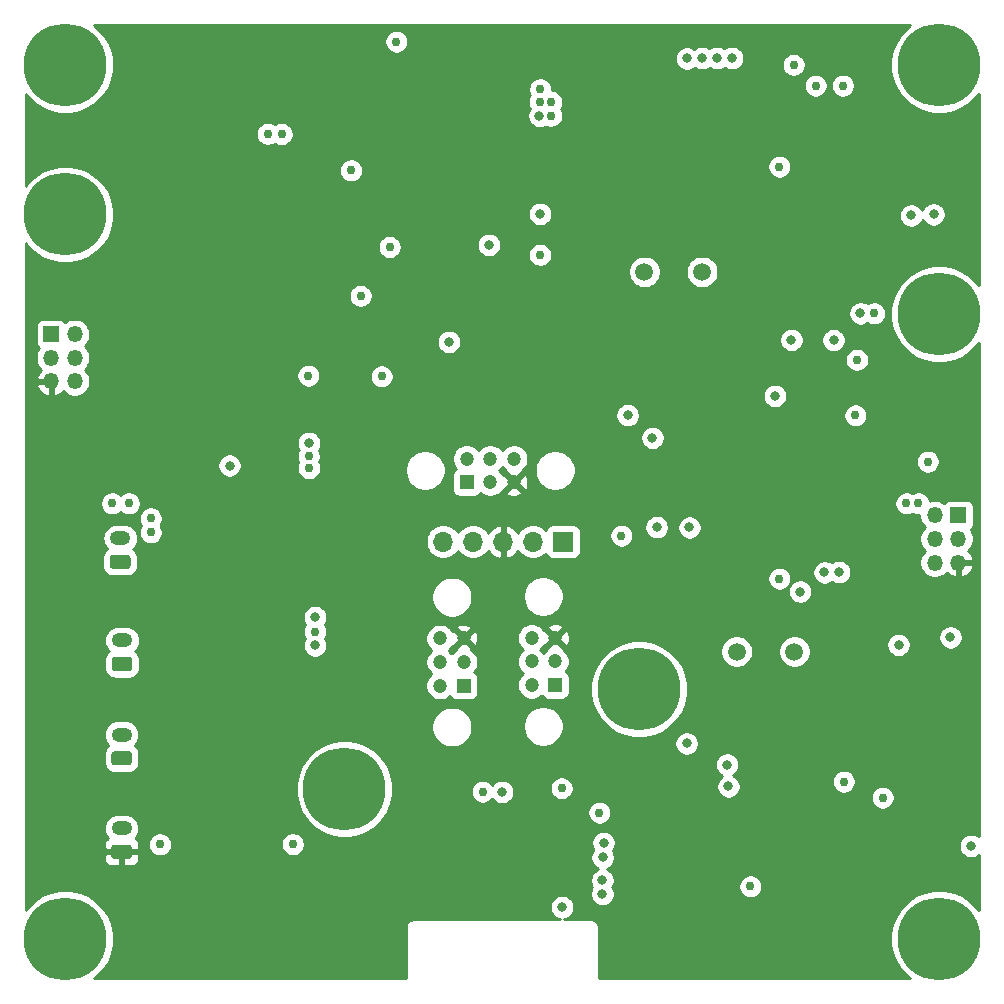
<source format=gbr>
G04 #@! TF.GenerationSoftware,KiCad,Pcbnew,(5.1.9)-1*
G04 #@! TF.CreationDate,2021-07-15T19:39:11-04:00*
G04 #@! TF.ProjectId,payload2020_base_board,7061796c-6f61-4643-9230-32305f626173,rev?*
G04 #@! TF.SameCoordinates,Original*
G04 #@! TF.FileFunction,Copper,L2,Inr*
G04 #@! TF.FilePolarity,Positive*
%FSLAX46Y46*%
G04 Gerber Fmt 4.6, Leading zero omitted, Abs format (unit mm)*
G04 Created by KiCad (PCBNEW (5.1.9)-1) date 2021-07-15 19:39:11*
%MOMM*%
%LPD*%
G01*
G04 APERTURE LIST*
G04 #@! TA.AperFunction,ComponentPad*
%ADD10R,1.350000X1.350000*%
G04 #@! TD*
G04 #@! TA.AperFunction,ComponentPad*
%ADD11O,1.350000X1.350000*%
G04 #@! TD*
G04 #@! TA.AperFunction,ComponentPad*
%ADD12C,7.000000*%
G04 #@! TD*
G04 #@! TA.AperFunction,ComponentPad*
%ADD13C,1.500000*%
G04 #@! TD*
G04 #@! TA.AperFunction,ComponentPad*
%ADD14O,1.750000X1.200000*%
G04 #@! TD*
G04 #@! TA.AperFunction,ComponentPad*
%ADD15C,1.200000*%
G04 #@! TD*
G04 #@! TA.AperFunction,ComponentPad*
%ADD16R,1.200000X1.200000*%
G04 #@! TD*
G04 #@! TA.AperFunction,ComponentPad*
%ADD17O,1.700000X1.700000*%
G04 #@! TD*
G04 #@! TA.AperFunction,ComponentPad*
%ADD18R,1.700000X1.700000*%
G04 #@! TD*
G04 #@! TA.AperFunction,ViaPad*
%ADD19C,0.762000*%
G04 #@! TD*
G04 #@! TA.AperFunction,ViaPad*
%ADD20C,0.800000*%
G04 #@! TD*
G04 #@! TA.AperFunction,Conductor*
%ADD21C,0.254000*%
G04 #@! TD*
G04 #@! TA.AperFunction,Conductor*
%ADD22C,0.100000*%
G04 #@! TD*
G04 APERTURE END LIST*
D10*
X181473000Y-109966000D03*
D11*
X181473000Y-111966000D03*
X181473000Y-113966000D03*
X179473000Y-109966000D03*
X179473000Y-111966000D03*
X179473000Y-113966000D03*
X106654600Y-98628200D03*
X106654600Y-96628200D03*
X106654600Y-94628200D03*
X104654600Y-98628200D03*
X104654600Y-96628200D03*
D10*
X104654600Y-94628200D03*
D12*
X179854000Y-145818000D03*
X179854000Y-71818000D03*
X179854000Y-92948000D03*
X105854000Y-71818000D03*
X129494000Y-133138000D03*
X154454000Y-124698000D03*
X105854000Y-145818000D03*
X105854000Y-84498000D03*
D13*
X154886000Y-89357200D03*
X159766000Y-89357200D03*
X162709200Y-121513600D03*
X167589200Y-121513600D03*
D14*
X110622080Y-136463020D03*
G04 #@! TA.AperFunction,ComponentPad*
G36*
G01*
X111247081Y-139063020D02*
X109997079Y-139063020D01*
G75*
G02*
X109747080Y-138813021I0J249999D01*
G01*
X109747080Y-138113019D01*
G75*
G02*
X109997079Y-137863020I249999J0D01*
G01*
X111247081Y-137863020D01*
G75*
G02*
X111497080Y-138113019I0J-249999D01*
G01*
X111497080Y-138813021D01*
G75*
G02*
X111247081Y-139063020I-249999J0D01*
G01*
G37*
G04 #@! TD.AperFunction*
X110622080Y-128540760D03*
G04 #@! TA.AperFunction,ComponentPad*
G36*
G01*
X111247081Y-131140760D02*
X109997079Y-131140760D01*
G75*
G02*
X109747080Y-130890761I0J249999D01*
G01*
X109747080Y-130190759D01*
G75*
G02*
X109997079Y-129940760I249999J0D01*
G01*
X111247081Y-129940760D01*
G75*
G02*
X111497080Y-130190759I0J-249999D01*
G01*
X111497080Y-130890761D01*
G75*
G02*
X111247081Y-131140760I-249999J0D01*
G01*
G37*
G04 #@! TD.AperFunction*
X110665260Y-120549920D03*
G04 #@! TA.AperFunction,ComponentPad*
G36*
G01*
X111290261Y-123149920D02*
X110040259Y-123149920D01*
G75*
G02*
X109790260Y-122899921I0J249999D01*
G01*
X109790260Y-122199919D01*
G75*
G02*
X110040259Y-121949920I249999J0D01*
G01*
X111290261Y-121949920D01*
G75*
G02*
X111540260Y-122199919I0J-249999D01*
G01*
X111540260Y-122899921D01*
G75*
G02*
X111290261Y-123149920I-249999J0D01*
G01*
G37*
G04 #@! TD.AperFunction*
D15*
X145329400Y-124340000D03*
X145329400Y-122340000D03*
X145329400Y-120340000D03*
X147329400Y-120340000D03*
D16*
X147329400Y-124340000D03*
D15*
X147329400Y-122340000D03*
X137582400Y-124390800D03*
X137582400Y-122390800D03*
X137582400Y-120390800D03*
X139582400Y-120390800D03*
D16*
X139582400Y-124390800D03*
D15*
X139582400Y-122390800D03*
D17*
X137845800Y-112191800D03*
X140385800Y-112191800D03*
X142925800Y-112191800D03*
X145465800Y-112191800D03*
D18*
X148005800Y-112191800D03*
D15*
X139833600Y-105172000D03*
X141833600Y-105172000D03*
X143833600Y-105172000D03*
X143833600Y-107172000D03*
D16*
X139833600Y-107172000D03*
D15*
X141833600Y-107172000D03*
D14*
X110502700Y-111906300D03*
G04 #@! TA.AperFunction,ComponentPad*
G36*
G01*
X111127701Y-114506300D02*
X109877699Y-114506300D01*
G75*
G02*
X109627700Y-114256301I0J249999D01*
G01*
X109627700Y-113556299D01*
G75*
G02*
X109877699Y-113306300I249999J0D01*
G01*
X111127701Y-113306300D01*
G75*
G02*
X111377700Y-113556299I0J-249999D01*
G01*
X111377700Y-114256301D01*
G75*
G02*
X111127701Y-114506300I-249999J0D01*
G01*
G37*
G04 #@! TD.AperFunction*
D19*
X181142640Y-123954540D03*
X170553380Y-91447620D03*
X168391840Y-82677000D03*
X167507920Y-77436980D03*
X114815620Y-121041160D03*
X119989600Y-121114820D03*
X144406620Y-71549260D03*
X139649200Y-70637400D03*
X132664200Y-92430600D03*
X129659380Y-94307660D03*
X112014000Y-141762480D03*
X110622080Y-138463020D03*
D20*
X171775120Y-142234920D03*
X171747180Y-145752820D03*
X177317400Y-89163400D03*
X176877980Y-105397300D03*
X153543000Y-130429000D03*
X162687000Y-148818600D03*
X162407600Y-98145600D03*
X117195600Y-82499200D03*
X117195600Y-88341200D03*
X117195600Y-91389200D03*
X117195600Y-85293200D03*
X112623600Y-88341200D03*
X112623600Y-91389200D03*
X114780060Y-92717620D03*
X112623600Y-85293200D03*
X114780060Y-89814400D03*
X114780060Y-86807040D03*
X121767600Y-82499200D03*
X121767600Y-85293200D03*
X119692420Y-86799420D03*
X121767600Y-88341200D03*
X119705120Y-89814400D03*
X121767600Y-91389200D03*
X119717820Y-92689680D03*
X116840000Y-78079600D03*
X119888000Y-78054200D03*
X115239800Y-78105000D03*
X113715800Y-78105000D03*
X118389400Y-78079600D03*
X121386600Y-78054200D03*
X116840000Y-76936600D03*
X119888000Y-76911200D03*
X115239800Y-76962000D03*
X113715800Y-76962000D03*
X118389400Y-76936600D03*
X121386600Y-76911200D03*
X115239800Y-75819000D03*
X121386600Y-75768200D03*
X113715800Y-75819000D03*
X116840000Y-75793600D03*
X115239800Y-74676000D03*
X121386600Y-74625200D03*
X113715800Y-74676000D03*
X116840000Y-74650600D03*
X115239800Y-73533000D03*
X121386600Y-73482200D03*
X113715800Y-73533000D03*
X116840000Y-73507600D03*
X118389400Y-73507600D03*
X119888000Y-73482200D03*
X115239800Y-72390000D03*
X119888000Y-72339200D03*
X118389400Y-72364600D03*
X113715800Y-72390000D03*
X116840000Y-72364600D03*
X121386600Y-72339200D03*
X122422920Y-112062260D03*
X121462800Y-112074960D03*
X122420380Y-110563660D03*
X121490740Y-110563660D03*
X123393200Y-110550960D03*
X123393200Y-112074960D03*
X113535460Y-140195300D03*
X170169840Y-118668800D03*
X164576760Y-132765800D03*
X158115000Y-148844000D03*
X114866420Y-105186480D03*
X117568980Y-112090200D03*
X117599460Y-110495080D03*
X129997200Y-87579200D03*
X143916400Y-84429600D03*
D19*
X163288980Y-94462600D03*
D20*
X112623600Y-82499200D03*
X114802920Y-83893660D03*
X119717820Y-83893660D03*
D19*
X151274780Y-94322900D03*
X138404600Y-68935600D03*
X122707400Y-114935000D03*
X176502060Y-77467460D03*
X159280860Y-118120160D03*
X160360360Y-118127780D03*
X161363660Y-118112540D03*
X110490000Y-96926400D03*
D20*
X158470600Y-129286000D03*
D19*
X166319200Y-80441800D03*
D20*
X126474220Y-103835200D03*
D19*
X126466600Y-104952800D03*
X113101120Y-111404400D03*
X113101120Y-110230920D03*
X109819440Y-108950760D03*
X111246920Y-108950760D03*
X125125480Y-137802620D03*
X113873280Y-137815320D03*
X130048000Y-80772000D03*
X124175520Y-77685900D03*
X126492000Y-105968800D03*
X122992800Y-77673200D03*
X163850320Y-141371320D03*
D20*
X173179740Y-92862400D03*
X180797200Y-120294400D03*
X165938200Y-99847400D03*
X147921980Y-143131540D03*
X161889440Y-131069080D03*
D19*
X151071580Y-135130540D03*
X169397680Y-73593960D03*
X167523160Y-71833740D03*
X171693840Y-73593960D03*
D20*
X182519320Y-137947400D03*
X162001200Y-132918200D03*
X141716760Y-87071200D03*
D19*
X133324600Y-87249000D03*
X174335440Y-92877640D03*
X141183360Y-133377940D03*
D20*
X161036000Y-71259700D03*
X158699200Y-110998000D03*
X153474420Y-101485700D03*
D19*
X172760640Y-101500940D03*
D20*
X170911520Y-95125540D03*
D19*
X172885100Y-96804480D03*
D20*
X167327580Y-95120460D03*
D19*
X175069500Y-133878320D03*
X171775120Y-132527040D03*
X166306500Y-115338860D03*
D20*
X159771080Y-71267320D03*
X155559760Y-103408480D03*
X155930600Y-110972600D03*
X158493460Y-71282560D03*
D19*
X152938480Y-111683800D03*
D20*
X162306000Y-71252080D03*
D19*
X178887120Y-105437940D03*
D20*
X168076880Y-116436140D03*
X142839440Y-133372860D03*
X171378880Y-114772440D03*
X138333480Y-95283020D03*
X170134280Y-114792760D03*
X119761000Y-105763060D03*
D19*
X130860800Y-91389200D03*
D20*
X176405540Y-120934480D03*
X145999200Y-76144120D03*
X146050000Y-84439760D03*
D19*
X147888960Y-133070600D03*
X132638800Y-98196400D03*
X146034760Y-74978260D03*
X146055080Y-73888600D03*
X146977100Y-74973180D03*
X146977100Y-76144120D03*
X146050000Y-87924640D03*
X133883400Y-69875400D03*
X126441200Y-98145600D03*
X178076000Y-108950000D03*
X177060000Y-108950000D03*
D20*
X127000000Y-120980200D03*
X127000000Y-118592600D03*
D19*
X127000000Y-119811800D03*
D20*
X179374800Y-84480400D03*
X177469800Y-84582000D03*
X151434800Y-137693400D03*
X151323040Y-142031720D03*
X151358600Y-138938000D03*
X151323040Y-140858240D03*
D21*
X177218091Y-68606136D02*
X176642136Y-69182091D01*
X176189611Y-69859343D01*
X175877906Y-70611865D01*
X175719000Y-71410738D01*
X175719000Y-72225262D01*
X175877906Y-73024135D01*
X176189611Y-73776657D01*
X176642136Y-74453909D01*
X177218091Y-75029864D01*
X177895343Y-75482389D01*
X178647865Y-75794094D01*
X179446738Y-75953000D01*
X180261262Y-75953000D01*
X181060135Y-75794094D01*
X181812657Y-75482389D01*
X182489909Y-75029864D01*
X183065864Y-74453909D01*
X183194000Y-74262140D01*
X183194000Y-90503861D01*
X183065864Y-90312091D01*
X182489909Y-89736136D01*
X181812657Y-89283611D01*
X181060135Y-88971906D01*
X180261262Y-88813000D01*
X179446738Y-88813000D01*
X178647865Y-88971906D01*
X177895343Y-89283611D01*
X177218091Y-89736136D01*
X176642136Y-90312091D01*
X176189611Y-90989343D01*
X175877906Y-91741865D01*
X175719000Y-92540738D01*
X175719000Y-93355262D01*
X175877906Y-94154135D01*
X176189611Y-94906657D01*
X176642136Y-95583909D01*
X177218091Y-96159864D01*
X177895343Y-96612389D01*
X178647865Y-96924094D01*
X179446738Y-97083000D01*
X180261262Y-97083000D01*
X181060135Y-96924094D01*
X181812657Y-96612389D01*
X182489909Y-96159864D01*
X183065864Y-95583909D01*
X183194000Y-95392139D01*
X183194001Y-137158370D01*
X183179094Y-137143463D01*
X183009576Y-137030195D01*
X182821218Y-136952174D01*
X182621259Y-136912400D01*
X182417381Y-136912400D01*
X182217422Y-136952174D01*
X182029064Y-137030195D01*
X181859546Y-137143463D01*
X181715383Y-137287626D01*
X181602115Y-137457144D01*
X181524094Y-137645502D01*
X181484320Y-137845461D01*
X181484320Y-138049339D01*
X181524094Y-138249298D01*
X181602115Y-138437656D01*
X181715383Y-138607174D01*
X181859546Y-138751337D01*
X182029064Y-138864605D01*
X182217422Y-138942626D01*
X182417381Y-138982400D01*
X182621259Y-138982400D01*
X182821218Y-138942626D01*
X183009576Y-138864605D01*
X183179094Y-138751337D01*
X183194001Y-138736430D01*
X183194001Y-143373862D01*
X183065864Y-143182091D01*
X182489909Y-142606136D01*
X181812657Y-142153611D01*
X181060135Y-141841906D01*
X180261262Y-141683000D01*
X179446738Y-141683000D01*
X178647865Y-141841906D01*
X177895343Y-142153611D01*
X177218091Y-142606136D01*
X176642136Y-143182091D01*
X176189611Y-143859343D01*
X175877906Y-144611865D01*
X175719000Y-145410738D01*
X175719000Y-146225262D01*
X175877906Y-147024135D01*
X176189611Y-147776657D01*
X176642136Y-148453909D01*
X177218091Y-149029864D01*
X177409860Y-149158000D01*
X151014000Y-149158000D01*
X151014000Y-144850419D01*
X151017193Y-144818000D01*
X151004450Y-144688617D01*
X150966710Y-144564207D01*
X150905425Y-144449550D01*
X150822948Y-144349052D01*
X150722450Y-144266575D01*
X150607793Y-144205290D01*
X150483383Y-144167550D01*
X150386419Y-144158000D01*
X150354000Y-144154807D01*
X150321581Y-144158000D01*
X148066853Y-144158000D01*
X148223878Y-144126766D01*
X148412236Y-144048745D01*
X148581754Y-143935477D01*
X148725917Y-143791314D01*
X148839185Y-143621796D01*
X148917206Y-143433438D01*
X148956980Y-143233479D01*
X148956980Y-143029601D01*
X148917206Y-142829642D01*
X148839185Y-142641284D01*
X148725917Y-142471766D01*
X148581754Y-142327603D01*
X148412236Y-142214335D01*
X148223878Y-142136314D01*
X148023919Y-142096540D01*
X147820041Y-142096540D01*
X147620082Y-142136314D01*
X147431724Y-142214335D01*
X147262206Y-142327603D01*
X147118043Y-142471766D01*
X147004775Y-142641284D01*
X146926754Y-142829642D01*
X146886980Y-143029601D01*
X146886980Y-143233479D01*
X146926754Y-143433438D01*
X147004775Y-143621796D01*
X147118043Y-143791314D01*
X147262206Y-143935477D01*
X147431724Y-144048745D01*
X147620082Y-144126766D01*
X147777107Y-144158000D01*
X135386419Y-144158000D01*
X135354000Y-144154807D01*
X135321581Y-144158000D01*
X135224617Y-144167550D01*
X135100207Y-144205290D01*
X134985550Y-144266575D01*
X134885052Y-144349052D01*
X134802575Y-144449550D01*
X134741290Y-144564207D01*
X134703550Y-144688617D01*
X134690807Y-144818000D01*
X134694000Y-144850419D01*
X134694001Y-149158000D01*
X108298140Y-149158000D01*
X108489909Y-149029864D01*
X109065864Y-148453909D01*
X109518389Y-147776657D01*
X109830094Y-147024135D01*
X109989000Y-146225262D01*
X109989000Y-145410738D01*
X109830094Y-144611865D01*
X109518389Y-143859343D01*
X109065864Y-143182091D01*
X108489909Y-142606136D01*
X107812657Y-142153611D01*
X107060135Y-141841906D01*
X106261262Y-141683000D01*
X105446738Y-141683000D01*
X104647865Y-141841906D01*
X103895343Y-142153611D01*
X103218091Y-142606136D01*
X102642136Y-143182091D01*
X102514000Y-143373860D01*
X102514000Y-140756301D01*
X150288040Y-140756301D01*
X150288040Y-140960179D01*
X150327814Y-141160138D01*
X150405835Y-141348496D01*
X150470303Y-141444980D01*
X150405835Y-141541464D01*
X150327814Y-141729822D01*
X150288040Y-141929781D01*
X150288040Y-142133659D01*
X150327814Y-142333618D01*
X150405835Y-142521976D01*
X150519103Y-142691494D01*
X150663266Y-142835657D01*
X150832784Y-142948925D01*
X151021142Y-143026946D01*
X151221101Y-143066720D01*
X151424979Y-143066720D01*
X151624938Y-143026946D01*
X151813296Y-142948925D01*
X151982814Y-142835657D01*
X152126977Y-142691494D01*
X152240245Y-142521976D01*
X152318266Y-142333618D01*
X152358040Y-142133659D01*
X152358040Y-141929781D01*
X152318266Y-141729822D01*
X152240245Y-141541464D01*
X152175777Y-141444980D01*
X152240245Y-141348496D01*
X152272240Y-141271253D01*
X162834320Y-141271253D01*
X162834320Y-141471387D01*
X162873364Y-141667676D01*
X162949952Y-141852576D01*
X163061141Y-142018982D01*
X163202658Y-142160499D01*
X163369064Y-142271688D01*
X163553964Y-142348276D01*
X163750253Y-142387320D01*
X163950387Y-142387320D01*
X164146676Y-142348276D01*
X164331576Y-142271688D01*
X164497982Y-142160499D01*
X164639499Y-142018982D01*
X164750688Y-141852576D01*
X164827276Y-141667676D01*
X164866320Y-141471387D01*
X164866320Y-141271253D01*
X164827276Y-141074964D01*
X164750688Y-140890064D01*
X164639499Y-140723658D01*
X164497982Y-140582141D01*
X164331576Y-140470952D01*
X164146676Y-140394364D01*
X163950387Y-140355320D01*
X163750253Y-140355320D01*
X163553964Y-140394364D01*
X163369064Y-140470952D01*
X163202658Y-140582141D01*
X163061141Y-140723658D01*
X162949952Y-140890064D01*
X162873364Y-141074964D01*
X162834320Y-141271253D01*
X152272240Y-141271253D01*
X152318266Y-141160138D01*
X152358040Y-140960179D01*
X152358040Y-140756301D01*
X152318266Y-140556342D01*
X152240245Y-140367984D01*
X152126977Y-140198466D01*
X151982814Y-140054303D01*
X151813296Y-139941035D01*
X151727471Y-139905485D01*
X151848856Y-139855205D01*
X152018374Y-139741937D01*
X152162537Y-139597774D01*
X152275805Y-139428256D01*
X152353826Y-139239898D01*
X152393600Y-139039939D01*
X152393600Y-138836061D01*
X152353826Y-138636102D01*
X152275805Y-138447744D01*
X152223078Y-138368833D01*
X152238737Y-138353174D01*
X152352005Y-138183656D01*
X152430026Y-137995298D01*
X152469800Y-137795339D01*
X152469800Y-137591461D01*
X152430026Y-137391502D01*
X152352005Y-137203144D01*
X152238737Y-137033626D01*
X152094574Y-136889463D01*
X151925056Y-136776195D01*
X151736698Y-136698174D01*
X151536739Y-136658400D01*
X151332861Y-136658400D01*
X151132902Y-136698174D01*
X150944544Y-136776195D01*
X150775026Y-136889463D01*
X150630863Y-137033626D01*
X150517595Y-137203144D01*
X150439574Y-137391502D01*
X150399800Y-137591461D01*
X150399800Y-137795339D01*
X150439574Y-137995298D01*
X150517595Y-138183656D01*
X150570322Y-138262567D01*
X150554663Y-138278226D01*
X150441395Y-138447744D01*
X150363374Y-138636102D01*
X150323600Y-138836061D01*
X150323600Y-139039939D01*
X150363374Y-139239898D01*
X150441395Y-139428256D01*
X150554663Y-139597774D01*
X150698826Y-139741937D01*
X150868344Y-139855205D01*
X150954169Y-139890755D01*
X150832784Y-139941035D01*
X150663266Y-140054303D01*
X150519103Y-140198466D01*
X150405835Y-140367984D01*
X150327814Y-140556342D01*
X150288040Y-140756301D01*
X102514000Y-140756301D01*
X102514000Y-139063020D01*
X109109008Y-139063020D01*
X109121268Y-139187502D01*
X109157578Y-139307200D01*
X109216543Y-139417514D01*
X109295895Y-139514205D01*
X109392586Y-139593557D01*
X109502900Y-139652522D01*
X109622598Y-139688832D01*
X109747080Y-139701092D01*
X110336330Y-139698020D01*
X110495080Y-139539270D01*
X110495080Y-138590020D01*
X110749080Y-138590020D01*
X110749080Y-139539270D01*
X110907830Y-139698020D01*
X111497080Y-139701092D01*
X111621562Y-139688832D01*
X111741260Y-139652522D01*
X111851574Y-139593557D01*
X111948265Y-139514205D01*
X112027617Y-139417514D01*
X112086582Y-139307200D01*
X112122892Y-139187502D01*
X112135152Y-139063020D01*
X112132080Y-138748770D01*
X111973330Y-138590020D01*
X110749080Y-138590020D01*
X110495080Y-138590020D01*
X109270830Y-138590020D01*
X109112080Y-138748770D01*
X109109008Y-139063020D01*
X102514000Y-139063020D01*
X102514000Y-136463020D01*
X109106105Y-136463020D01*
X109129950Y-136705122D01*
X109200569Y-136937921D01*
X109315247Y-137152469D01*
X109441516Y-137306329D01*
X109392586Y-137332483D01*
X109295895Y-137411835D01*
X109216543Y-137508526D01*
X109157578Y-137618840D01*
X109121268Y-137738538D01*
X109109008Y-137863020D01*
X109112080Y-138177270D01*
X109270830Y-138336020D01*
X110495080Y-138336020D01*
X110495080Y-138316020D01*
X110749080Y-138316020D01*
X110749080Y-138336020D01*
X111973330Y-138336020D01*
X112132080Y-138177270D01*
X112135152Y-137863020D01*
X112122892Y-137738538D01*
X112115829Y-137715253D01*
X112857280Y-137715253D01*
X112857280Y-137915387D01*
X112896324Y-138111676D01*
X112972912Y-138296576D01*
X113084101Y-138462982D01*
X113225618Y-138604499D01*
X113392024Y-138715688D01*
X113576924Y-138792276D01*
X113773213Y-138831320D01*
X113973347Y-138831320D01*
X114169636Y-138792276D01*
X114354536Y-138715688D01*
X114520942Y-138604499D01*
X114662459Y-138462982D01*
X114773648Y-138296576D01*
X114850236Y-138111676D01*
X114889280Y-137915387D01*
X114889280Y-137715253D01*
X114886754Y-137702553D01*
X124109480Y-137702553D01*
X124109480Y-137902687D01*
X124148524Y-138098976D01*
X124225112Y-138283876D01*
X124336301Y-138450282D01*
X124477818Y-138591799D01*
X124644224Y-138702988D01*
X124829124Y-138779576D01*
X125025413Y-138818620D01*
X125225547Y-138818620D01*
X125421836Y-138779576D01*
X125606736Y-138702988D01*
X125773142Y-138591799D01*
X125914659Y-138450282D01*
X126025848Y-138283876D01*
X126102436Y-138098976D01*
X126141480Y-137902687D01*
X126141480Y-137702553D01*
X126102436Y-137506264D01*
X126025848Y-137321364D01*
X125914659Y-137154958D01*
X125773142Y-137013441D01*
X125606736Y-136902252D01*
X125421836Y-136825664D01*
X125225547Y-136786620D01*
X125025413Y-136786620D01*
X124829124Y-136825664D01*
X124644224Y-136902252D01*
X124477818Y-137013441D01*
X124336301Y-137154958D01*
X124225112Y-137321364D01*
X124148524Y-137506264D01*
X124109480Y-137702553D01*
X114886754Y-137702553D01*
X114850236Y-137518964D01*
X114773648Y-137334064D01*
X114662459Y-137167658D01*
X114520942Y-137026141D01*
X114354536Y-136914952D01*
X114169636Y-136838364D01*
X113973347Y-136799320D01*
X113773213Y-136799320D01*
X113576924Y-136838364D01*
X113392024Y-136914952D01*
X113225618Y-137026141D01*
X113084101Y-137167658D01*
X112972912Y-137334064D01*
X112896324Y-137518964D01*
X112857280Y-137715253D01*
X112115829Y-137715253D01*
X112086582Y-137618840D01*
X112027617Y-137508526D01*
X111948265Y-137411835D01*
X111851574Y-137332483D01*
X111802644Y-137306329D01*
X111928913Y-137152469D01*
X112043591Y-136937921D01*
X112114210Y-136705122D01*
X112138055Y-136463020D01*
X112114210Y-136220918D01*
X112043591Y-135988119D01*
X111928913Y-135773571D01*
X111774582Y-135585518D01*
X111586529Y-135431187D01*
X111371981Y-135316509D01*
X111139182Y-135245890D01*
X110957745Y-135228020D01*
X110286415Y-135228020D01*
X110104978Y-135245890D01*
X109872179Y-135316509D01*
X109657631Y-135431187D01*
X109469578Y-135585518D01*
X109315247Y-135773571D01*
X109200569Y-135988119D01*
X109129950Y-136220918D01*
X109106105Y-136463020D01*
X102514000Y-136463020D01*
X102514000Y-132730738D01*
X125359000Y-132730738D01*
X125359000Y-133545262D01*
X125517906Y-134344135D01*
X125829611Y-135096657D01*
X126282136Y-135773909D01*
X126858091Y-136349864D01*
X127535343Y-136802389D01*
X128287865Y-137114094D01*
X129086738Y-137273000D01*
X129901262Y-137273000D01*
X130700135Y-137114094D01*
X131452657Y-136802389D01*
X132129909Y-136349864D01*
X132705864Y-135773909D01*
X133158389Y-135096657D01*
X133185803Y-135030473D01*
X150055580Y-135030473D01*
X150055580Y-135230607D01*
X150094624Y-135426896D01*
X150171212Y-135611796D01*
X150282401Y-135778202D01*
X150423918Y-135919719D01*
X150590324Y-136030908D01*
X150775224Y-136107496D01*
X150971513Y-136146540D01*
X151171647Y-136146540D01*
X151367936Y-136107496D01*
X151552836Y-136030908D01*
X151719242Y-135919719D01*
X151860759Y-135778202D01*
X151971948Y-135611796D01*
X152048536Y-135426896D01*
X152087580Y-135230607D01*
X152087580Y-135030473D01*
X152048536Y-134834184D01*
X151971948Y-134649284D01*
X151860759Y-134482878D01*
X151719242Y-134341361D01*
X151552836Y-134230172D01*
X151367936Y-134153584D01*
X151171647Y-134114540D01*
X150971513Y-134114540D01*
X150775224Y-134153584D01*
X150590324Y-134230172D01*
X150423918Y-134341361D01*
X150282401Y-134482878D01*
X150171212Y-134649284D01*
X150094624Y-134834184D01*
X150055580Y-135030473D01*
X133185803Y-135030473D01*
X133470094Y-134344135D01*
X133629000Y-133545262D01*
X133629000Y-133277873D01*
X140167360Y-133277873D01*
X140167360Y-133478007D01*
X140206404Y-133674296D01*
X140282992Y-133859196D01*
X140394181Y-134025602D01*
X140535698Y-134167119D01*
X140702104Y-134278308D01*
X140887004Y-134354896D01*
X141083293Y-134393940D01*
X141283427Y-134393940D01*
X141479716Y-134354896D01*
X141664616Y-134278308D01*
X141831022Y-134167119D01*
X141972539Y-134025602D01*
X142001672Y-133982002D01*
X142035503Y-134032634D01*
X142179666Y-134176797D01*
X142349184Y-134290065D01*
X142537542Y-134368086D01*
X142737501Y-134407860D01*
X142941379Y-134407860D01*
X143141338Y-134368086D01*
X143329696Y-134290065D01*
X143499214Y-134176797D01*
X143643377Y-134032634D01*
X143756645Y-133863116D01*
X143834666Y-133674758D01*
X143874440Y-133474799D01*
X143874440Y-133270921D01*
X143834666Y-133070962D01*
X143793067Y-132970533D01*
X146872960Y-132970533D01*
X146872960Y-133170667D01*
X146912004Y-133366956D01*
X146988592Y-133551856D01*
X147099781Y-133718262D01*
X147241298Y-133859779D01*
X147407704Y-133970968D01*
X147592604Y-134047556D01*
X147788893Y-134086600D01*
X147989027Y-134086600D01*
X148185316Y-134047556D01*
X148370216Y-133970968D01*
X148536622Y-133859779D01*
X148678139Y-133718262D01*
X148789328Y-133551856D01*
X148865916Y-133366956D01*
X148904960Y-133170667D01*
X148904960Y-132970533D01*
X148865916Y-132774244D01*
X148789328Y-132589344D01*
X148678139Y-132422938D01*
X148536622Y-132281421D01*
X148370216Y-132170232D01*
X148185316Y-132093644D01*
X147989027Y-132054600D01*
X147788893Y-132054600D01*
X147592604Y-132093644D01*
X147407704Y-132170232D01*
X147241298Y-132281421D01*
X147099781Y-132422938D01*
X146988592Y-132589344D01*
X146912004Y-132774244D01*
X146872960Y-132970533D01*
X143793067Y-132970533D01*
X143756645Y-132882604D01*
X143643377Y-132713086D01*
X143499214Y-132568923D01*
X143329696Y-132455655D01*
X143141338Y-132377634D01*
X142941379Y-132337860D01*
X142737501Y-132337860D01*
X142537542Y-132377634D01*
X142349184Y-132455655D01*
X142179666Y-132568923D01*
X142035503Y-132713086D01*
X141998277Y-132768798D01*
X141972539Y-132730278D01*
X141831022Y-132588761D01*
X141664616Y-132477572D01*
X141479716Y-132400984D01*
X141283427Y-132361940D01*
X141083293Y-132361940D01*
X140887004Y-132400984D01*
X140702104Y-132477572D01*
X140535698Y-132588761D01*
X140394181Y-132730278D01*
X140282992Y-132896684D01*
X140206404Y-133081584D01*
X140167360Y-133277873D01*
X133629000Y-133277873D01*
X133629000Y-132730738D01*
X133470094Y-131931865D01*
X133158389Y-131179343D01*
X133016601Y-130967141D01*
X160854440Y-130967141D01*
X160854440Y-131171019D01*
X160894214Y-131370978D01*
X160972235Y-131559336D01*
X161085503Y-131728854D01*
X161229666Y-131873017D01*
X161399184Y-131986285D01*
X161481765Y-132020492D01*
X161341426Y-132114263D01*
X161197263Y-132258426D01*
X161083995Y-132427944D01*
X161005974Y-132616302D01*
X160966200Y-132816261D01*
X160966200Y-133020139D01*
X161005974Y-133220098D01*
X161083995Y-133408456D01*
X161197263Y-133577974D01*
X161341426Y-133722137D01*
X161510944Y-133835405D01*
X161699302Y-133913426D01*
X161899261Y-133953200D01*
X162103139Y-133953200D01*
X162303098Y-133913426D01*
X162491456Y-133835405D01*
X162576990Y-133778253D01*
X174053500Y-133778253D01*
X174053500Y-133978387D01*
X174092544Y-134174676D01*
X174169132Y-134359576D01*
X174280321Y-134525982D01*
X174421838Y-134667499D01*
X174588244Y-134778688D01*
X174773144Y-134855276D01*
X174969433Y-134894320D01*
X175169567Y-134894320D01*
X175365856Y-134855276D01*
X175550756Y-134778688D01*
X175717162Y-134667499D01*
X175858679Y-134525982D01*
X175969868Y-134359576D01*
X176046456Y-134174676D01*
X176085500Y-133978387D01*
X176085500Y-133778253D01*
X176046456Y-133581964D01*
X175969868Y-133397064D01*
X175858679Y-133230658D01*
X175717162Y-133089141D01*
X175550756Y-132977952D01*
X175365856Y-132901364D01*
X175169567Y-132862320D01*
X174969433Y-132862320D01*
X174773144Y-132901364D01*
X174588244Y-132977952D01*
X174421838Y-133089141D01*
X174280321Y-133230658D01*
X174169132Y-133397064D01*
X174092544Y-133581964D01*
X174053500Y-133778253D01*
X162576990Y-133778253D01*
X162660974Y-133722137D01*
X162805137Y-133577974D01*
X162918405Y-133408456D01*
X162996426Y-133220098D01*
X163036200Y-133020139D01*
X163036200Y-132816261D01*
X162996426Y-132616302D01*
X162918405Y-132427944D01*
X162917757Y-132426973D01*
X170759120Y-132426973D01*
X170759120Y-132627107D01*
X170798164Y-132823396D01*
X170874752Y-133008296D01*
X170985941Y-133174702D01*
X171127458Y-133316219D01*
X171293864Y-133427408D01*
X171478764Y-133503996D01*
X171675053Y-133543040D01*
X171875187Y-133543040D01*
X172071476Y-133503996D01*
X172256376Y-133427408D01*
X172422782Y-133316219D01*
X172564299Y-133174702D01*
X172675488Y-133008296D01*
X172752076Y-132823396D01*
X172791120Y-132627107D01*
X172791120Y-132426973D01*
X172752076Y-132230684D01*
X172675488Y-132045784D01*
X172564299Y-131879378D01*
X172422782Y-131737861D01*
X172256376Y-131626672D01*
X172071476Y-131550084D01*
X171875187Y-131511040D01*
X171675053Y-131511040D01*
X171478764Y-131550084D01*
X171293864Y-131626672D01*
X171127458Y-131737861D01*
X170985941Y-131879378D01*
X170874752Y-132045784D01*
X170798164Y-132230684D01*
X170759120Y-132426973D01*
X162917757Y-132426973D01*
X162805137Y-132258426D01*
X162660974Y-132114263D01*
X162491456Y-132000995D01*
X162408875Y-131966788D01*
X162549214Y-131873017D01*
X162693377Y-131728854D01*
X162806645Y-131559336D01*
X162884666Y-131370978D01*
X162924440Y-131171019D01*
X162924440Y-130967141D01*
X162884666Y-130767182D01*
X162806645Y-130578824D01*
X162693377Y-130409306D01*
X162549214Y-130265143D01*
X162379696Y-130151875D01*
X162191338Y-130073854D01*
X161991379Y-130034080D01*
X161787501Y-130034080D01*
X161587542Y-130073854D01*
X161399184Y-130151875D01*
X161229666Y-130265143D01*
X161085503Y-130409306D01*
X160972235Y-130578824D01*
X160894214Y-130767182D01*
X160854440Y-130967141D01*
X133016601Y-130967141D01*
X132705864Y-130502091D01*
X132129909Y-129926136D01*
X131452657Y-129473611D01*
X130700135Y-129161906D01*
X129901262Y-129003000D01*
X129086738Y-129003000D01*
X128287865Y-129161906D01*
X127535343Y-129473611D01*
X126858091Y-129926136D01*
X126282136Y-130502091D01*
X125829611Y-131179343D01*
X125517906Y-131931865D01*
X125359000Y-132730738D01*
X102514000Y-132730738D01*
X102514000Y-128540760D01*
X109106105Y-128540760D01*
X109129950Y-128782862D01*
X109200569Y-129015661D01*
X109315247Y-129230209D01*
X109469578Y-129418262D01*
X109508191Y-129449951D01*
X109503693Y-129452355D01*
X109369118Y-129562798D01*
X109258675Y-129697373D01*
X109176608Y-129850909D01*
X109126072Y-130017505D01*
X109109008Y-130190759D01*
X109109008Y-130890761D01*
X109126072Y-131064015D01*
X109176608Y-131230611D01*
X109258675Y-131384147D01*
X109369118Y-131518722D01*
X109503693Y-131629165D01*
X109657229Y-131711232D01*
X109823825Y-131761768D01*
X109997079Y-131778832D01*
X111247081Y-131778832D01*
X111420335Y-131761768D01*
X111586931Y-131711232D01*
X111740467Y-131629165D01*
X111875042Y-131518722D01*
X111985485Y-131384147D01*
X112067552Y-131230611D01*
X112118088Y-131064015D01*
X112135152Y-130890761D01*
X112135152Y-130190759D01*
X112118088Y-130017505D01*
X112067552Y-129850909D01*
X111985485Y-129697373D01*
X111875042Y-129562798D01*
X111740467Y-129452355D01*
X111735969Y-129449951D01*
X111774582Y-129418262D01*
X111928913Y-129230209D01*
X112043591Y-129015661D01*
X112114210Y-128782862D01*
X112138055Y-128540760D01*
X112114210Y-128298658D01*
X112043591Y-128065859D01*
X111928913Y-127851311D01*
X111821081Y-127719917D01*
X136847400Y-127719917D01*
X136847400Y-128061683D01*
X136914075Y-128396881D01*
X137044863Y-128712631D01*
X137234737Y-128996798D01*
X137476402Y-129238463D01*
X137760569Y-129428337D01*
X138076319Y-129559125D01*
X138411517Y-129625800D01*
X138753283Y-129625800D01*
X139088481Y-129559125D01*
X139404231Y-129428337D01*
X139688398Y-129238463D01*
X139930063Y-128996798D01*
X140119937Y-128712631D01*
X140250725Y-128396881D01*
X140317400Y-128061683D01*
X140317400Y-127719917D01*
X140307296Y-127669117D01*
X144594400Y-127669117D01*
X144594400Y-128010883D01*
X144661075Y-128346081D01*
X144791863Y-128661831D01*
X144981737Y-128945998D01*
X145223402Y-129187663D01*
X145507569Y-129377537D01*
X145823319Y-129508325D01*
X146158517Y-129575000D01*
X146500283Y-129575000D01*
X146835481Y-129508325D01*
X147151231Y-129377537D01*
X147435398Y-129187663D01*
X147439000Y-129184061D01*
X157435600Y-129184061D01*
X157435600Y-129387939D01*
X157475374Y-129587898D01*
X157553395Y-129776256D01*
X157666663Y-129945774D01*
X157810826Y-130089937D01*
X157980344Y-130203205D01*
X158168702Y-130281226D01*
X158368661Y-130321000D01*
X158572539Y-130321000D01*
X158772498Y-130281226D01*
X158960856Y-130203205D01*
X159130374Y-130089937D01*
X159274537Y-129945774D01*
X159387805Y-129776256D01*
X159465826Y-129587898D01*
X159505600Y-129387939D01*
X159505600Y-129184061D01*
X159465826Y-128984102D01*
X159387805Y-128795744D01*
X159274537Y-128626226D01*
X159130374Y-128482063D01*
X158960856Y-128368795D01*
X158772498Y-128290774D01*
X158572539Y-128251000D01*
X158368661Y-128251000D01*
X158168702Y-128290774D01*
X157980344Y-128368795D01*
X157810826Y-128482063D01*
X157666663Y-128626226D01*
X157553395Y-128795744D01*
X157475374Y-128984102D01*
X157435600Y-129184061D01*
X147439000Y-129184061D01*
X147677063Y-128945998D01*
X147866937Y-128661831D01*
X147997725Y-128346081D01*
X148064400Y-128010883D01*
X148064400Y-127669117D01*
X147997725Y-127333919D01*
X147866937Y-127018169D01*
X147677063Y-126734002D01*
X147435398Y-126492337D01*
X147151231Y-126302463D01*
X146835481Y-126171675D01*
X146500283Y-126105000D01*
X146158517Y-126105000D01*
X145823319Y-126171675D01*
X145507569Y-126302463D01*
X145223402Y-126492337D01*
X144981737Y-126734002D01*
X144791863Y-127018169D01*
X144661075Y-127333919D01*
X144594400Y-127669117D01*
X140307296Y-127669117D01*
X140250725Y-127384719D01*
X140119937Y-127068969D01*
X139930063Y-126784802D01*
X139688398Y-126543137D01*
X139404231Y-126353263D01*
X139088481Y-126222475D01*
X138753283Y-126155800D01*
X138411517Y-126155800D01*
X138076319Y-126222475D01*
X137760569Y-126353263D01*
X137476402Y-126543137D01*
X137234737Y-126784802D01*
X137044863Y-127068969D01*
X136914075Y-127384719D01*
X136847400Y-127719917D01*
X111821081Y-127719917D01*
X111774582Y-127663258D01*
X111586529Y-127508927D01*
X111371981Y-127394249D01*
X111139182Y-127323630D01*
X110957745Y-127305760D01*
X110286415Y-127305760D01*
X110104978Y-127323630D01*
X109872179Y-127394249D01*
X109657631Y-127508927D01*
X109469578Y-127663258D01*
X109315247Y-127851311D01*
X109200569Y-128065859D01*
X109129950Y-128298658D01*
X109106105Y-128540760D01*
X102514000Y-128540760D01*
X102514000Y-120549920D01*
X109149285Y-120549920D01*
X109173130Y-120792022D01*
X109243749Y-121024821D01*
X109358427Y-121239369D01*
X109512758Y-121427422D01*
X109551371Y-121459111D01*
X109546873Y-121461515D01*
X109412298Y-121571958D01*
X109301855Y-121706533D01*
X109219788Y-121860069D01*
X109169252Y-122026665D01*
X109152188Y-122199919D01*
X109152188Y-122899921D01*
X109169252Y-123073175D01*
X109219788Y-123239771D01*
X109301855Y-123393307D01*
X109412298Y-123527882D01*
X109546873Y-123638325D01*
X109700409Y-123720392D01*
X109867005Y-123770928D01*
X110040259Y-123787992D01*
X111290261Y-123787992D01*
X111463515Y-123770928D01*
X111630111Y-123720392D01*
X111783647Y-123638325D01*
X111918222Y-123527882D01*
X112028665Y-123393307D01*
X112110732Y-123239771D01*
X112161268Y-123073175D01*
X112178332Y-122899921D01*
X112178332Y-122199919D01*
X112161268Y-122026665D01*
X112110732Y-121860069D01*
X112028665Y-121706533D01*
X111918222Y-121571958D01*
X111783647Y-121461515D01*
X111779149Y-121459111D01*
X111817762Y-121427422D01*
X111972093Y-121239369D01*
X112086771Y-121024821D01*
X112157390Y-120792022D01*
X112181235Y-120549920D01*
X112157390Y-120307818D01*
X112086771Y-120075019D01*
X111972093Y-119860471D01*
X111817762Y-119672418D01*
X111629709Y-119518087D01*
X111415161Y-119403409D01*
X111182362Y-119332790D01*
X111000925Y-119314920D01*
X110329595Y-119314920D01*
X110148158Y-119332790D01*
X109915359Y-119403409D01*
X109700811Y-119518087D01*
X109512758Y-119672418D01*
X109358427Y-119860471D01*
X109243749Y-120075019D01*
X109173130Y-120307818D01*
X109149285Y-120549920D01*
X102514000Y-120549920D01*
X102514000Y-118490661D01*
X125965000Y-118490661D01*
X125965000Y-118694539D01*
X126004774Y-118894498D01*
X126082795Y-119082856D01*
X126173963Y-119219299D01*
X126099632Y-119330544D01*
X126023044Y-119515444D01*
X125984000Y-119711733D01*
X125984000Y-119911867D01*
X126023044Y-120108156D01*
X126099632Y-120293056D01*
X126156992Y-120378901D01*
X126082795Y-120489944D01*
X126004774Y-120678302D01*
X125965000Y-120878261D01*
X125965000Y-121082139D01*
X126004774Y-121282098D01*
X126082795Y-121470456D01*
X126196063Y-121639974D01*
X126340226Y-121784137D01*
X126509744Y-121897405D01*
X126698102Y-121975426D01*
X126898061Y-122015200D01*
X127101939Y-122015200D01*
X127301898Y-121975426D01*
X127490256Y-121897405D01*
X127659774Y-121784137D01*
X127803937Y-121639974D01*
X127917205Y-121470456D01*
X127995226Y-121282098D01*
X128035000Y-121082139D01*
X128035000Y-120878261D01*
X127995226Y-120678302D01*
X127917205Y-120489944D01*
X127843008Y-120378901D01*
X127900368Y-120293056D01*
X127910264Y-120269163D01*
X136347400Y-120269163D01*
X136347400Y-120512437D01*
X136394860Y-120751036D01*
X136487957Y-120975792D01*
X136623113Y-121178067D01*
X136795133Y-121350087D01*
X136856064Y-121390800D01*
X136795133Y-121431513D01*
X136623113Y-121603533D01*
X136487957Y-121805808D01*
X136394860Y-122030564D01*
X136347400Y-122269163D01*
X136347400Y-122512437D01*
X136394860Y-122751036D01*
X136487957Y-122975792D01*
X136623113Y-123178067D01*
X136795133Y-123350087D01*
X136856064Y-123390800D01*
X136795133Y-123431513D01*
X136623113Y-123603533D01*
X136487957Y-123805808D01*
X136394860Y-124030564D01*
X136347400Y-124269163D01*
X136347400Y-124512437D01*
X136394860Y-124751036D01*
X136487957Y-124975792D01*
X136623113Y-125178067D01*
X136795133Y-125350087D01*
X136997408Y-125485243D01*
X137222164Y-125578340D01*
X137460763Y-125625800D01*
X137704037Y-125625800D01*
X137942636Y-125578340D01*
X138167392Y-125485243D01*
X138369667Y-125350087D01*
X138424901Y-125294853D01*
X138451863Y-125345294D01*
X138531215Y-125441985D01*
X138627906Y-125521337D01*
X138738220Y-125580302D01*
X138857918Y-125616612D01*
X138982400Y-125628872D01*
X140182400Y-125628872D01*
X140306882Y-125616612D01*
X140426580Y-125580302D01*
X140536894Y-125521337D01*
X140633585Y-125441985D01*
X140712937Y-125345294D01*
X140771902Y-125234980D01*
X140808212Y-125115282D01*
X140820472Y-124990800D01*
X140820472Y-123790800D01*
X140808212Y-123666318D01*
X140771902Y-123546620D01*
X140712937Y-123436306D01*
X140633585Y-123339615D01*
X140536894Y-123260263D01*
X140486453Y-123233301D01*
X140541687Y-123178067D01*
X140676843Y-122975792D01*
X140769940Y-122751036D01*
X140817400Y-122512437D01*
X140817400Y-122269163D01*
X140769940Y-122030564D01*
X140676843Y-121805808D01*
X140541687Y-121603533D01*
X140369667Y-121431513D01*
X140231667Y-121339304D01*
X140252559Y-121240564D01*
X139582400Y-120570405D01*
X138912241Y-121240564D01*
X138933133Y-121339304D01*
X138795133Y-121431513D01*
X138623113Y-121603533D01*
X138582400Y-121664464D01*
X138541687Y-121603533D01*
X138369667Y-121431513D01*
X138308736Y-121390800D01*
X138369667Y-121350087D01*
X138541687Y-121178067D01*
X138633896Y-121040067D01*
X138732636Y-121060959D01*
X139402795Y-120390800D01*
X139762005Y-120390800D01*
X140432164Y-121060959D01*
X140655748Y-121013652D01*
X140756637Y-120792284D01*
X140812400Y-120555487D01*
X140820895Y-120312362D01*
X140805589Y-120218363D01*
X144094400Y-120218363D01*
X144094400Y-120461637D01*
X144141860Y-120700236D01*
X144234957Y-120924992D01*
X144370113Y-121127267D01*
X144542133Y-121299287D01*
X144603064Y-121340000D01*
X144542133Y-121380713D01*
X144370113Y-121552733D01*
X144234957Y-121755008D01*
X144141860Y-121979764D01*
X144094400Y-122218363D01*
X144094400Y-122461637D01*
X144141860Y-122700236D01*
X144234957Y-122924992D01*
X144370113Y-123127267D01*
X144542133Y-123299287D01*
X144603064Y-123340000D01*
X144542133Y-123380713D01*
X144370113Y-123552733D01*
X144234957Y-123755008D01*
X144141860Y-123979764D01*
X144094400Y-124218363D01*
X144094400Y-124461637D01*
X144141860Y-124700236D01*
X144234957Y-124924992D01*
X144370113Y-125127267D01*
X144542133Y-125299287D01*
X144744408Y-125434443D01*
X144969164Y-125527540D01*
X145207763Y-125575000D01*
X145451037Y-125575000D01*
X145689636Y-125527540D01*
X145914392Y-125434443D01*
X146116667Y-125299287D01*
X146171901Y-125244053D01*
X146198863Y-125294494D01*
X146278215Y-125391185D01*
X146374906Y-125470537D01*
X146485220Y-125529502D01*
X146604918Y-125565812D01*
X146729400Y-125578072D01*
X147929400Y-125578072D01*
X148053882Y-125565812D01*
X148173580Y-125529502D01*
X148283894Y-125470537D01*
X148380585Y-125391185D01*
X148459937Y-125294494D01*
X148518902Y-125184180D01*
X148555212Y-125064482D01*
X148567472Y-124940000D01*
X148567472Y-124290738D01*
X150319000Y-124290738D01*
X150319000Y-125105262D01*
X150477906Y-125904135D01*
X150789611Y-126656657D01*
X151242136Y-127333909D01*
X151818091Y-127909864D01*
X152495343Y-128362389D01*
X153247865Y-128674094D01*
X154046738Y-128833000D01*
X154861262Y-128833000D01*
X155660135Y-128674094D01*
X156412657Y-128362389D01*
X157089909Y-127909864D01*
X157665864Y-127333909D01*
X158118389Y-126656657D01*
X158430094Y-125904135D01*
X158589000Y-125105262D01*
X158589000Y-124290738D01*
X158430094Y-123491865D01*
X158118389Y-122739343D01*
X157665864Y-122062091D01*
X157089909Y-121486136D01*
X156926859Y-121377189D01*
X161324200Y-121377189D01*
X161324200Y-121650011D01*
X161377425Y-121917589D01*
X161481829Y-122169643D01*
X161633401Y-122396486D01*
X161826314Y-122589399D01*
X162053157Y-122740971D01*
X162305211Y-122845375D01*
X162572789Y-122898600D01*
X162845611Y-122898600D01*
X163113189Y-122845375D01*
X163365243Y-122740971D01*
X163592086Y-122589399D01*
X163784999Y-122396486D01*
X163936571Y-122169643D01*
X164040975Y-121917589D01*
X164094200Y-121650011D01*
X164094200Y-121377189D01*
X166204200Y-121377189D01*
X166204200Y-121650011D01*
X166257425Y-121917589D01*
X166361829Y-122169643D01*
X166513401Y-122396486D01*
X166706314Y-122589399D01*
X166933157Y-122740971D01*
X167185211Y-122845375D01*
X167452789Y-122898600D01*
X167725611Y-122898600D01*
X167993189Y-122845375D01*
X168245243Y-122740971D01*
X168472086Y-122589399D01*
X168664999Y-122396486D01*
X168816571Y-122169643D01*
X168920975Y-121917589D01*
X168974200Y-121650011D01*
X168974200Y-121377189D01*
X168920975Y-121109611D01*
X168816571Y-120857557D01*
X168799856Y-120832541D01*
X175370540Y-120832541D01*
X175370540Y-121036419D01*
X175410314Y-121236378D01*
X175488335Y-121424736D01*
X175601603Y-121594254D01*
X175745766Y-121738417D01*
X175915284Y-121851685D01*
X176103642Y-121929706D01*
X176303601Y-121969480D01*
X176507479Y-121969480D01*
X176707438Y-121929706D01*
X176895796Y-121851685D01*
X177065314Y-121738417D01*
X177209477Y-121594254D01*
X177322745Y-121424736D01*
X177400766Y-121236378D01*
X177440540Y-121036419D01*
X177440540Y-120832541D01*
X177400766Y-120632582D01*
X177322745Y-120444224D01*
X177209477Y-120274706D01*
X177127232Y-120192461D01*
X179762200Y-120192461D01*
X179762200Y-120396339D01*
X179801974Y-120596298D01*
X179879995Y-120784656D01*
X179993263Y-120954174D01*
X180137426Y-121098337D01*
X180306944Y-121211605D01*
X180495302Y-121289626D01*
X180695261Y-121329400D01*
X180899139Y-121329400D01*
X181099098Y-121289626D01*
X181287456Y-121211605D01*
X181456974Y-121098337D01*
X181601137Y-120954174D01*
X181714405Y-120784656D01*
X181792426Y-120596298D01*
X181832200Y-120396339D01*
X181832200Y-120192461D01*
X181792426Y-119992502D01*
X181714405Y-119804144D01*
X181601137Y-119634626D01*
X181456974Y-119490463D01*
X181287456Y-119377195D01*
X181099098Y-119299174D01*
X180899139Y-119259400D01*
X180695261Y-119259400D01*
X180495302Y-119299174D01*
X180306944Y-119377195D01*
X180137426Y-119490463D01*
X179993263Y-119634626D01*
X179879995Y-119804144D01*
X179801974Y-119992502D01*
X179762200Y-120192461D01*
X177127232Y-120192461D01*
X177065314Y-120130543D01*
X176895796Y-120017275D01*
X176707438Y-119939254D01*
X176507479Y-119899480D01*
X176303601Y-119899480D01*
X176103642Y-119939254D01*
X175915284Y-120017275D01*
X175745766Y-120130543D01*
X175601603Y-120274706D01*
X175488335Y-120444224D01*
X175410314Y-120632582D01*
X175370540Y-120832541D01*
X168799856Y-120832541D01*
X168664999Y-120630714D01*
X168472086Y-120437801D01*
X168245243Y-120286229D01*
X167993189Y-120181825D01*
X167725611Y-120128600D01*
X167452789Y-120128600D01*
X167185211Y-120181825D01*
X166933157Y-120286229D01*
X166706314Y-120437801D01*
X166513401Y-120630714D01*
X166361829Y-120857557D01*
X166257425Y-121109611D01*
X166204200Y-121377189D01*
X164094200Y-121377189D01*
X164040975Y-121109611D01*
X163936571Y-120857557D01*
X163784999Y-120630714D01*
X163592086Y-120437801D01*
X163365243Y-120286229D01*
X163113189Y-120181825D01*
X162845611Y-120128600D01*
X162572789Y-120128600D01*
X162305211Y-120181825D01*
X162053157Y-120286229D01*
X161826314Y-120437801D01*
X161633401Y-120630714D01*
X161481829Y-120857557D01*
X161377425Y-121109611D01*
X161324200Y-121377189D01*
X156926859Y-121377189D01*
X156412657Y-121033611D01*
X155660135Y-120721906D01*
X154861262Y-120563000D01*
X154046738Y-120563000D01*
X153247865Y-120721906D01*
X152495343Y-121033611D01*
X151818091Y-121486136D01*
X151242136Y-122062091D01*
X150789611Y-122739343D01*
X150477906Y-123491865D01*
X150319000Y-124290738D01*
X148567472Y-124290738D01*
X148567472Y-123740000D01*
X148555212Y-123615518D01*
X148518902Y-123495820D01*
X148459937Y-123385506D01*
X148380585Y-123288815D01*
X148283894Y-123209463D01*
X148233453Y-123182501D01*
X148288687Y-123127267D01*
X148423843Y-122924992D01*
X148516940Y-122700236D01*
X148564400Y-122461637D01*
X148564400Y-122218363D01*
X148516940Y-121979764D01*
X148423843Y-121755008D01*
X148288687Y-121552733D01*
X148116667Y-121380713D01*
X147978667Y-121288504D01*
X147999559Y-121189764D01*
X147329400Y-120519605D01*
X146659241Y-121189764D01*
X146680133Y-121288504D01*
X146542133Y-121380713D01*
X146370113Y-121552733D01*
X146329400Y-121613664D01*
X146288687Y-121552733D01*
X146116667Y-121380713D01*
X146055736Y-121340000D01*
X146116667Y-121299287D01*
X146288687Y-121127267D01*
X146380896Y-120989267D01*
X146479636Y-121010159D01*
X147149795Y-120340000D01*
X147509005Y-120340000D01*
X148179164Y-121010159D01*
X148402748Y-120962852D01*
X148503637Y-120741484D01*
X148559400Y-120504687D01*
X148567895Y-120261562D01*
X148528795Y-120021451D01*
X148443602Y-119793582D01*
X148402748Y-119717148D01*
X148179164Y-119669841D01*
X147509005Y-120340000D01*
X147149795Y-120340000D01*
X146479636Y-119669841D01*
X146380896Y-119690733D01*
X146288687Y-119552733D01*
X146226190Y-119490236D01*
X146659241Y-119490236D01*
X147329400Y-120160395D01*
X147999559Y-119490236D01*
X147952252Y-119266652D01*
X147730884Y-119165763D01*
X147494087Y-119110000D01*
X147250962Y-119101505D01*
X147010851Y-119140605D01*
X146782982Y-119225798D01*
X146706548Y-119266652D01*
X146659241Y-119490236D01*
X146226190Y-119490236D01*
X146116667Y-119380713D01*
X145914392Y-119245557D01*
X145689636Y-119152460D01*
X145451037Y-119105000D01*
X145207763Y-119105000D01*
X144969164Y-119152460D01*
X144744408Y-119245557D01*
X144542133Y-119380713D01*
X144370113Y-119552733D01*
X144234957Y-119755008D01*
X144141860Y-119979764D01*
X144094400Y-120218363D01*
X140805589Y-120218363D01*
X140781795Y-120072251D01*
X140696602Y-119844382D01*
X140655748Y-119767948D01*
X140432164Y-119720641D01*
X139762005Y-120390800D01*
X139402795Y-120390800D01*
X138732636Y-119720641D01*
X138633896Y-119741533D01*
X138541687Y-119603533D01*
X138479190Y-119541036D01*
X138912241Y-119541036D01*
X139582400Y-120211195D01*
X140252559Y-119541036D01*
X140205252Y-119317452D01*
X139983884Y-119216563D01*
X139747087Y-119160800D01*
X139503962Y-119152305D01*
X139263851Y-119191405D01*
X139035982Y-119276598D01*
X138959548Y-119317452D01*
X138912241Y-119541036D01*
X138479190Y-119541036D01*
X138369667Y-119431513D01*
X138167392Y-119296357D01*
X137942636Y-119203260D01*
X137704037Y-119155800D01*
X137460763Y-119155800D01*
X137222164Y-119203260D01*
X136997408Y-119296357D01*
X136795133Y-119431513D01*
X136623113Y-119603533D01*
X136487957Y-119805808D01*
X136394860Y-120030564D01*
X136347400Y-120269163D01*
X127910264Y-120269163D01*
X127976956Y-120108156D01*
X128016000Y-119911867D01*
X128016000Y-119711733D01*
X127976956Y-119515444D01*
X127900368Y-119330544D01*
X127826037Y-119219299D01*
X127917205Y-119082856D01*
X127995226Y-118894498D01*
X128035000Y-118694539D01*
X128035000Y-118490661D01*
X127995226Y-118290702D01*
X127917205Y-118102344D01*
X127803937Y-117932826D01*
X127659774Y-117788663D01*
X127490256Y-117675395D01*
X127301898Y-117597374D01*
X127101939Y-117557600D01*
X126898061Y-117557600D01*
X126698102Y-117597374D01*
X126509744Y-117675395D01*
X126340226Y-117788663D01*
X126196063Y-117932826D01*
X126082795Y-118102344D01*
X126004774Y-118290702D01*
X125965000Y-118490661D01*
X102514000Y-118490661D01*
X102514000Y-116719917D01*
X136847400Y-116719917D01*
X136847400Y-117061683D01*
X136914075Y-117396881D01*
X137044863Y-117712631D01*
X137234737Y-117996798D01*
X137476402Y-118238463D01*
X137760569Y-118428337D01*
X138076319Y-118559125D01*
X138411517Y-118625800D01*
X138753283Y-118625800D01*
X139088481Y-118559125D01*
X139404231Y-118428337D01*
X139688398Y-118238463D01*
X139930063Y-117996798D01*
X140119937Y-117712631D01*
X140250725Y-117396881D01*
X140317400Y-117061683D01*
X140317400Y-116719917D01*
X140307296Y-116669117D01*
X144594400Y-116669117D01*
X144594400Y-117010883D01*
X144661075Y-117346081D01*
X144791863Y-117661831D01*
X144981737Y-117945998D01*
X145223402Y-118187663D01*
X145507569Y-118377537D01*
X145823319Y-118508325D01*
X146158517Y-118575000D01*
X146500283Y-118575000D01*
X146835481Y-118508325D01*
X147151231Y-118377537D01*
X147435398Y-118187663D01*
X147677063Y-117945998D01*
X147866937Y-117661831D01*
X147997725Y-117346081D01*
X148064400Y-117010883D01*
X148064400Y-116669117D01*
X147997725Y-116333919D01*
X147866937Y-116018169D01*
X147677063Y-115734002D01*
X147435398Y-115492337D01*
X147151231Y-115302463D01*
X146997519Y-115238793D01*
X165290500Y-115238793D01*
X165290500Y-115438927D01*
X165329544Y-115635216D01*
X165406132Y-115820116D01*
X165517321Y-115986522D01*
X165658838Y-116128039D01*
X165825244Y-116239228D01*
X166010144Y-116315816D01*
X166206433Y-116354860D01*
X166406567Y-116354860D01*
X166510427Y-116334201D01*
X167041880Y-116334201D01*
X167041880Y-116538079D01*
X167081654Y-116738038D01*
X167159675Y-116926396D01*
X167272943Y-117095914D01*
X167417106Y-117240077D01*
X167586624Y-117353345D01*
X167774982Y-117431366D01*
X167974941Y-117471140D01*
X168178819Y-117471140D01*
X168378778Y-117431366D01*
X168567136Y-117353345D01*
X168736654Y-117240077D01*
X168880817Y-117095914D01*
X168994085Y-116926396D01*
X169072106Y-116738038D01*
X169111880Y-116538079D01*
X169111880Y-116334201D01*
X169072106Y-116134242D01*
X168994085Y-115945884D01*
X168880817Y-115776366D01*
X168736654Y-115632203D01*
X168567136Y-115518935D01*
X168378778Y-115440914D01*
X168178819Y-115401140D01*
X167974941Y-115401140D01*
X167774982Y-115440914D01*
X167586624Y-115518935D01*
X167417106Y-115632203D01*
X167272943Y-115776366D01*
X167159675Y-115945884D01*
X167081654Y-116134242D01*
X167041880Y-116334201D01*
X166510427Y-116334201D01*
X166602856Y-116315816D01*
X166787756Y-116239228D01*
X166954162Y-116128039D01*
X167095679Y-115986522D01*
X167206868Y-115820116D01*
X167283456Y-115635216D01*
X167322500Y-115438927D01*
X167322500Y-115238793D01*
X167283456Y-115042504D01*
X167206868Y-114857604D01*
X167095679Y-114691198D01*
X167095302Y-114690821D01*
X169099280Y-114690821D01*
X169099280Y-114894699D01*
X169139054Y-115094658D01*
X169217075Y-115283016D01*
X169330343Y-115452534D01*
X169474506Y-115596697D01*
X169644024Y-115709965D01*
X169832382Y-115787986D01*
X170032341Y-115827760D01*
X170236219Y-115827760D01*
X170436178Y-115787986D01*
X170624536Y-115709965D01*
X170771786Y-115611576D01*
X170888624Y-115689645D01*
X171076982Y-115767666D01*
X171276941Y-115807440D01*
X171480819Y-115807440D01*
X171680778Y-115767666D01*
X171869136Y-115689645D01*
X172038654Y-115576377D01*
X172182817Y-115432214D01*
X172296085Y-115262696D01*
X172374106Y-115074338D01*
X172413880Y-114874379D01*
X172413880Y-114670501D01*
X172374106Y-114470542D01*
X172296085Y-114282184D01*
X172182817Y-114112666D01*
X172038654Y-113968503D01*
X171869136Y-113855235D01*
X171680778Y-113777214D01*
X171480819Y-113737440D01*
X171276941Y-113737440D01*
X171076982Y-113777214D01*
X170888624Y-113855235D01*
X170741374Y-113953624D01*
X170624536Y-113875555D01*
X170436178Y-113797534D01*
X170236219Y-113757760D01*
X170032341Y-113757760D01*
X169832382Y-113797534D01*
X169644024Y-113875555D01*
X169474506Y-113988823D01*
X169330343Y-114132986D01*
X169217075Y-114302504D01*
X169139054Y-114490862D01*
X169099280Y-114690821D01*
X167095302Y-114690821D01*
X166954162Y-114549681D01*
X166787756Y-114438492D01*
X166602856Y-114361904D01*
X166406567Y-114322860D01*
X166206433Y-114322860D01*
X166010144Y-114361904D01*
X165825244Y-114438492D01*
X165658838Y-114549681D01*
X165517321Y-114691198D01*
X165406132Y-114857604D01*
X165329544Y-115042504D01*
X165290500Y-115238793D01*
X146997519Y-115238793D01*
X146835481Y-115171675D01*
X146500283Y-115105000D01*
X146158517Y-115105000D01*
X145823319Y-115171675D01*
X145507569Y-115302463D01*
X145223402Y-115492337D01*
X144981737Y-115734002D01*
X144791863Y-116018169D01*
X144661075Y-116333919D01*
X144594400Y-116669117D01*
X140307296Y-116669117D01*
X140250725Y-116384719D01*
X140119937Y-116068969D01*
X139930063Y-115784802D01*
X139688398Y-115543137D01*
X139404231Y-115353263D01*
X139088481Y-115222475D01*
X138753283Y-115155800D01*
X138411517Y-115155800D01*
X138076319Y-115222475D01*
X137760569Y-115353263D01*
X137476402Y-115543137D01*
X137234737Y-115784802D01*
X137044863Y-116068969D01*
X136914075Y-116384719D01*
X136847400Y-116719917D01*
X102514000Y-116719917D01*
X102514000Y-111906300D01*
X108986725Y-111906300D01*
X109010570Y-112148402D01*
X109081189Y-112381201D01*
X109195867Y-112595749D01*
X109350198Y-112783802D01*
X109388811Y-112815491D01*
X109384313Y-112817895D01*
X109249738Y-112928338D01*
X109139295Y-113062913D01*
X109057228Y-113216449D01*
X109006692Y-113383045D01*
X108989628Y-113556299D01*
X108989628Y-114256301D01*
X109006692Y-114429555D01*
X109057228Y-114596151D01*
X109139295Y-114749687D01*
X109249738Y-114884262D01*
X109384313Y-114994705D01*
X109537849Y-115076772D01*
X109704445Y-115127308D01*
X109877699Y-115144372D01*
X111127701Y-115144372D01*
X111300955Y-115127308D01*
X111467551Y-115076772D01*
X111621087Y-114994705D01*
X111755662Y-114884262D01*
X111866105Y-114749687D01*
X111948172Y-114596151D01*
X111998708Y-114429555D01*
X112015772Y-114256301D01*
X112015772Y-113556299D01*
X111998708Y-113383045D01*
X111948172Y-113216449D01*
X111866105Y-113062913D01*
X111755662Y-112928338D01*
X111621087Y-112817895D01*
X111616589Y-112815491D01*
X111655202Y-112783802D01*
X111809533Y-112595749D01*
X111924211Y-112381201D01*
X111994830Y-112148402D01*
X112018675Y-111906300D01*
X111994830Y-111664198D01*
X111924211Y-111431399D01*
X111809533Y-111216851D01*
X111655202Y-111028798D01*
X111467149Y-110874467D01*
X111252601Y-110759789D01*
X111019802Y-110689170D01*
X110838365Y-110671300D01*
X110167035Y-110671300D01*
X109985598Y-110689170D01*
X109752799Y-110759789D01*
X109538251Y-110874467D01*
X109350198Y-111028798D01*
X109195867Y-111216851D01*
X109081189Y-111431399D01*
X109010570Y-111664198D01*
X108986725Y-111906300D01*
X102514000Y-111906300D01*
X102514000Y-110130853D01*
X112085120Y-110130853D01*
X112085120Y-110330987D01*
X112124164Y-110527276D01*
X112200752Y-110712176D01*
X112271234Y-110817660D01*
X112200752Y-110923144D01*
X112124164Y-111108044D01*
X112085120Y-111304333D01*
X112085120Y-111504467D01*
X112124164Y-111700756D01*
X112200752Y-111885656D01*
X112311941Y-112052062D01*
X112453458Y-112193579D01*
X112619864Y-112304768D01*
X112804764Y-112381356D01*
X113001053Y-112420400D01*
X113201187Y-112420400D01*
X113397476Y-112381356D01*
X113582376Y-112304768D01*
X113748782Y-112193579D01*
X113890299Y-112052062D01*
X113894656Y-112045540D01*
X136360800Y-112045540D01*
X136360800Y-112338060D01*
X136417868Y-112624958D01*
X136529810Y-112895211D01*
X136692325Y-113138432D01*
X136899168Y-113345275D01*
X137142389Y-113507790D01*
X137412642Y-113619732D01*
X137699540Y-113676800D01*
X137992060Y-113676800D01*
X138278958Y-113619732D01*
X138549211Y-113507790D01*
X138792432Y-113345275D01*
X138999275Y-113138432D01*
X139115800Y-112964040D01*
X139232325Y-113138432D01*
X139439168Y-113345275D01*
X139682389Y-113507790D01*
X139952642Y-113619732D01*
X140239540Y-113676800D01*
X140532060Y-113676800D01*
X140818958Y-113619732D01*
X141089211Y-113507790D01*
X141332432Y-113345275D01*
X141539275Y-113138432D01*
X141660995Y-112956266D01*
X141730622Y-113073155D01*
X141925531Y-113289388D01*
X142158880Y-113463441D01*
X142421701Y-113588625D01*
X142568910Y-113633276D01*
X142798800Y-113511955D01*
X142798800Y-112318800D01*
X142778800Y-112318800D01*
X142778800Y-112064800D01*
X142798800Y-112064800D01*
X142798800Y-110871645D01*
X143052800Y-110871645D01*
X143052800Y-112064800D01*
X143072800Y-112064800D01*
X143072800Y-112318800D01*
X143052800Y-112318800D01*
X143052800Y-113511955D01*
X143282690Y-113633276D01*
X143429899Y-113588625D01*
X143692720Y-113463441D01*
X143926069Y-113289388D01*
X144120978Y-113073155D01*
X144190605Y-112956266D01*
X144312325Y-113138432D01*
X144519168Y-113345275D01*
X144762389Y-113507790D01*
X145032642Y-113619732D01*
X145319540Y-113676800D01*
X145612060Y-113676800D01*
X145898958Y-113619732D01*
X146169211Y-113507790D01*
X146412432Y-113345275D01*
X146544287Y-113213420D01*
X146566298Y-113285980D01*
X146625263Y-113396294D01*
X146704615Y-113492985D01*
X146801306Y-113572337D01*
X146911620Y-113631302D01*
X147031318Y-113667612D01*
X147155800Y-113679872D01*
X148855800Y-113679872D01*
X148980282Y-113667612D01*
X149099980Y-113631302D01*
X149210294Y-113572337D01*
X149306985Y-113492985D01*
X149386337Y-113396294D01*
X149445302Y-113285980D01*
X149481612Y-113166282D01*
X149493872Y-113041800D01*
X149493872Y-111583733D01*
X151922480Y-111583733D01*
X151922480Y-111783867D01*
X151961524Y-111980156D01*
X152038112Y-112165056D01*
X152149301Y-112331462D01*
X152290818Y-112472979D01*
X152457224Y-112584168D01*
X152642124Y-112660756D01*
X152838413Y-112699800D01*
X153038547Y-112699800D01*
X153234836Y-112660756D01*
X153419736Y-112584168D01*
X153586142Y-112472979D01*
X153727659Y-112331462D01*
X153838848Y-112165056D01*
X153915436Y-111980156D01*
X153954480Y-111783867D01*
X153954480Y-111583733D01*
X153915436Y-111387444D01*
X153838848Y-111202544D01*
X153727659Y-111036138D01*
X153586142Y-110894621D01*
X153550284Y-110870661D01*
X154895600Y-110870661D01*
X154895600Y-111074539D01*
X154935374Y-111274498D01*
X155013395Y-111462856D01*
X155126663Y-111632374D01*
X155270826Y-111776537D01*
X155440344Y-111889805D01*
X155628702Y-111967826D01*
X155828661Y-112007600D01*
X156032539Y-112007600D01*
X156232498Y-111967826D01*
X156420856Y-111889805D01*
X156590374Y-111776537D01*
X156734537Y-111632374D01*
X156847805Y-111462856D01*
X156925826Y-111274498D01*
X156965600Y-111074539D01*
X156965600Y-110896061D01*
X157664200Y-110896061D01*
X157664200Y-111099939D01*
X157703974Y-111299898D01*
X157781995Y-111488256D01*
X157895263Y-111657774D01*
X158039426Y-111801937D01*
X158208944Y-111915205D01*
X158397302Y-111993226D01*
X158597261Y-112033000D01*
X158801139Y-112033000D01*
X159001098Y-111993226D01*
X159189456Y-111915205D01*
X159358974Y-111801937D01*
X159503137Y-111657774D01*
X159616405Y-111488256D01*
X159694426Y-111299898D01*
X159734200Y-111099939D01*
X159734200Y-110896061D01*
X159694426Y-110696102D01*
X159616405Y-110507744D01*
X159503137Y-110338226D01*
X159358974Y-110194063D01*
X159189456Y-110080795D01*
X159001098Y-110002774D01*
X158801139Y-109963000D01*
X158597261Y-109963000D01*
X158397302Y-110002774D01*
X158208944Y-110080795D01*
X158039426Y-110194063D01*
X157895263Y-110338226D01*
X157781995Y-110507744D01*
X157703974Y-110696102D01*
X157664200Y-110896061D01*
X156965600Y-110896061D01*
X156965600Y-110870661D01*
X156925826Y-110670702D01*
X156847805Y-110482344D01*
X156734537Y-110312826D01*
X156590374Y-110168663D01*
X156420856Y-110055395D01*
X156232498Y-109977374D01*
X156032539Y-109937600D01*
X155828661Y-109937600D01*
X155628702Y-109977374D01*
X155440344Y-110055395D01*
X155270826Y-110168663D01*
X155126663Y-110312826D01*
X155013395Y-110482344D01*
X154935374Y-110670702D01*
X154895600Y-110870661D01*
X153550284Y-110870661D01*
X153419736Y-110783432D01*
X153234836Y-110706844D01*
X153038547Y-110667800D01*
X152838413Y-110667800D01*
X152642124Y-110706844D01*
X152457224Y-110783432D01*
X152290818Y-110894621D01*
X152149301Y-111036138D01*
X152038112Y-111202544D01*
X151961524Y-111387444D01*
X151922480Y-111583733D01*
X149493872Y-111583733D01*
X149493872Y-111341800D01*
X149481612Y-111217318D01*
X149445302Y-111097620D01*
X149386337Y-110987306D01*
X149306985Y-110890615D01*
X149210294Y-110811263D01*
X149099980Y-110752298D01*
X148980282Y-110715988D01*
X148855800Y-110703728D01*
X147155800Y-110703728D01*
X147031318Y-110715988D01*
X146911620Y-110752298D01*
X146801306Y-110811263D01*
X146704615Y-110890615D01*
X146625263Y-110987306D01*
X146566298Y-111097620D01*
X146544287Y-111170180D01*
X146412432Y-111038325D01*
X146169211Y-110875810D01*
X145898958Y-110763868D01*
X145612060Y-110706800D01*
X145319540Y-110706800D01*
X145032642Y-110763868D01*
X144762389Y-110875810D01*
X144519168Y-111038325D01*
X144312325Y-111245168D01*
X144190605Y-111427334D01*
X144120978Y-111310445D01*
X143926069Y-111094212D01*
X143692720Y-110920159D01*
X143429899Y-110794975D01*
X143282690Y-110750324D01*
X143052800Y-110871645D01*
X142798800Y-110871645D01*
X142568910Y-110750324D01*
X142421701Y-110794975D01*
X142158880Y-110920159D01*
X141925531Y-111094212D01*
X141730622Y-111310445D01*
X141660995Y-111427334D01*
X141539275Y-111245168D01*
X141332432Y-111038325D01*
X141089211Y-110875810D01*
X140818958Y-110763868D01*
X140532060Y-110706800D01*
X140239540Y-110706800D01*
X139952642Y-110763868D01*
X139682389Y-110875810D01*
X139439168Y-111038325D01*
X139232325Y-111245168D01*
X139115800Y-111419560D01*
X138999275Y-111245168D01*
X138792432Y-111038325D01*
X138549211Y-110875810D01*
X138278958Y-110763868D01*
X137992060Y-110706800D01*
X137699540Y-110706800D01*
X137412642Y-110763868D01*
X137142389Y-110875810D01*
X136899168Y-111038325D01*
X136692325Y-111245168D01*
X136529810Y-111488389D01*
X136417868Y-111758642D01*
X136360800Y-112045540D01*
X113894656Y-112045540D01*
X114001488Y-111885656D01*
X114078076Y-111700756D01*
X114117120Y-111504467D01*
X114117120Y-111304333D01*
X114078076Y-111108044D01*
X114001488Y-110923144D01*
X113931006Y-110817660D01*
X114001488Y-110712176D01*
X114078076Y-110527276D01*
X114117120Y-110330987D01*
X114117120Y-110130853D01*
X114078076Y-109934564D01*
X114001488Y-109749664D01*
X113890299Y-109583258D01*
X113748782Y-109441741D01*
X113582376Y-109330552D01*
X113397476Y-109253964D01*
X113201187Y-109214920D01*
X113001053Y-109214920D01*
X112804764Y-109253964D01*
X112619864Y-109330552D01*
X112453458Y-109441741D01*
X112311941Y-109583258D01*
X112200752Y-109749664D01*
X112124164Y-109934564D01*
X112085120Y-110130853D01*
X102514000Y-110130853D01*
X102514000Y-108850693D01*
X108803440Y-108850693D01*
X108803440Y-109050827D01*
X108842484Y-109247116D01*
X108919072Y-109432016D01*
X109030261Y-109598422D01*
X109171778Y-109739939D01*
X109338184Y-109851128D01*
X109523084Y-109927716D01*
X109719373Y-109966760D01*
X109919507Y-109966760D01*
X110115796Y-109927716D01*
X110300696Y-109851128D01*
X110467102Y-109739939D01*
X110533180Y-109673861D01*
X110599258Y-109739939D01*
X110765664Y-109851128D01*
X110950564Y-109927716D01*
X111146853Y-109966760D01*
X111346987Y-109966760D01*
X111543276Y-109927716D01*
X111728176Y-109851128D01*
X111894582Y-109739939D01*
X112036099Y-109598422D01*
X112147288Y-109432016D01*
X112223876Y-109247116D01*
X112262920Y-109050827D01*
X112262920Y-108850693D01*
X112262769Y-108849933D01*
X176044000Y-108849933D01*
X176044000Y-109050067D01*
X176083044Y-109246356D01*
X176159632Y-109431256D01*
X176270821Y-109597662D01*
X176412338Y-109739179D01*
X176578744Y-109850368D01*
X176763644Y-109926956D01*
X176959933Y-109966000D01*
X177160067Y-109966000D01*
X177356356Y-109926956D01*
X177541256Y-109850368D01*
X177568000Y-109832498D01*
X177594744Y-109850368D01*
X177779644Y-109926956D01*
X177975933Y-109966000D01*
X178163000Y-109966000D01*
X178163000Y-110095024D01*
X178213342Y-110348113D01*
X178312093Y-110586518D01*
X178455456Y-110801077D01*
X178620379Y-110966000D01*
X178455456Y-111130923D01*
X178312093Y-111345482D01*
X178213342Y-111583887D01*
X178163000Y-111836976D01*
X178163000Y-112095024D01*
X178213342Y-112348113D01*
X178312093Y-112586518D01*
X178455456Y-112801077D01*
X178620379Y-112966000D01*
X178455456Y-113130923D01*
X178312093Y-113345482D01*
X178213342Y-113583887D01*
X178163000Y-113836976D01*
X178163000Y-114095024D01*
X178213342Y-114348113D01*
X178312093Y-114586518D01*
X178455456Y-114801077D01*
X178637923Y-114983544D01*
X178852482Y-115126907D01*
X179090887Y-115225658D01*
X179343976Y-115276000D01*
X179602024Y-115276000D01*
X179855113Y-115225658D01*
X180093518Y-115126907D01*
X180308077Y-114983544D01*
X180477715Y-114813906D01*
X180494697Y-114837227D01*
X180683463Y-115011344D01*
X180902570Y-115145289D01*
X181143599Y-115233915D01*
X181346000Y-115111085D01*
X181346000Y-114093000D01*
X181600000Y-114093000D01*
X181600000Y-115111085D01*
X181802401Y-115233915D01*
X182043430Y-115145289D01*
X182262537Y-115011344D01*
X182451303Y-114837227D01*
X182602473Y-114629629D01*
X182710238Y-114396528D01*
X182740910Y-114295400D01*
X182617224Y-114093000D01*
X181600000Y-114093000D01*
X181346000Y-114093000D01*
X181326000Y-114093000D01*
X181326000Y-113839000D01*
X181346000Y-113839000D01*
X181346000Y-113819000D01*
X181600000Y-113819000D01*
X181600000Y-113839000D01*
X182617224Y-113839000D01*
X182740910Y-113636600D01*
X182710238Y-113535472D01*
X182602473Y-113302371D01*
X182451303Y-113094773D01*
X182318940Y-112972681D01*
X182490544Y-112801077D01*
X182633907Y-112586518D01*
X182732658Y-112348113D01*
X182783000Y-112095024D01*
X182783000Y-111836976D01*
X182732658Y-111583887D01*
X182633907Y-111345482D01*
X182512303Y-111163487D01*
X182599185Y-111092185D01*
X182678537Y-110995494D01*
X182737502Y-110885180D01*
X182773812Y-110765482D01*
X182786072Y-110641000D01*
X182786072Y-109291000D01*
X182773812Y-109166518D01*
X182737502Y-109046820D01*
X182678537Y-108936506D01*
X182599185Y-108839815D01*
X182502494Y-108760463D01*
X182392180Y-108701498D01*
X182272482Y-108665188D01*
X182148000Y-108652928D01*
X180798000Y-108652928D01*
X180673518Y-108665188D01*
X180553820Y-108701498D01*
X180443506Y-108760463D01*
X180346815Y-108839815D01*
X180275513Y-108926697D01*
X180093518Y-108805093D01*
X179855113Y-108706342D01*
X179602024Y-108656000D01*
X179343976Y-108656000D01*
X179090887Y-108706342D01*
X179065528Y-108716846D01*
X179052956Y-108653644D01*
X178976368Y-108468744D01*
X178865179Y-108302338D01*
X178723662Y-108160821D01*
X178557256Y-108049632D01*
X178372356Y-107973044D01*
X178176067Y-107934000D01*
X177975933Y-107934000D01*
X177779644Y-107973044D01*
X177594744Y-108049632D01*
X177568000Y-108067502D01*
X177541256Y-108049632D01*
X177356356Y-107973044D01*
X177160067Y-107934000D01*
X176959933Y-107934000D01*
X176763644Y-107973044D01*
X176578744Y-108049632D01*
X176412338Y-108160821D01*
X176270821Y-108302338D01*
X176159632Y-108468744D01*
X176083044Y-108653644D01*
X176044000Y-108849933D01*
X112262769Y-108849933D01*
X112223876Y-108654404D01*
X112147288Y-108469504D01*
X112036099Y-108303098D01*
X111894582Y-108161581D01*
X111728176Y-108050392D01*
X111543276Y-107973804D01*
X111346987Y-107934760D01*
X111146853Y-107934760D01*
X110950564Y-107973804D01*
X110765664Y-108050392D01*
X110599258Y-108161581D01*
X110533180Y-108227659D01*
X110467102Y-108161581D01*
X110300696Y-108050392D01*
X110115796Y-107973804D01*
X109919507Y-107934760D01*
X109719373Y-107934760D01*
X109523084Y-107973804D01*
X109338184Y-108050392D01*
X109171778Y-108161581D01*
X109030261Y-108303098D01*
X108919072Y-108469504D01*
X108842484Y-108654404D01*
X108803440Y-108850693D01*
X102514000Y-108850693D01*
X102514000Y-105661121D01*
X118726000Y-105661121D01*
X118726000Y-105864999D01*
X118765774Y-106064958D01*
X118843795Y-106253316D01*
X118957063Y-106422834D01*
X119101226Y-106566997D01*
X119270744Y-106680265D01*
X119459102Y-106758286D01*
X119659061Y-106798060D01*
X119862939Y-106798060D01*
X120062898Y-106758286D01*
X120251256Y-106680265D01*
X120420774Y-106566997D01*
X120564937Y-106422834D01*
X120678205Y-106253316D01*
X120756226Y-106064958D01*
X120796000Y-105864999D01*
X120796000Y-105661121D01*
X120756226Y-105461162D01*
X120678205Y-105272804D01*
X120564937Y-105103286D01*
X120420774Y-104959123D01*
X120251256Y-104845855D01*
X120062898Y-104767834D01*
X119862939Y-104728060D01*
X119659061Y-104728060D01*
X119459102Y-104767834D01*
X119270744Y-104845855D01*
X119101226Y-104959123D01*
X118957063Y-105103286D01*
X118843795Y-105272804D01*
X118765774Y-105461162D01*
X118726000Y-105661121D01*
X102514000Y-105661121D01*
X102514000Y-103733261D01*
X125439220Y-103733261D01*
X125439220Y-103937139D01*
X125478994Y-104137098D01*
X125557015Y-104325456D01*
X125610430Y-104405397D01*
X125566232Y-104471544D01*
X125489644Y-104656444D01*
X125450600Y-104852733D01*
X125450600Y-105052867D01*
X125489644Y-105249156D01*
X125566232Y-105434056D01*
X125596802Y-105479807D01*
X125591632Y-105487544D01*
X125515044Y-105672444D01*
X125476000Y-105868733D01*
X125476000Y-106068867D01*
X125515044Y-106265156D01*
X125591632Y-106450056D01*
X125702821Y-106616462D01*
X125844338Y-106757979D01*
X126010744Y-106869168D01*
X126195644Y-106945756D01*
X126391933Y-106984800D01*
X126592067Y-106984800D01*
X126788356Y-106945756D01*
X126973256Y-106869168D01*
X127139662Y-106757979D01*
X127281179Y-106616462D01*
X127392368Y-106450056D01*
X127468956Y-106265156D01*
X127508000Y-106068867D01*
X127508000Y-106001117D01*
X134598600Y-106001117D01*
X134598600Y-106342883D01*
X134665275Y-106678081D01*
X134796063Y-106993831D01*
X134985937Y-107277998D01*
X135227602Y-107519663D01*
X135511769Y-107709537D01*
X135827519Y-107840325D01*
X136162717Y-107907000D01*
X136504483Y-107907000D01*
X136839681Y-107840325D01*
X137155431Y-107709537D01*
X137439598Y-107519663D01*
X137681263Y-107277998D01*
X137871137Y-106993831D01*
X138001925Y-106678081D01*
X138023025Y-106572000D01*
X138595528Y-106572000D01*
X138595528Y-107772000D01*
X138607788Y-107896482D01*
X138644098Y-108016180D01*
X138703063Y-108126494D01*
X138782415Y-108223185D01*
X138879106Y-108302537D01*
X138989420Y-108361502D01*
X139109118Y-108397812D01*
X139233600Y-108410072D01*
X140433600Y-108410072D01*
X140558082Y-108397812D01*
X140677780Y-108361502D01*
X140788094Y-108302537D01*
X140884785Y-108223185D01*
X140964137Y-108126494D01*
X140991099Y-108076053D01*
X141046333Y-108131287D01*
X141248608Y-108266443D01*
X141473364Y-108359540D01*
X141711963Y-108407000D01*
X141955237Y-108407000D01*
X142193836Y-108359540D01*
X142418592Y-108266443D01*
X142620867Y-108131287D01*
X142730390Y-108021764D01*
X143163441Y-108021764D01*
X143210748Y-108245348D01*
X143432116Y-108346237D01*
X143668913Y-108402000D01*
X143912038Y-108410495D01*
X144152149Y-108371395D01*
X144380018Y-108286202D01*
X144456452Y-108245348D01*
X144503759Y-108021764D01*
X143833600Y-107351605D01*
X143163441Y-108021764D01*
X142730390Y-108021764D01*
X142792887Y-107959267D01*
X142885096Y-107821267D01*
X142983836Y-107842159D01*
X143653995Y-107172000D01*
X144013205Y-107172000D01*
X144683364Y-107842159D01*
X144906948Y-107794852D01*
X145007837Y-107573484D01*
X145063600Y-107336687D01*
X145072095Y-107093562D01*
X145032995Y-106853451D01*
X144947802Y-106625582D01*
X144906948Y-106549148D01*
X144683364Y-106501841D01*
X144013205Y-107172000D01*
X143653995Y-107172000D01*
X142983836Y-106501841D01*
X142885096Y-106522733D01*
X142792887Y-106384733D01*
X142620867Y-106212713D01*
X142559936Y-106172000D01*
X142620867Y-106131287D01*
X142792887Y-105959267D01*
X142833600Y-105898336D01*
X142874313Y-105959267D01*
X143046333Y-106131287D01*
X143184333Y-106223496D01*
X143163441Y-106322236D01*
X143833600Y-106992395D01*
X144503759Y-106322236D01*
X144482867Y-106223496D01*
X144620867Y-106131287D01*
X144751037Y-106001117D01*
X145598600Y-106001117D01*
X145598600Y-106342883D01*
X145665275Y-106678081D01*
X145796063Y-106993831D01*
X145985937Y-107277998D01*
X146227602Y-107519663D01*
X146511769Y-107709537D01*
X146827519Y-107840325D01*
X147162717Y-107907000D01*
X147504483Y-107907000D01*
X147839681Y-107840325D01*
X148155431Y-107709537D01*
X148439598Y-107519663D01*
X148681263Y-107277998D01*
X148871137Y-106993831D01*
X149001925Y-106678081D01*
X149068600Y-106342883D01*
X149068600Y-106001117D01*
X149001925Y-105665919D01*
X148871137Y-105350169D01*
X148862922Y-105337873D01*
X177871120Y-105337873D01*
X177871120Y-105538007D01*
X177910164Y-105734296D01*
X177986752Y-105919196D01*
X178097941Y-106085602D01*
X178239458Y-106227119D01*
X178405864Y-106338308D01*
X178590764Y-106414896D01*
X178787053Y-106453940D01*
X178987187Y-106453940D01*
X179183476Y-106414896D01*
X179368376Y-106338308D01*
X179534782Y-106227119D01*
X179676299Y-106085602D01*
X179787488Y-105919196D01*
X179864076Y-105734296D01*
X179903120Y-105538007D01*
X179903120Y-105337873D01*
X179864076Y-105141584D01*
X179787488Y-104956684D01*
X179676299Y-104790278D01*
X179534782Y-104648761D01*
X179368376Y-104537572D01*
X179183476Y-104460984D01*
X178987187Y-104421940D01*
X178787053Y-104421940D01*
X178590764Y-104460984D01*
X178405864Y-104537572D01*
X178239458Y-104648761D01*
X178097941Y-104790278D01*
X177986752Y-104956684D01*
X177910164Y-105141584D01*
X177871120Y-105337873D01*
X148862922Y-105337873D01*
X148681263Y-105066002D01*
X148439598Y-104824337D01*
X148155431Y-104634463D01*
X147839681Y-104503675D01*
X147504483Y-104437000D01*
X147162717Y-104437000D01*
X146827519Y-104503675D01*
X146511769Y-104634463D01*
X146227602Y-104824337D01*
X145985937Y-105066002D01*
X145796063Y-105350169D01*
X145665275Y-105665919D01*
X145598600Y-106001117D01*
X144751037Y-106001117D01*
X144792887Y-105959267D01*
X144928043Y-105756992D01*
X145021140Y-105532236D01*
X145068600Y-105293637D01*
X145068600Y-105050363D01*
X145021140Y-104811764D01*
X144928043Y-104587008D01*
X144792887Y-104384733D01*
X144620867Y-104212713D01*
X144418592Y-104077557D01*
X144193836Y-103984460D01*
X143955237Y-103937000D01*
X143711963Y-103937000D01*
X143473364Y-103984460D01*
X143248608Y-104077557D01*
X143046333Y-104212713D01*
X142874313Y-104384733D01*
X142833600Y-104445664D01*
X142792887Y-104384733D01*
X142620867Y-104212713D01*
X142418592Y-104077557D01*
X142193836Y-103984460D01*
X141955237Y-103937000D01*
X141711963Y-103937000D01*
X141473364Y-103984460D01*
X141248608Y-104077557D01*
X141046333Y-104212713D01*
X140874313Y-104384733D01*
X140833600Y-104445664D01*
X140792887Y-104384733D01*
X140620867Y-104212713D01*
X140418592Y-104077557D01*
X140193836Y-103984460D01*
X139955237Y-103937000D01*
X139711963Y-103937000D01*
X139473364Y-103984460D01*
X139248608Y-104077557D01*
X139046333Y-104212713D01*
X138874313Y-104384733D01*
X138739157Y-104587008D01*
X138646060Y-104811764D01*
X138598600Y-105050363D01*
X138598600Y-105293637D01*
X138646060Y-105532236D01*
X138739157Y-105756992D01*
X138874313Y-105959267D01*
X138929547Y-106014501D01*
X138879106Y-106041463D01*
X138782415Y-106120815D01*
X138703063Y-106217506D01*
X138644098Y-106327820D01*
X138607788Y-106447518D01*
X138595528Y-106572000D01*
X138023025Y-106572000D01*
X138068600Y-106342883D01*
X138068600Y-106001117D01*
X138001925Y-105665919D01*
X137871137Y-105350169D01*
X137681263Y-105066002D01*
X137439598Y-104824337D01*
X137155431Y-104634463D01*
X136839681Y-104503675D01*
X136504483Y-104437000D01*
X136162717Y-104437000D01*
X135827519Y-104503675D01*
X135511769Y-104634463D01*
X135227602Y-104824337D01*
X134985937Y-105066002D01*
X134796063Y-105350169D01*
X134665275Y-105665919D01*
X134598600Y-106001117D01*
X127508000Y-106001117D01*
X127508000Y-105868733D01*
X127468956Y-105672444D01*
X127392368Y-105487544D01*
X127361798Y-105441793D01*
X127366968Y-105434056D01*
X127443556Y-105249156D01*
X127482600Y-105052867D01*
X127482600Y-104852733D01*
X127443556Y-104656444D01*
X127366968Y-104471544D01*
X127330390Y-104416801D01*
X127391425Y-104325456D01*
X127469446Y-104137098D01*
X127509220Y-103937139D01*
X127509220Y-103733261D01*
X127469446Y-103533302D01*
X127391425Y-103344944D01*
X127365766Y-103306541D01*
X154524760Y-103306541D01*
X154524760Y-103510419D01*
X154564534Y-103710378D01*
X154642555Y-103898736D01*
X154755823Y-104068254D01*
X154899986Y-104212417D01*
X155069504Y-104325685D01*
X155257862Y-104403706D01*
X155457821Y-104443480D01*
X155661699Y-104443480D01*
X155861658Y-104403706D01*
X156050016Y-104325685D01*
X156219534Y-104212417D01*
X156363697Y-104068254D01*
X156476965Y-103898736D01*
X156554986Y-103710378D01*
X156594760Y-103510419D01*
X156594760Y-103306541D01*
X156554986Y-103106582D01*
X156476965Y-102918224D01*
X156363697Y-102748706D01*
X156219534Y-102604543D01*
X156050016Y-102491275D01*
X155861658Y-102413254D01*
X155661699Y-102373480D01*
X155457821Y-102373480D01*
X155257862Y-102413254D01*
X155069504Y-102491275D01*
X154899986Y-102604543D01*
X154755823Y-102748706D01*
X154642555Y-102918224D01*
X154564534Y-103106582D01*
X154524760Y-103306541D01*
X127365766Y-103306541D01*
X127278157Y-103175426D01*
X127133994Y-103031263D01*
X126964476Y-102917995D01*
X126776118Y-102839974D01*
X126576159Y-102800200D01*
X126372281Y-102800200D01*
X126172322Y-102839974D01*
X125983964Y-102917995D01*
X125814446Y-103031263D01*
X125670283Y-103175426D01*
X125557015Y-103344944D01*
X125478994Y-103533302D01*
X125439220Y-103733261D01*
X102514000Y-103733261D01*
X102514000Y-101383761D01*
X152439420Y-101383761D01*
X152439420Y-101587639D01*
X152479194Y-101787598D01*
X152557215Y-101975956D01*
X152670483Y-102145474D01*
X152814646Y-102289637D01*
X152984164Y-102402905D01*
X153172522Y-102480926D01*
X153372481Y-102520700D01*
X153576359Y-102520700D01*
X153776318Y-102480926D01*
X153964676Y-102402905D01*
X154134194Y-102289637D01*
X154278357Y-102145474D01*
X154391625Y-101975956D01*
X154469646Y-101787598D01*
X154509420Y-101587639D01*
X154509420Y-101400873D01*
X171744640Y-101400873D01*
X171744640Y-101601007D01*
X171783684Y-101797296D01*
X171860272Y-101982196D01*
X171971461Y-102148602D01*
X172112978Y-102290119D01*
X172279384Y-102401308D01*
X172464284Y-102477896D01*
X172660573Y-102516940D01*
X172860707Y-102516940D01*
X173056996Y-102477896D01*
X173241896Y-102401308D01*
X173408302Y-102290119D01*
X173549819Y-102148602D01*
X173661008Y-101982196D01*
X173737596Y-101797296D01*
X173776640Y-101601007D01*
X173776640Y-101400873D01*
X173737596Y-101204584D01*
X173661008Y-101019684D01*
X173549819Y-100853278D01*
X173408302Y-100711761D01*
X173241896Y-100600572D01*
X173056996Y-100523984D01*
X172860707Y-100484940D01*
X172660573Y-100484940D01*
X172464284Y-100523984D01*
X172279384Y-100600572D01*
X172112978Y-100711761D01*
X171971461Y-100853278D01*
X171860272Y-101019684D01*
X171783684Y-101204584D01*
X171744640Y-101400873D01*
X154509420Y-101400873D01*
X154509420Y-101383761D01*
X154469646Y-101183802D01*
X154391625Y-100995444D01*
X154278357Y-100825926D01*
X154134194Y-100681763D01*
X153964676Y-100568495D01*
X153776318Y-100490474D01*
X153576359Y-100450700D01*
X153372481Y-100450700D01*
X153172522Y-100490474D01*
X152984164Y-100568495D01*
X152814646Y-100681763D01*
X152670483Y-100825926D01*
X152557215Y-100995444D01*
X152479194Y-101183802D01*
X152439420Y-101383761D01*
X102514000Y-101383761D01*
X102514000Y-98957600D01*
X103386690Y-98957600D01*
X103417362Y-99058728D01*
X103525127Y-99291829D01*
X103676297Y-99499427D01*
X103865063Y-99673544D01*
X104084170Y-99807489D01*
X104325199Y-99896115D01*
X104527600Y-99773285D01*
X104527600Y-98755200D01*
X103510376Y-98755200D01*
X103386690Y-98957600D01*
X102514000Y-98957600D01*
X102514000Y-93953200D01*
X103341528Y-93953200D01*
X103341528Y-95303200D01*
X103353788Y-95427682D01*
X103390098Y-95547380D01*
X103449063Y-95657694D01*
X103528415Y-95754385D01*
X103615297Y-95825687D01*
X103493693Y-96007682D01*
X103394942Y-96246087D01*
X103344600Y-96499176D01*
X103344600Y-96757224D01*
X103394942Y-97010313D01*
X103493693Y-97248718D01*
X103637056Y-97463277D01*
X103808660Y-97634881D01*
X103676297Y-97756973D01*
X103525127Y-97964571D01*
X103417362Y-98197672D01*
X103386690Y-98298800D01*
X103510376Y-98501200D01*
X104527600Y-98501200D01*
X104527600Y-98481200D01*
X104781600Y-98481200D01*
X104781600Y-98501200D01*
X104801600Y-98501200D01*
X104801600Y-98755200D01*
X104781600Y-98755200D01*
X104781600Y-99773285D01*
X104984001Y-99896115D01*
X105225030Y-99807489D01*
X105444137Y-99673544D01*
X105632903Y-99499427D01*
X105649885Y-99476106D01*
X105819523Y-99645744D01*
X106034082Y-99789107D01*
X106272487Y-99887858D01*
X106525576Y-99938200D01*
X106783624Y-99938200D01*
X107036713Y-99887858D01*
X107275118Y-99789107D01*
X107340439Y-99745461D01*
X164903200Y-99745461D01*
X164903200Y-99949339D01*
X164942974Y-100149298D01*
X165020995Y-100337656D01*
X165134263Y-100507174D01*
X165278426Y-100651337D01*
X165447944Y-100764605D01*
X165636302Y-100842626D01*
X165836261Y-100882400D01*
X166040139Y-100882400D01*
X166240098Y-100842626D01*
X166428456Y-100764605D01*
X166597974Y-100651337D01*
X166742137Y-100507174D01*
X166855405Y-100337656D01*
X166933426Y-100149298D01*
X166973200Y-99949339D01*
X166973200Y-99745461D01*
X166933426Y-99545502D01*
X166855405Y-99357144D01*
X166742137Y-99187626D01*
X166597974Y-99043463D01*
X166428456Y-98930195D01*
X166240098Y-98852174D01*
X166040139Y-98812400D01*
X165836261Y-98812400D01*
X165636302Y-98852174D01*
X165447944Y-98930195D01*
X165278426Y-99043463D01*
X165134263Y-99187626D01*
X165020995Y-99357144D01*
X164942974Y-99545502D01*
X164903200Y-99745461D01*
X107340439Y-99745461D01*
X107489677Y-99645744D01*
X107672144Y-99463277D01*
X107815507Y-99248718D01*
X107914258Y-99010313D01*
X107964600Y-98757224D01*
X107964600Y-98499176D01*
X107914258Y-98246087D01*
X107831186Y-98045533D01*
X125425200Y-98045533D01*
X125425200Y-98245667D01*
X125464244Y-98441956D01*
X125540832Y-98626856D01*
X125652021Y-98793262D01*
X125793538Y-98934779D01*
X125959944Y-99045968D01*
X126144844Y-99122556D01*
X126341133Y-99161600D01*
X126541267Y-99161600D01*
X126737556Y-99122556D01*
X126922456Y-99045968D01*
X127088862Y-98934779D01*
X127230379Y-98793262D01*
X127341568Y-98626856D01*
X127418156Y-98441956D01*
X127457200Y-98245667D01*
X127457200Y-98096333D01*
X131622800Y-98096333D01*
X131622800Y-98296467D01*
X131661844Y-98492756D01*
X131738432Y-98677656D01*
X131849621Y-98844062D01*
X131991138Y-98985579D01*
X132157544Y-99096768D01*
X132342444Y-99173356D01*
X132538733Y-99212400D01*
X132738867Y-99212400D01*
X132935156Y-99173356D01*
X133120056Y-99096768D01*
X133286462Y-98985579D01*
X133427979Y-98844062D01*
X133539168Y-98677656D01*
X133615756Y-98492756D01*
X133654800Y-98296467D01*
X133654800Y-98096333D01*
X133615756Y-97900044D01*
X133539168Y-97715144D01*
X133427979Y-97548738D01*
X133286462Y-97407221D01*
X133120056Y-97296032D01*
X132935156Y-97219444D01*
X132738867Y-97180400D01*
X132538733Y-97180400D01*
X132342444Y-97219444D01*
X132157544Y-97296032D01*
X131991138Y-97407221D01*
X131849621Y-97548738D01*
X131738432Y-97715144D01*
X131661844Y-97900044D01*
X131622800Y-98096333D01*
X127457200Y-98096333D01*
X127457200Y-98045533D01*
X127418156Y-97849244D01*
X127341568Y-97664344D01*
X127230379Y-97497938D01*
X127088862Y-97356421D01*
X126922456Y-97245232D01*
X126737556Y-97168644D01*
X126541267Y-97129600D01*
X126341133Y-97129600D01*
X126144844Y-97168644D01*
X125959944Y-97245232D01*
X125793538Y-97356421D01*
X125652021Y-97497938D01*
X125540832Y-97664344D01*
X125464244Y-97849244D01*
X125425200Y-98045533D01*
X107831186Y-98045533D01*
X107815507Y-98007682D01*
X107672144Y-97793123D01*
X107507221Y-97628200D01*
X107672144Y-97463277D01*
X107815507Y-97248718D01*
X107914258Y-97010313D01*
X107964600Y-96757224D01*
X107964600Y-96704413D01*
X171869100Y-96704413D01*
X171869100Y-96904547D01*
X171908144Y-97100836D01*
X171984732Y-97285736D01*
X172095921Y-97452142D01*
X172237438Y-97593659D01*
X172403844Y-97704848D01*
X172588744Y-97781436D01*
X172785033Y-97820480D01*
X172985167Y-97820480D01*
X173181456Y-97781436D01*
X173366356Y-97704848D01*
X173532762Y-97593659D01*
X173674279Y-97452142D01*
X173785468Y-97285736D01*
X173862056Y-97100836D01*
X173901100Y-96904547D01*
X173901100Y-96704413D01*
X173862056Y-96508124D01*
X173785468Y-96323224D01*
X173674279Y-96156818D01*
X173532762Y-96015301D01*
X173366356Y-95904112D01*
X173181456Y-95827524D01*
X172985167Y-95788480D01*
X172785033Y-95788480D01*
X172588744Y-95827524D01*
X172403844Y-95904112D01*
X172237438Y-96015301D01*
X172095921Y-96156818D01*
X171984732Y-96323224D01*
X171908144Y-96508124D01*
X171869100Y-96704413D01*
X107964600Y-96704413D01*
X107964600Y-96499176D01*
X107914258Y-96246087D01*
X107815507Y-96007682D01*
X107672144Y-95793123D01*
X107507221Y-95628200D01*
X107672144Y-95463277D01*
X107815507Y-95248718D01*
X107843523Y-95181081D01*
X137298480Y-95181081D01*
X137298480Y-95384959D01*
X137338254Y-95584918D01*
X137416275Y-95773276D01*
X137529543Y-95942794D01*
X137673706Y-96086957D01*
X137843224Y-96200225D01*
X138031582Y-96278246D01*
X138231541Y-96318020D01*
X138435419Y-96318020D01*
X138635378Y-96278246D01*
X138823736Y-96200225D01*
X138993254Y-96086957D01*
X139137417Y-95942794D01*
X139250685Y-95773276D01*
X139328706Y-95584918D01*
X139368480Y-95384959D01*
X139368480Y-95181081D01*
X139336146Y-95018521D01*
X166292580Y-95018521D01*
X166292580Y-95222399D01*
X166332354Y-95422358D01*
X166410375Y-95610716D01*
X166523643Y-95780234D01*
X166667806Y-95924397D01*
X166837324Y-96037665D01*
X167025682Y-96115686D01*
X167225641Y-96155460D01*
X167429519Y-96155460D01*
X167629478Y-96115686D01*
X167817836Y-96037665D01*
X167987354Y-95924397D01*
X168131517Y-95780234D01*
X168244785Y-95610716D01*
X168322806Y-95422358D01*
X168362580Y-95222399D01*
X168362580Y-95023601D01*
X169876520Y-95023601D01*
X169876520Y-95227479D01*
X169916294Y-95427438D01*
X169994315Y-95615796D01*
X170107583Y-95785314D01*
X170251746Y-95929477D01*
X170421264Y-96042745D01*
X170609622Y-96120766D01*
X170809581Y-96160540D01*
X171013459Y-96160540D01*
X171213418Y-96120766D01*
X171401776Y-96042745D01*
X171571294Y-95929477D01*
X171715457Y-95785314D01*
X171828725Y-95615796D01*
X171906746Y-95427438D01*
X171946520Y-95227479D01*
X171946520Y-95023601D01*
X171906746Y-94823642D01*
X171828725Y-94635284D01*
X171715457Y-94465766D01*
X171571294Y-94321603D01*
X171401776Y-94208335D01*
X171213418Y-94130314D01*
X171013459Y-94090540D01*
X170809581Y-94090540D01*
X170609622Y-94130314D01*
X170421264Y-94208335D01*
X170251746Y-94321603D01*
X170107583Y-94465766D01*
X169994315Y-94635284D01*
X169916294Y-94823642D01*
X169876520Y-95023601D01*
X168362580Y-95023601D01*
X168362580Y-95018521D01*
X168322806Y-94818562D01*
X168244785Y-94630204D01*
X168131517Y-94460686D01*
X167987354Y-94316523D01*
X167817836Y-94203255D01*
X167629478Y-94125234D01*
X167429519Y-94085460D01*
X167225641Y-94085460D01*
X167025682Y-94125234D01*
X166837324Y-94203255D01*
X166667806Y-94316523D01*
X166523643Y-94460686D01*
X166410375Y-94630204D01*
X166332354Y-94818562D01*
X166292580Y-95018521D01*
X139336146Y-95018521D01*
X139328706Y-94981122D01*
X139250685Y-94792764D01*
X139137417Y-94623246D01*
X138993254Y-94479083D01*
X138823736Y-94365815D01*
X138635378Y-94287794D01*
X138435419Y-94248020D01*
X138231541Y-94248020D01*
X138031582Y-94287794D01*
X137843224Y-94365815D01*
X137673706Y-94479083D01*
X137529543Y-94623246D01*
X137416275Y-94792764D01*
X137338254Y-94981122D01*
X137298480Y-95181081D01*
X107843523Y-95181081D01*
X107914258Y-95010313D01*
X107964600Y-94757224D01*
X107964600Y-94499176D01*
X107914258Y-94246087D01*
X107815507Y-94007682D01*
X107672144Y-93793123D01*
X107489677Y-93610656D01*
X107275118Y-93467293D01*
X107036713Y-93368542D01*
X106783624Y-93318200D01*
X106525576Y-93318200D01*
X106272487Y-93368542D01*
X106034082Y-93467293D01*
X105852087Y-93588897D01*
X105780785Y-93502015D01*
X105684094Y-93422663D01*
X105573780Y-93363698D01*
X105454082Y-93327388D01*
X105329600Y-93315128D01*
X103979600Y-93315128D01*
X103855118Y-93327388D01*
X103735420Y-93363698D01*
X103625106Y-93422663D01*
X103528415Y-93502015D01*
X103449063Y-93598706D01*
X103390098Y-93709020D01*
X103353788Y-93828718D01*
X103341528Y-93953200D01*
X102514000Y-93953200D01*
X102514000Y-92760461D01*
X172144740Y-92760461D01*
X172144740Y-92964339D01*
X172184514Y-93164298D01*
X172262535Y-93352656D01*
X172375803Y-93522174D01*
X172519966Y-93666337D01*
X172689484Y-93779605D01*
X172877842Y-93857626D01*
X173077801Y-93897400D01*
X173281679Y-93897400D01*
X173481638Y-93857626D01*
X173669996Y-93779605D01*
X173763285Y-93717271D01*
X173854184Y-93778008D01*
X174039084Y-93854596D01*
X174235373Y-93893640D01*
X174435507Y-93893640D01*
X174631796Y-93854596D01*
X174816696Y-93778008D01*
X174983102Y-93666819D01*
X175124619Y-93525302D01*
X175235808Y-93358896D01*
X175312396Y-93173996D01*
X175351440Y-92977707D01*
X175351440Y-92777573D01*
X175312396Y-92581284D01*
X175235808Y-92396384D01*
X175124619Y-92229978D01*
X174983102Y-92088461D01*
X174816696Y-91977272D01*
X174631796Y-91900684D01*
X174435507Y-91861640D01*
X174235373Y-91861640D01*
X174039084Y-91900684D01*
X173854184Y-91977272D01*
X173786093Y-92022769D01*
X173669996Y-91945195D01*
X173481638Y-91867174D01*
X173281679Y-91827400D01*
X173077801Y-91827400D01*
X172877842Y-91867174D01*
X172689484Y-91945195D01*
X172519966Y-92058463D01*
X172375803Y-92202626D01*
X172262535Y-92372144D01*
X172184514Y-92560502D01*
X172144740Y-92760461D01*
X102514000Y-92760461D01*
X102514000Y-91289133D01*
X129844800Y-91289133D01*
X129844800Y-91489267D01*
X129883844Y-91685556D01*
X129960432Y-91870456D01*
X130071621Y-92036862D01*
X130213138Y-92178379D01*
X130379544Y-92289568D01*
X130564444Y-92366156D01*
X130760733Y-92405200D01*
X130960867Y-92405200D01*
X131157156Y-92366156D01*
X131342056Y-92289568D01*
X131508462Y-92178379D01*
X131649979Y-92036862D01*
X131761168Y-91870456D01*
X131837756Y-91685556D01*
X131876800Y-91489267D01*
X131876800Y-91289133D01*
X131837756Y-91092844D01*
X131761168Y-90907944D01*
X131649979Y-90741538D01*
X131508462Y-90600021D01*
X131342056Y-90488832D01*
X131157156Y-90412244D01*
X130960867Y-90373200D01*
X130760733Y-90373200D01*
X130564444Y-90412244D01*
X130379544Y-90488832D01*
X130213138Y-90600021D01*
X130071621Y-90741538D01*
X129960432Y-90907944D01*
X129883844Y-91092844D01*
X129844800Y-91289133D01*
X102514000Y-91289133D01*
X102514000Y-89220789D01*
X153501000Y-89220789D01*
X153501000Y-89493611D01*
X153554225Y-89761189D01*
X153658629Y-90013243D01*
X153810201Y-90240086D01*
X154003114Y-90432999D01*
X154229957Y-90584571D01*
X154482011Y-90688975D01*
X154749589Y-90742200D01*
X155022411Y-90742200D01*
X155289989Y-90688975D01*
X155542043Y-90584571D01*
X155768886Y-90432999D01*
X155961799Y-90240086D01*
X156113371Y-90013243D01*
X156217775Y-89761189D01*
X156271000Y-89493611D01*
X156271000Y-89220789D01*
X158381000Y-89220789D01*
X158381000Y-89493611D01*
X158434225Y-89761189D01*
X158538629Y-90013243D01*
X158690201Y-90240086D01*
X158883114Y-90432999D01*
X159109957Y-90584571D01*
X159362011Y-90688975D01*
X159629589Y-90742200D01*
X159902411Y-90742200D01*
X160169989Y-90688975D01*
X160422043Y-90584571D01*
X160648886Y-90432999D01*
X160841799Y-90240086D01*
X160993371Y-90013243D01*
X161097775Y-89761189D01*
X161151000Y-89493611D01*
X161151000Y-89220789D01*
X161097775Y-88953211D01*
X160993371Y-88701157D01*
X160841799Y-88474314D01*
X160648886Y-88281401D01*
X160422043Y-88129829D01*
X160169989Y-88025425D01*
X159902411Y-87972200D01*
X159629589Y-87972200D01*
X159362011Y-88025425D01*
X159109957Y-88129829D01*
X158883114Y-88281401D01*
X158690201Y-88474314D01*
X158538629Y-88701157D01*
X158434225Y-88953211D01*
X158381000Y-89220789D01*
X156271000Y-89220789D01*
X156217775Y-88953211D01*
X156113371Y-88701157D01*
X155961799Y-88474314D01*
X155768886Y-88281401D01*
X155542043Y-88129829D01*
X155289989Y-88025425D01*
X155022411Y-87972200D01*
X154749589Y-87972200D01*
X154482011Y-88025425D01*
X154229957Y-88129829D01*
X154003114Y-88281401D01*
X153810201Y-88474314D01*
X153658629Y-88701157D01*
X153554225Y-88953211D01*
X153501000Y-89220789D01*
X102514000Y-89220789D01*
X102514000Y-86942140D01*
X102642136Y-87133909D01*
X103218091Y-87709864D01*
X103895343Y-88162389D01*
X104647865Y-88474094D01*
X105446738Y-88633000D01*
X106261262Y-88633000D01*
X107060135Y-88474094D01*
X107812657Y-88162389D01*
X108489909Y-87709864D01*
X109050840Y-87148933D01*
X132308600Y-87148933D01*
X132308600Y-87349067D01*
X132347644Y-87545356D01*
X132424232Y-87730256D01*
X132535421Y-87896662D01*
X132676938Y-88038179D01*
X132843344Y-88149368D01*
X133028244Y-88225956D01*
X133224533Y-88265000D01*
X133424667Y-88265000D01*
X133620956Y-88225956D01*
X133805856Y-88149368D01*
X133972262Y-88038179D01*
X134113779Y-87896662D01*
X134224968Y-87730256D01*
X134301556Y-87545356D01*
X134340600Y-87349067D01*
X134340600Y-87148933D01*
X134304862Y-86969261D01*
X140681760Y-86969261D01*
X140681760Y-87173139D01*
X140721534Y-87373098D01*
X140799555Y-87561456D01*
X140912823Y-87730974D01*
X141056986Y-87875137D01*
X141226504Y-87988405D01*
X141414862Y-88066426D01*
X141614821Y-88106200D01*
X141818699Y-88106200D01*
X142018658Y-88066426D01*
X142207016Y-87988405D01*
X142376534Y-87875137D01*
X142427098Y-87824573D01*
X145034000Y-87824573D01*
X145034000Y-88024707D01*
X145073044Y-88220996D01*
X145149632Y-88405896D01*
X145260821Y-88572302D01*
X145402338Y-88713819D01*
X145568744Y-88825008D01*
X145753644Y-88901596D01*
X145949933Y-88940640D01*
X146150067Y-88940640D01*
X146346356Y-88901596D01*
X146531256Y-88825008D01*
X146697662Y-88713819D01*
X146839179Y-88572302D01*
X146950368Y-88405896D01*
X147026956Y-88220996D01*
X147066000Y-88024707D01*
X147066000Y-87824573D01*
X147026956Y-87628284D01*
X146950368Y-87443384D01*
X146839179Y-87276978D01*
X146697662Y-87135461D01*
X146531256Y-87024272D01*
X146346356Y-86947684D01*
X146150067Y-86908640D01*
X145949933Y-86908640D01*
X145753644Y-86947684D01*
X145568744Y-87024272D01*
X145402338Y-87135461D01*
X145260821Y-87276978D01*
X145149632Y-87443384D01*
X145073044Y-87628284D01*
X145034000Y-87824573D01*
X142427098Y-87824573D01*
X142520697Y-87730974D01*
X142633965Y-87561456D01*
X142711986Y-87373098D01*
X142751760Y-87173139D01*
X142751760Y-86969261D01*
X142711986Y-86769302D01*
X142633965Y-86580944D01*
X142520697Y-86411426D01*
X142376534Y-86267263D01*
X142207016Y-86153995D01*
X142018658Y-86075974D01*
X141818699Y-86036200D01*
X141614821Y-86036200D01*
X141414862Y-86075974D01*
X141226504Y-86153995D01*
X141056986Y-86267263D01*
X140912823Y-86411426D01*
X140799555Y-86580944D01*
X140721534Y-86769302D01*
X140681760Y-86969261D01*
X134304862Y-86969261D01*
X134301556Y-86952644D01*
X134224968Y-86767744D01*
X134113779Y-86601338D01*
X133972262Y-86459821D01*
X133805856Y-86348632D01*
X133620956Y-86272044D01*
X133424667Y-86233000D01*
X133224533Y-86233000D01*
X133028244Y-86272044D01*
X132843344Y-86348632D01*
X132676938Y-86459821D01*
X132535421Y-86601338D01*
X132424232Y-86767744D01*
X132347644Y-86952644D01*
X132308600Y-87148933D01*
X109050840Y-87148933D01*
X109065864Y-87133909D01*
X109518389Y-86456657D01*
X109830094Y-85704135D01*
X109989000Y-84905262D01*
X109989000Y-84337821D01*
X145015000Y-84337821D01*
X145015000Y-84541699D01*
X145054774Y-84741658D01*
X145132795Y-84930016D01*
X145246063Y-85099534D01*
X145390226Y-85243697D01*
X145559744Y-85356965D01*
X145748102Y-85434986D01*
X145948061Y-85474760D01*
X146151939Y-85474760D01*
X146351898Y-85434986D01*
X146540256Y-85356965D01*
X146709774Y-85243697D01*
X146853937Y-85099534D01*
X146967205Y-84930016D01*
X147045226Y-84741658D01*
X147085000Y-84541699D01*
X147085000Y-84480061D01*
X176434800Y-84480061D01*
X176434800Y-84683939D01*
X176474574Y-84883898D01*
X176552595Y-85072256D01*
X176665863Y-85241774D01*
X176810026Y-85385937D01*
X176979544Y-85499205D01*
X177167902Y-85577226D01*
X177367861Y-85617000D01*
X177571739Y-85617000D01*
X177771698Y-85577226D01*
X177960056Y-85499205D01*
X178129574Y-85385937D01*
X178273737Y-85241774D01*
X178387005Y-85072256D01*
X178443342Y-84936247D01*
X178457595Y-84970656D01*
X178570863Y-85140174D01*
X178715026Y-85284337D01*
X178884544Y-85397605D01*
X179072902Y-85475626D01*
X179272861Y-85515400D01*
X179476739Y-85515400D01*
X179676698Y-85475626D01*
X179865056Y-85397605D01*
X180034574Y-85284337D01*
X180178737Y-85140174D01*
X180292005Y-84970656D01*
X180370026Y-84782298D01*
X180409800Y-84582339D01*
X180409800Y-84378461D01*
X180370026Y-84178502D01*
X180292005Y-83990144D01*
X180178737Y-83820626D01*
X180034574Y-83676463D01*
X179865056Y-83563195D01*
X179676698Y-83485174D01*
X179476739Y-83445400D01*
X179272861Y-83445400D01*
X179072902Y-83485174D01*
X178884544Y-83563195D01*
X178715026Y-83676463D01*
X178570863Y-83820626D01*
X178457595Y-83990144D01*
X178401258Y-84126153D01*
X178387005Y-84091744D01*
X178273737Y-83922226D01*
X178129574Y-83778063D01*
X177960056Y-83664795D01*
X177771698Y-83586774D01*
X177571739Y-83547000D01*
X177367861Y-83547000D01*
X177167902Y-83586774D01*
X176979544Y-83664795D01*
X176810026Y-83778063D01*
X176665863Y-83922226D01*
X176552595Y-84091744D01*
X176474574Y-84280102D01*
X176434800Y-84480061D01*
X147085000Y-84480061D01*
X147085000Y-84337821D01*
X147045226Y-84137862D01*
X146967205Y-83949504D01*
X146853937Y-83779986D01*
X146709774Y-83635823D01*
X146540256Y-83522555D01*
X146351898Y-83444534D01*
X146151939Y-83404760D01*
X145948061Y-83404760D01*
X145748102Y-83444534D01*
X145559744Y-83522555D01*
X145390226Y-83635823D01*
X145246063Y-83779986D01*
X145132795Y-83949504D01*
X145054774Y-84137862D01*
X145015000Y-84337821D01*
X109989000Y-84337821D01*
X109989000Y-84090738D01*
X109830094Y-83291865D01*
X109518389Y-82539343D01*
X109065864Y-81862091D01*
X108489909Y-81286136D01*
X107812657Y-80833611D01*
X107422333Y-80671933D01*
X129032000Y-80671933D01*
X129032000Y-80872067D01*
X129071044Y-81068356D01*
X129147632Y-81253256D01*
X129258821Y-81419662D01*
X129400338Y-81561179D01*
X129566744Y-81672368D01*
X129751644Y-81748956D01*
X129947933Y-81788000D01*
X130148067Y-81788000D01*
X130344356Y-81748956D01*
X130529256Y-81672368D01*
X130695662Y-81561179D01*
X130837179Y-81419662D01*
X130948368Y-81253256D01*
X131024956Y-81068356D01*
X131064000Y-80872067D01*
X131064000Y-80671933D01*
X131024956Y-80475644D01*
X130969489Y-80341733D01*
X165303200Y-80341733D01*
X165303200Y-80541867D01*
X165342244Y-80738156D01*
X165418832Y-80923056D01*
X165530021Y-81089462D01*
X165671538Y-81230979D01*
X165837944Y-81342168D01*
X166022844Y-81418756D01*
X166219133Y-81457800D01*
X166419267Y-81457800D01*
X166615556Y-81418756D01*
X166800456Y-81342168D01*
X166966862Y-81230979D01*
X167108379Y-81089462D01*
X167219568Y-80923056D01*
X167296156Y-80738156D01*
X167335200Y-80541867D01*
X167335200Y-80341733D01*
X167296156Y-80145444D01*
X167219568Y-79960544D01*
X167108379Y-79794138D01*
X166966862Y-79652621D01*
X166800456Y-79541432D01*
X166615556Y-79464844D01*
X166419267Y-79425800D01*
X166219133Y-79425800D01*
X166022844Y-79464844D01*
X165837944Y-79541432D01*
X165671538Y-79652621D01*
X165530021Y-79794138D01*
X165418832Y-79960544D01*
X165342244Y-80145444D01*
X165303200Y-80341733D01*
X130969489Y-80341733D01*
X130948368Y-80290744D01*
X130837179Y-80124338D01*
X130695662Y-79982821D01*
X130529256Y-79871632D01*
X130344356Y-79795044D01*
X130148067Y-79756000D01*
X129947933Y-79756000D01*
X129751644Y-79795044D01*
X129566744Y-79871632D01*
X129400338Y-79982821D01*
X129258821Y-80124338D01*
X129147632Y-80290744D01*
X129071044Y-80475644D01*
X129032000Y-80671933D01*
X107422333Y-80671933D01*
X107060135Y-80521906D01*
X106261262Y-80363000D01*
X105446738Y-80363000D01*
X104647865Y-80521906D01*
X103895343Y-80833611D01*
X103218091Y-81286136D01*
X102642136Y-81862091D01*
X102514000Y-82053860D01*
X102514000Y-77573133D01*
X121976800Y-77573133D01*
X121976800Y-77773267D01*
X122015844Y-77969556D01*
X122092432Y-78154456D01*
X122203621Y-78320862D01*
X122345138Y-78462379D01*
X122511544Y-78573568D01*
X122696444Y-78650156D01*
X122892733Y-78689200D01*
X123092867Y-78689200D01*
X123289156Y-78650156D01*
X123474056Y-78573568D01*
X123574657Y-78506349D01*
X123694264Y-78586268D01*
X123879164Y-78662856D01*
X124075453Y-78701900D01*
X124275587Y-78701900D01*
X124471876Y-78662856D01*
X124656776Y-78586268D01*
X124823182Y-78475079D01*
X124964699Y-78333562D01*
X125075888Y-78167156D01*
X125152476Y-77982256D01*
X125191520Y-77785967D01*
X125191520Y-77585833D01*
X125152476Y-77389544D01*
X125075888Y-77204644D01*
X124964699Y-77038238D01*
X124823182Y-76896721D01*
X124656776Y-76785532D01*
X124471876Y-76708944D01*
X124275587Y-76669900D01*
X124075453Y-76669900D01*
X123879164Y-76708944D01*
X123694264Y-76785532D01*
X123593663Y-76852751D01*
X123474056Y-76772832D01*
X123289156Y-76696244D01*
X123092867Y-76657200D01*
X122892733Y-76657200D01*
X122696444Y-76696244D01*
X122511544Y-76772832D01*
X122345138Y-76884021D01*
X122203621Y-77025538D01*
X122092432Y-77191944D01*
X122015844Y-77376844D01*
X121976800Y-77573133D01*
X102514000Y-77573133D01*
X102514000Y-76042181D01*
X144964200Y-76042181D01*
X144964200Y-76246059D01*
X145003974Y-76446018D01*
X145081995Y-76634376D01*
X145195263Y-76803894D01*
X145339426Y-76948057D01*
X145508944Y-77061325D01*
X145697302Y-77139346D01*
X145897261Y-77179120D01*
X146101139Y-77179120D01*
X146301098Y-77139346D01*
X146489456Y-77061325D01*
X146507456Y-77049298D01*
X146680744Y-77121076D01*
X146877033Y-77160120D01*
X147077167Y-77160120D01*
X147273456Y-77121076D01*
X147458356Y-77044488D01*
X147624762Y-76933299D01*
X147766279Y-76791782D01*
X147877468Y-76625376D01*
X147954056Y-76440476D01*
X147993100Y-76244187D01*
X147993100Y-76044053D01*
X147954056Y-75847764D01*
X147877468Y-75662864D01*
X147807834Y-75558650D01*
X147877468Y-75454436D01*
X147954056Y-75269536D01*
X147993100Y-75073247D01*
X147993100Y-74873113D01*
X147954056Y-74676824D01*
X147877468Y-74491924D01*
X147766279Y-74325518D01*
X147624762Y-74184001D01*
X147458356Y-74072812D01*
X147273456Y-73996224D01*
X147077167Y-73957180D01*
X147071080Y-73957180D01*
X147071080Y-73788533D01*
X147032036Y-73592244D01*
X146991298Y-73493893D01*
X168381680Y-73493893D01*
X168381680Y-73694027D01*
X168420724Y-73890316D01*
X168497312Y-74075216D01*
X168608501Y-74241622D01*
X168750018Y-74383139D01*
X168916424Y-74494328D01*
X169101324Y-74570916D01*
X169297613Y-74609960D01*
X169497747Y-74609960D01*
X169694036Y-74570916D01*
X169878936Y-74494328D01*
X170045342Y-74383139D01*
X170186859Y-74241622D01*
X170298048Y-74075216D01*
X170374636Y-73890316D01*
X170413680Y-73694027D01*
X170413680Y-73493893D01*
X170677840Y-73493893D01*
X170677840Y-73694027D01*
X170716884Y-73890316D01*
X170793472Y-74075216D01*
X170904661Y-74241622D01*
X171046178Y-74383139D01*
X171212584Y-74494328D01*
X171397484Y-74570916D01*
X171593773Y-74609960D01*
X171793907Y-74609960D01*
X171990196Y-74570916D01*
X172175096Y-74494328D01*
X172341502Y-74383139D01*
X172483019Y-74241622D01*
X172594208Y-74075216D01*
X172670796Y-73890316D01*
X172709840Y-73694027D01*
X172709840Y-73493893D01*
X172670796Y-73297604D01*
X172594208Y-73112704D01*
X172483019Y-72946298D01*
X172341502Y-72804781D01*
X172175096Y-72693592D01*
X171990196Y-72617004D01*
X171793907Y-72577960D01*
X171593773Y-72577960D01*
X171397484Y-72617004D01*
X171212584Y-72693592D01*
X171046178Y-72804781D01*
X170904661Y-72946298D01*
X170793472Y-73112704D01*
X170716884Y-73297604D01*
X170677840Y-73493893D01*
X170413680Y-73493893D01*
X170374636Y-73297604D01*
X170298048Y-73112704D01*
X170186859Y-72946298D01*
X170045342Y-72804781D01*
X169878936Y-72693592D01*
X169694036Y-72617004D01*
X169497747Y-72577960D01*
X169297613Y-72577960D01*
X169101324Y-72617004D01*
X168916424Y-72693592D01*
X168750018Y-72804781D01*
X168608501Y-72946298D01*
X168497312Y-73112704D01*
X168420724Y-73297604D01*
X168381680Y-73493893D01*
X146991298Y-73493893D01*
X146955448Y-73407344D01*
X146844259Y-73240938D01*
X146702742Y-73099421D01*
X146536336Y-72988232D01*
X146351436Y-72911644D01*
X146155147Y-72872600D01*
X145955013Y-72872600D01*
X145758724Y-72911644D01*
X145573824Y-72988232D01*
X145407418Y-73099421D01*
X145265901Y-73240938D01*
X145154712Y-73407344D01*
X145078124Y-73592244D01*
X145039080Y-73788533D01*
X145039080Y-73988667D01*
X145078124Y-74184956D01*
X145154712Y-74369856D01*
X145187031Y-74418224D01*
X145134392Y-74497004D01*
X145057804Y-74681904D01*
X145018760Y-74878193D01*
X145018760Y-75078327D01*
X145057804Y-75274616D01*
X145134392Y-75459516D01*
X145173123Y-75517481D01*
X145081995Y-75653864D01*
X145003974Y-75842222D01*
X144964200Y-76042181D01*
X102514000Y-76042181D01*
X102514000Y-74262140D01*
X102642136Y-74453909D01*
X103218091Y-75029864D01*
X103895343Y-75482389D01*
X104647865Y-75794094D01*
X105446738Y-75953000D01*
X106261262Y-75953000D01*
X107060135Y-75794094D01*
X107812657Y-75482389D01*
X108489909Y-75029864D01*
X109065864Y-74453909D01*
X109518389Y-73776657D01*
X109830094Y-73024135D01*
X109989000Y-72225262D01*
X109989000Y-71410738D01*
X109943227Y-71180621D01*
X157458460Y-71180621D01*
X157458460Y-71384499D01*
X157498234Y-71584458D01*
X157576255Y-71772816D01*
X157689523Y-71942334D01*
X157833686Y-72086497D01*
X158003204Y-72199765D01*
X158191562Y-72277786D01*
X158391521Y-72317560D01*
X158595399Y-72317560D01*
X158795358Y-72277786D01*
X158983716Y-72199765D01*
X159143674Y-72092885D01*
X159280824Y-72184525D01*
X159469182Y-72262546D01*
X159669141Y-72302320D01*
X159873019Y-72302320D01*
X160072978Y-72262546D01*
X160261336Y-72184525D01*
X160409242Y-72085698D01*
X160545744Y-72176905D01*
X160734102Y-72254926D01*
X160934061Y-72294700D01*
X161137939Y-72294700D01*
X161337898Y-72254926D01*
X161526256Y-72176905D01*
X161676702Y-72076380D01*
X161815744Y-72169285D01*
X162004102Y-72247306D01*
X162204061Y-72287080D01*
X162407939Y-72287080D01*
X162607898Y-72247306D01*
X162796256Y-72169285D01*
X162965774Y-72056017D01*
X163109937Y-71911854D01*
X163223205Y-71742336D01*
X163226793Y-71733673D01*
X166507160Y-71733673D01*
X166507160Y-71933807D01*
X166546204Y-72130096D01*
X166622792Y-72314996D01*
X166733981Y-72481402D01*
X166875498Y-72622919D01*
X167041904Y-72734108D01*
X167226804Y-72810696D01*
X167423093Y-72849740D01*
X167623227Y-72849740D01*
X167819516Y-72810696D01*
X168004416Y-72734108D01*
X168170822Y-72622919D01*
X168312339Y-72481402D01*
X168423528Y-72314996D01*
X168500116Y-72130096D01*
X168539160Y-71933807D01*
X168539160Y-71733673D01*
X168500116Y-71537384D01*
X168423528Y-71352484D01*
X168312339Y-71186078D01*
X168170822Y-71044561D01*
X168004416Y-70933372D01*
X167819516Y-70856784D01*
X167623227Y-70817740D01*
X167423093Y-70817740D01*
X167226804Y-70856784D01*
X167041904Y-70933372D01*
X166875498Y-71044561D01*
X166733981Y-71186078D01*
X166622792Y-71352484D01*
X166546204Y-71537384D01*
X166507160Y-71733673D01*
X163226793Y-71733673D01*
X163301226Y-71553978D01*
X163341000Y-71354019D01*
X163341000Y-71150141D01*
X163301226Y-70950182D01*
X163223205Y-70761824D01*
X163109937Y-70592306D01*
X162965774Y-70448143D01*
X162796256Y-70334875D01*
X162607898Y-70256854D01*
X162407939Y-70217080D01*
X162204061Y-70217080D01*
X162004102Y-70256854D01*
X161815744Y-70334875D01*
X161665298Y-70435400D01*
X161526256Y-70342495D01*
X161337898Y-70264474D01*
X161137939Y-70224700D01*
X160934061Y-70224700D01*
X160734102Y-70264474D01*
X160545744Y-70342495D01*
X160397838Y-70441322D01*
X160261336Y-70350115D01*
X160072978Y-70272094D01*
X159873019Y-70232320D01*
X159669141Y-70232320D01*
X159469182Y-70272094D01*
X159280824Y-70350115D01*
X159120866Y-70456995D01*
X158983716Y-70365355D01*
X158795358Y-70287334D01*
X158595399Y-70247560D01*
X158391521Y-70247560D01*
X158191562Y-70287334D01*
X158003204Y-70365355D01*
X157833686Y-70478623D01*
X157689523Y-70622786D01*
X157576255Y-70792304D01*
X157498234Y-70980662D01*
X157458460Y-71180621D01*
X109943227Y-71180621D01*
X109830094Y-70611865D01*
X109518389Y-69859343D01*
X109462256Y-69775333D01*
X132867400Y-69775333D01*
X132867400Y-69975467D01*
X132906444Y-70171756D01*
X132983032Y-70356656D01*
X133094221Y-70523062D01*
X133235738Y-70664579D01*
X133402144Y-70775768D01*
X133587044Y-70852356D01*
X133783333Y-70891400D01*
X133983467Y-70891400D01*
X134179756Y-70852356D01*
X134364656Y-70775768D01*
X134531062Y-70664579D01*
X134672579Y-70523062D01*
X134783768Y-70356656D01*
X134860356Y-70171756D01*
X134899400Y-69975467D01*
X134899400Y-69775333D01*
X134860356Y-69579044D01*
X134783768Y-69394144D01*
X134672579Y-69227738D01*
X134531062Y-69086221D01*
X134364656Y-68975032D01*
X134179756Y-68898444D01*
X133983467Y-68859400D01*
X133783333Y-68859400D01*
X133587044Y-68898444D01*
X133402144Y-68975032D01*
X133235738Y-69086221D01*
X133094221Y-69227738D01*
X132983032Y-69394144D01*
X132906444Y-69579044D01*
X132867400Y-69775333D01*
X109462256Y-69775333D01*
X109065864Y-69182091D01*
X108489909Y-68606136D01*
X108298140Y-68478000D01*
X177409860Y-68478000D01*
X177218091Y-68606136D01*
G04 #@! TA.AperFunction,Conductor*
D22*
G36*
X177218091Y-68606136D02*
G01*
X176642136Y-69182091D01*
X176189611Y-69859343D01*
X175877906Y-70611865D01*
X175719000Y-71410738D01*
X175719000Y-72225262D01*
X175877906Y-73024135D01*
X176189611Y-73776657D01*
X176642136Y-74453909D01*
X177218091Y-75029864D01*
X177895343Y-75482389D01*
X178647865Y-75794094D01*
X179446738Y-75953000D01*
X180261262Y-75953000D01*
X181060135Y-75794094D01*
X181812657Y-75482389D01*
X182489909Y-75029864D01*
X183065864Y-74453909D01*
X183194000Y-74262140D01*
X183194000Y-90503861D01*
X183065864Y-90312091D01*
X182489909Y-89736136D01*
X181812657Y-89283611D01*
X181060135Y-88971906D01*
X180261262Y-88813000D01*
X179446738Y-88813000D01*
X178647865Y-88971906D01*
X177895343Y-89283611D01*
X177218091Y-89736136D01*
X176642136Y-90312091D01*
X176189611Y-90989343D01*
X175877906Y-91741865D01*
X175719000Y-92540738D01*
X175719000Y-93355262D01*
X175877906Y-94154135D01*
X176189611Y-94906657D01*
X176642136Y-95583909D01*
X177218091Y-96159864D01*
X177895343Y-96612389D01*
X178647865Y-96924094D01*
X179446738Y-97083000D01*
X180261262Y-97083000D01*
X181060135Y-96924094D01*
X181812657Y-96612389D01*
X182489909Y-96159864D01*
X183065864Y-95583909D01*
X183194000Y-95392139D01*
X183194001Y-137158370D01*
X183179094Y-137143463D01*
X183009576Y-137030195D01*
X182821218Y-136952174D01*
X182621259Y-136912400D01*
X182417381Y-136912400D01*
X182217422Y-136952174D01*
X182029064Y-137030195D01*
X181859546Y-137143463D01*
X181715383Y-137287626D01*
X181602115Y-137457144D01*
X181524094Y-137645502D01*
X181484320Y-137845461D01*
X181484320Y-138049339D01*
X181524094Y-138249298D01*
X181602115Y-138437656D01*
X181715383Y-138607174D01*
X181859546Y-138751337D01*
X182029064Y-138864605D01*
X182217422Y-138942626D01*
X182417381Y-138982400D01*
X182621259Y-138982400D01*
X182821218Y-138942626D01*
X183009576Y-138864605D01*
X183179094Y-138751337D01*
X183194001Y-138736430D01*
X183194001Y-143373862D01*
X183065864Y-143182091D01*
X182489909Y-142606136D01*
X181812657Y-142153611D01*
X181060135Y-141841906D01*
X180261262Y-141683000D01*
X179446738Y-141683000D01*
X178647865Y-141841906D01*
X177895343Y-142153611D01*
X177218091Y-142606136D01*
X176642136Y-143182091D01*
X176189611Y-143859343D01*
X175877906Y-144611865D01*
X175719000Y-145410738D01*
X175719000Y-146225262D01*
X175877906Y-147024135D01*
X176189611Y-147776657D01*
X176642136Y-148453909D01*
X177218091Y-149029864D01*
X177409860Y-149158000D01*
X151014000Y-149158000D01*
X151014000Y-144850419D01*
X151017193Y-144818000D01*
X151004450Y-144688617D01*
X150966710Y-144564207D01*
X150905425Y-144449550D01*
X150822948Y-144349052D01*
X150722450Y-144266575D01*
X150607793Y-144205290D01*
X150483383Y-144167550D01*
X150386419Y-144158000D01*
X150354000Y-144154807D01*
X150321581Y-144158000D01*
X148066853Y-144158000D01*
X148223878Y-144126766D01*
X148412236Y-144048745D01*
X148581754Y-143935477D01*
X148725917Y-143791314D01*
X148839185Y-143621796D01*
X148917206Y-143433438D01*
X148956980Y-143233479D01*
X148956980Y-143029601D01*
X148917206Y-142829642D01*
X148839185Y-142641284D01*
X148725917Y-142471766D01*
X148581754Y-142327603D01*
X148412236Y-142214335D01*
X148223878Y-142136314D01*
X148023919Y-142096540D01*
X147820041Y-142096540D01*
X147620082Y-142136314D01*
X147431724Y-142214335D01*
X147262206Y-142327603D01*
X147118043Y-142471766D01*
X147004775Y-142641284D01*
X146926754Y-142829642D01*
X146886980Y-143029601D01*
X146886980Y-143233479D01*
X146926754Y-143433438D01*
X147004775Y-143621796D01*
X147118043Y-143791314D01*
X147262206Y-143935477D01*
X147431724Y-144048745D01*
X147620082Y-144126766D01*
X147777107Y-144158000D01*
X135386419Y-144158000D01*
X135354000Y-144154807D01*
X135321581Y-144158000D01*
X135224617Y-144167550D01*
X135100207Y-144205290D01*
X134985550Y-144266575D01*
X134885052Y-144349052D01*
X134802575Y-144449550D01*
X134741290Y-144564207D01*
X134703550Y-144688617D01*
X134690807Y-144818000D01*
X134694000Y-144850419D01*
X134694001Y-149158000D01*
X108298140Y-149158000D01*
X108489909Y-149029864D01*
X109065864Y-148453909D01*
X109518389Y-147776657D01*
X109830094Y-147024135D01*
X109989000Y-146225262D01*
X109989000Y-145410738D01*
X109830094Y-144611865D01*
X109518389Y-143859343D01*
X109065864Y-143182091D01*
X108489909Y-142606136D01*
X107812657Y-142153611D01*
X107060135Y-141841906D01*
X106261262Y-141683000D01*
X105446738Y-141683000D01*
X104647865Y-141841906D01*
X103895343Y-142153611D01*
X103218091Y-142606136D01*
X102642136Y-143182091D01*
X102514000Y-143373860D01*
X102514000Y-140756301D01*
X150288040Y-140756301D01*
X150288040Y-140960179D01*
X150327814Y-141160138D01*
X150405835Y-141348496D01*
X150470303Y-141444980D01*
X150405835Y-141541464D01*
X150327814Y-141729822D01*
X150288040Y-141929781D01*
X150288040Y-142133659D01*
X150327814Y-142333618D01*
X150405835Y-142521976D01*
X150519103Y-142691494D01*
X150663266Y-142835657D01*
X150832784Y-142948925D01*
X151021142Y-143026946D01*
X151221101Y-143066720D01*
X151424979Y-143066720D01*
X151624938Y-143026946D01*
X151813296Y-142948925D01*
X151982814Y-142835657D01*
X152126977Y-142691494D01*
X152240245Y-142521976D01*
X152318266Y-142333618D01*
X152358040Y-142133659D01*
X152358040Y-141929781D01*
X152318266Y-141729822D01*
X152240245Y-141541464D01*
X152175777Y-141444980D01*
X152240245Y-141348496D01*
X152272240Y-141271253D01*
X162834320Y-141271253D01*
X162834320Y-141471387D01*
X162873364Y-141667676D01*
X162949952Y-141852576D01*
X163061141Y-142018982D01*
X163202658Y-142160499D01*
X163369064Y-142271688D01*
X163553964Y-142348276D01*
X163750253Y-142387320D01*
X163950387Y-142387320D01*
X164146676Y-142348276D01*
X164331576Y-142271688D01*
X164497982Y-142160499D01*
X164639499Y-142018982D01*
X164750688Y-141852576D01*
X164827276Y-141667676D01*
X164866320Y-141471387D01*
X164866320Y-141271253D01*
X164827276Y-141074964D01*
X164750688Y-140890064D01*
X164639499Y-140723658D01*
X164497982Y-140582141D01*
X164331576Y-140470952D01*
X164146676Y-140394364D01*
X163950387Y-140355320D01*
X163750253Y-140355320D01*
X163553964Y-140394364D01*
X163369064Y-140470952D01*
X163202658Y-140582141D01*
X163061141Y-140723658D01*
X162949952Y-140890064D01*
X162873364Y-141074964D01*
X162834320Y-141271253D01*
X152272240Y-141271253D01*
X152318266Y-141160138D01*
X152358040Y-140960179D01*
X152358040Y-140756301D01*
X152318266Y-140556342D01*
X152240245Y-140367984D01*
X152126977Y-140198466D01*
X151982814Y-140054303D01*
X151813296Y-139941035D01*
X151727471Y-139905485D01*
X151848856Y-139855205D01*
X152018374Y-139741937D01*
X152162537Y-139597774D01*
X152275805Y-139428256D01*
X152353826Y-139239898D01*
X152393600Y-139039939D01*
X152393600Y-138836061D01*
X152353826Y-138636102D01*
X152275805Y-138447744D01*
X152223078Y-138368833D01*
X152238737Y-138353174D01*
X152352005Y-138183656D01*
X152430026Y-137995298D01*
X152469800Y-137795339D01*
X152469800Y-137591461D01*
X152430026Y-137391502D01*
X152352005Y-137203144D01*
X152238737Y-137033626D01*
X152094574Y-136889463D01*
X151925056Y-136776195D01*
X151736698Y-136698174D01*
X151536739Y-136658400D01*
X151332861Y-136658400D01*
X151132902Y-136698174D01*
X150944544Y-136776195D01*
X150775026Y-136889463D01*
X150630863Y-137033626D01*
X150517595Y-137203144D01*
X150439574Y-137391502D01*
X150399800Y-137591461D01*
X150399800Y-137795339D01*
X150439574Y-137995298D01*
X150517595Y-138183656D01*
X150570322Y-138262567D01*
X150554663Y-138278226D01*
X150441395Y-138447744D01*
X150363374Y-138636102D01*
X150323600Y-138836061D01*
X150323600Y-139039939D01*
X150363374Y-139239898D01*
X150441395Y-139428256D01*
X150554663Y-139597774D01*
X150698826Y-139741937D01*
X150868344Y-139855205D01*
X150954169Y-139890755D01*
X150832784Y-139941035D01*
X150663266Y-140054303D01*
X150519103Y-140198466D01*
X150405835Y-140367984D01*
X150327814Y-140556342D01*
X150288040Y-140756301D01*
X102514000Y-140756301D01*
X102514000Y-139063020D01*
X109109008Y-139063020D01*
X109121268Y-139187502D01*
X109157578Y-139307200D01*
X109216543Y-139417514D01*
X109295895Y-139514205D01*
X109392586Y-139593557D01*
X109502900Y-139652522D01*
X109622598Y-139688832D01*
X109747080Y-139701092D01*
X110336330Y-139698020D01*
X110495080Y-139539270D01*
X110495080Y-138590020D01*
X110749080Y-138590020D01*
X110749080Y-139539270D01*
X110907830Y-139698020D01*
X111497080Y-139701092D01*
X111621562Y-139688832D01*
X111741260Y-139652522D01*
X111851574Y-139593557D01*
X111948265Y-139514205D01*
X112027617Y-139417514D01*
X112086582Y-139307200D01*
X112122892Y-139187502D01*
X112135152Y-139063020D01*
X112132080Y-138748770D01*
X111973330Y-138590020D01*
X110749080Y-138590020D01*
X110495080Y-138590020D01*
X109270830Y-138590020D01*
X109112080Y-138748770D01*
X109109008Y-139063020D01*
X102514000Y-139063020D01*
X102514000Y-136463020D01*
X109106105Y-136463020D01*
X109129950Y-136705122D01*
X109200569Y-136937921D01*
X109315247Y-137152469D01*
X109441516Y-137306329D01*
X109392586Y-137332483D01*
X109295895Y-137411835D01*
X109216543Y-137508526D01*
X109157578Y-137618840D01*
X109121268Y-137738538D01*
X109109008Y-137863020D01*
X109112080Y-138177270D01*
X109270830Y-138336020D01*
X110495080Y-138336020D01*
X110495080Y-138316020D01*
X110749080Y-138316020D01*
X110749080Y-138336020D01*
X111973330Y-138336020D01*
X112132080Y-138177270D01*
X112135152Y-137863020D01*
X112122892Y-137738538D01*
X112115829Y-137715253D01*
X112857280Y-137715253D01*
X112857280Y-137915387D01*
X112896324Y-138111676D01*
X112972912Y-138296576D01*
X113084101Y-138462982D01*
X113225618Y-138604499D01*
X113392024Y-138715688D01*
X113576924Y-138792276D01*
X113773213Y-138831320D01*
X113973347Y-138831320D01*
X114169636Y-138792276D01*
X114354536Y-138715688D01*
X114520942Y-138604499D01*
X114662459Y-138462982D01*
X114773648Y-138296576D01*
X114850236Y-138111676D01*
X114889280Y-137915387D01*
X114889280Y-137715253D01*
X114886754Y-137702553D01*
X124109480Y-137702553D01*
X124109480Y-137902687D01*
X124148524Y-138098976D01*
X124225112Y-138283876D01*
X124336301Y-138450282D01*
X124477818Y-138591799D01*
X124644224Y-138702988D01*
X124829124Y-138779576D01*
X125025413Y-138818620D01*
X125225547Y-138818620D01*
X125421836Y-138779576D01*
X125606736Y-138702988D01*
X125773142Y-138591799D01*
X125914659Y-138450282D01*
X126025848Y-138283876D01*
X126102436Y-138098976D01*
X126141480Y-137902687D01*
X126141480Y-137702553D01*
X126102436Y-137506264D01*
X126025848Y-137321364D01*
X125914659Y-137154958D01*
X125773142Y-137013441D01*
X125606736Y-136902252D01*
X125421836Y-136825664D01*
X125225547Y-136786620D01*
X125025413Y-136786620D01*
X124829124Y-136825664D01*
X124644224Y-136902252D01*
X124477818Y-137013441D01*
X124336301Y-137154958D01*
X124225112Y-137321364D01*
X124148524Y-137506264D01*
X124109480Y-137702553D01*
X114886754Y-137702553D01*
X114850236Y-137518964D01*
X114773648Y-137334064D01*
X114662459Y-137167658D01*
X114520942Y-137026141D01*
X114354536Y-136914952D01*
X114169636Y-136838364D01*
X113973347Y-136799320D01*
X113773213Y-136799320D01*
X113576924Y-136838364D01*
X113392024Y-136914952D01*
X113225618Y-137026141D01*
X113084101Y-137167658D01*
X112972912Y-137334064D01*
X112896324Y-137518964D01*
X112857280Y-137715253D01*
X112115829Y-137715253D01*
X112086582Y-137618840D01*
X112027617Y-137508526D01*
X111948265Y-137411835D01*
X111851574Y-137332483D01*
X111802644Y-137306329D01*
X111928913Y-137152469D01*
X112043591Y-136937921D01*
X112114210Y-136705122D01*
X112138055Y-136463020D01*
X112114210Y-136220918D01*
X112043591Y-135988119D01*
X111928913Y-135773571D01*
X111774582Y-135585518D01*
X111586529Y-135431187D01*
X111371981Y-135316509D01*
X111139182Y-135245890D01*
X110957745Y-135228020D01*
X110286415Y-135228020D01*
X110104978Y-135245890D01*
X109872179Y-135316509D01*
X109657631Y-135431187D01*
X109469578Y-135585518D01*
X109315247Y-135773571D01*
X109200569Y-135988119D01*
X109129950Y-136220918D01*
X109106105Y-136463020D01*
X102514000Y-136463020D01*
X102514000Y-132730738D01*
X125359000Y-132730738D01*
X125359000Y-133545262D01*
X125517906Y-134344135D01*
X125829611Y-135096657D01*
X126282136Y-135773909D01*
X126858091Y-136349864D01*
X127535343Y-136802389D01*
X128287865Y-137114094D01*
X129086738Y-137273000D01*
X129901262Y-137273000D01*
X130700135Y-137114094D01*
X131452657Y-136802389D01*
X132129909Y-136349864D01*
X132705864Y-135773909D01*
X133158389Y-135096657D01*
X133185803Y-135030473D01*
X150055580Y-135030473D01*
X150055580Y-135230607D01*
X150094624Y-135426896D01*
X150171212Y-135611796D01*
X150282401Y-135778202D01*
X150423918Y-135919719D01*
X150590324Y-136030908D01*
X150775224Y-136107496D01*
X150971513Y-136146540D01*
X151171647Y-136146540D01*
X151367936Y-136107496D01*
X151552836Y-136030908D01*
X151719242Y-135919719D01*
X151860759Y-135778202D01*
X151971948Y-135611796D01*
X152048536Y-135426896D01*
X152087580Y-135230607D01*
X152087580Y-135030473D01*
X152048536Y-134834184D01*
X151971948Y-134649284D01*
X151860759Y-134482878D01*
X151719242Y-134341361D01*
X151552836Y-134230172D01*
X151367936Y-134153584D01*
X151171647Y-134114540D01*
X150971513Y-134114540D01*
X150775224Y-134153584D01*
X150590324Y-134230172D01*
X150423918Y-134341361D01*
X150282401Y-134482878D01*
X150171212Y-134649284D01*
X150094624Y-134834184D01*
X150055580Y-135030473D01*
X133185803Y-135030473D01*
X133470094Y-134344135D01*
X133629000Y-133545262D01*
X133629000Y-133277873D01*
X140167360Y-133277873D01*
X140167360Y-133478007D01*
X140206404Y-133674296D01*
X140282992Y-133859196D01*
X140394181Y-134025602D01*
X140535698Y-134167119D01*
X140702104Y-134278308D01*
X140887004Y-134354896D01*
X141083293Y-134393940D01*
X141283427Y-134393940D01*
X141479716Y-134354896D01*
X141664616Y-134278308D01*
X141831022Y-134167119D01*
X141972539Y-134025602D01*
X142001672Y-133982002D01*
X142035503Y-134032634D01*
X142179666Y-134176797D01*
X142349184Y-134290065D01*
X142537542Y-134368086D01*
X142737501Y-134407860D01*
X142941379Y-134407860D01*
X143141338Y-134368086D01*
X143329696Y-134290065D01*
X143499214Y-134176797D01*
X143643377Y-134032634D01*
X143756645Y-133863116D01*
X143834666Y-133674758D01*
X143874440Y-133474799D01*
X143874440Y-133270921D01*
X143834666Y-133070962D01*
X143793067Y-132970533D01*
X146872960Y-132970533D01*
X146872960Y-133170667D01*
X146912004Y-133366956D01*
X146988592Y-133551856D01*
X147099781Y-133718262D01*
X147241298Y-133859779D01*
X147407704Y-133970968D01*
X147592604Y-134047556D01*
X147788893Y-134086600D01*
X147989027Y-134086600D01*
X148185316Y-134047556D01*
X148370216Y-133970968D01*
X148536622Y-133859779D01*
X148678139Y-133718262D01*
X148789328Y-133551856D01*
X148865916Y-133366956D01*
X148904960Y-133170667D01*
X148904960Y-132970533D01*
X148865916Y-132774244D01*
X148789328Y-132589344D01*
X148678139Y-132422938D01*
X148536622Y-132281421D01*
X148370216Y-132170232D01*
X148185316Y-132093644D01*
X147989027Y-132054600D01*
X147788893Y-132054600D01*
X147592604Y-132093644D01*
X147407704Y-132170232D01*
X147241298Y-132281421D01*
X147099781Y-132422938D01*
X146988592Y-132589344D01*
X146912004Y-132774244D01*
X146872960Y-132970533D01*
X143793067Y-132970533D01*
X143756645Y-132882604D01*
X143643377Y-132713086D01*
X143499214Y-132568923D01*
X143329696Y-132455655D01*
X143141338Y-132377634D01*
X142941379Y-132337860D01*
X142737501Y-132337860D01*
X142537542Y-132377634D01*
X142349184Y-132455655D01*
X142179666Y-132568923D01*
X142035503Y-132713086D01*
X141998277Y-132768798D01*
X141972539Y-132730278D01*
X141831022Y-132588761D01*
X141664616Y-132477572D01*
X141479716Y-132400984D01*
X141283427Y-132361940D01*
X141083293Y-132361940D01*
X140887004Y-132400984D01*
X140702104Y-132477572D01*
X140535698Y-132588761D01*
X140394181Y-132730278D01*
X140282992Y-132896684D01*
X140206404Y-133081584D01*
X140167360Y-133277873D01*
X133629000Y-133277873D01*
X133629000Y-132730738D01*
X133470094Y-131931865D01*
X133158389Y-131179343D01*
X133016601Y-130967141D01*
X160854440Y-130967141D01*
X160854440Y-131171019D01*
X160894214Y-131370978D01*
X160972235Y-131559336D01*
X161085503Y-131728854D01*
X161229666Y-131873017D01*
X161399184Y-131986285D01*
X161481765Y-132020492D01*
X161341426Y-132114263D01*
X161197263Y-132258426D01*
X161083995Y-132427944D01*
X161005974Y-132616302D01*
X160966200Y-132816261D01*
X160966200Y-133020139D01*
X161005974Y-133220098D01*
X161083995Y-133408456D01*
X161197263Y-133577974D01*
X161341426Y-133722137D01*
X161510944Y-133835405D01*
X161699302Y-133913426D01*
X161899261Y-133953200D01*
X162103139Y-133953200D01*
X162303098Y-133913426D01*
X162491456Y-133835405D01*
X162576990Y-133778253D01*
X174053500Y-133778253D01*
X174053500Y-133978387D01*
X174092544Y-134174676D01*
X174169132Y-134359576D01*
X174280321Y-134525982D01*
X174421838Y-134667499D01*
X174588244Y-134778688D01*
X174773144Y-134855276D01*
X174969433Y-134894320D01*
X175169567Y-134894320D01*
X175365856Y-134855276D01*
X175550756Y-134778688D01*
X175717162Y-134667499D01*
X175858679Y-134525982D01*
X175969868Y-134359576D01*
X176046456Y-134174676D01*
X176085500Y-133978387D01*
X176085500Y-133778253D01*
X176046456Y-133581964D01*
X175969868Y-133397064D01*
X175858679Y-133230658D01*
X175717162Y-133089141D01*
X175550756Y-132977952D01*
X175365856Y-132901364D01*
X175169567Y-132862320D01*
X174969433Y-132862320D01*
X174773144Y-132901364D01*
X174588244Y-132977952D01*
X174421838Y-133089141D01*
X174280321Y-133230658D01*
X174169132Y-133397064D01*
X174092544Y-133581964D01*
X174053500Y-133778253D01*
X162576990Y-133778253D01*
X162660974Y-133722137D01*
X162805137Y-133577974D01*
X162918405Y-133408456D01*
X162996426Y-133220098D01*
X163036200Y-133020139D01*
X163036200Y-132816261D01*
X162996426Y-132616302D01*
X162918405Y-132427944D01*
X162917757Y-132426973D01*
X170759120Y-132426973D01*
X170759120Y-132627107D01*
X170798164Y-132823396D01*
X170874752Y-133008296D01*
X170985941Y-133174702D01*
X171127458Y-133316219D01*
X171293864Y-133427408D01*
X171478764Y-133503996D01*
X171675053Y-133543040D01*
X171875187Y-133543040D01*
X172071476Y-133503996D01*
X172256376Y-133427408D01*
X172422782Y-133316219D01*
X172564299Y-133174702D01*
X172675488Y-133008296D01*
X172752076Y-132823396D01*
X172791120Y-132627107D01*
X172791120Y-132426973D01*
X172752076Y-132230684D01*
X172675488Y-132045784D01*
X172564299Y-131879378D01*
X172422782Y-131737861D01*
X172256376Y-131626672D01*
X172071476Y-131550084D01*
X171875187Y-131511040D01*
X171675053Y-131511040D01*
X171478764Y-131550084D01*
X171293864Y-131626672D01*
X171127458Y-131737861D01*
X170985941Y-131879378D01*
X170874752Y-132045784D01*
X170798164Y-132230684D01*
X170759120Y-132426973D01*
X162917757Y-132426973D01*
X162805137Y-132258426D01*
X162660974Y-132114263D01*
X162491456Y-132000995D01*
X162408875Y-131966788D01*
X162549214Y-131873017D01*
X162693377Y-131728854D01*
X162806645Y-131559336D01*
X162884666Y-131370978D01*
X162924440Y-131171019D01*
X162924440Y-130967141D01*
X162884666Y-130767182D01*
X162806645Y-130578824D01*
X162693377Y-130409306D01*
X162549214Y-130265143D01*
X162379696Y-130151875D01*
X162191338Y-130073854D01*
X161991379Y-130034080D01*
X161787501Y-130034080D01*
X161587542Y-130073854D01*
X161399184Y-130151875D01*
X161229666Y-130265143D01*
X161085503Y-130409306D01*
X160972235Y-130578824D01*
X160894214Y-130767182D01*
X160854440Y-130967141D01*
X133016601Y-130967141D01*
X132705864Y-130502091D01*
X132129909Y-129926136D01*
X131452657Y-129473611D01*
X130700135Y-129161906D01*
X129901262Y-129003000D01*
X129086738Y-129003000D01*
X128287865Y-129161906D01*
X127535343Y-129473611D01*
X126858091Y-129926136D01*
X126282136Y-130502091D01*
X125829611Y-131179343D01*
X125517906Y-131931865D01*
X125359000Y-132730738D01*
X102514000Y-132730738D01*
X102514000Y-128540760D01*
X109106105Y-128540760D01*
X109129950Y-128782862D01*
X109200569Y-129015661D01*
X109315247Y-129230209D01*
X109469578Y-129418262D01*
X109508191Y-129449951D01*
X109503693Y-129452355D01*
X109369118Y-129562798D01*
X109258675Y-129697373D01*
X109176608Y-129850909D01*
X109126072Y-130017505D01*
X109109008Y-130190759D01*
X109109008Y-130890761D01*
X109126072Y-131064015D01*
X109176608Y-131230611D01*
X109258675Y-131384147D01*
X109369118Y-131518722D01*
X109503693Y-131629165D01*
X109657229Y-131711232D01*
X109823825Y-131761768D01*
X109997079Y-131778832D01*
X111247081Y-131778832D01*
X111420335Y-131761768D01*
X111586931Y-131711232D01*
X111740467Y-131629165D01*
X111875042Y-131518722D01*
X111985485Y-131384147D01*
X112067552Y-131230611D01*
X112118088Y-131064015D01*
X112135152Y-130890761D01*
X112135152Y-130190759D01*
X112118088Y-130017505D01*
X112067552Y-129850909D01*
X111985485Y-129697373D01*
X111875042Y-129562798D01*
X111740467Y-129452355D01*
X111735969Y-129449951D01*
X111774582Y-129418262D01*
X111928913Y-129230209D01*
X112043591Y-129015661D01*
X112114210Y-128782862D01*
X112138055Y-128540760D01*
X112114210Y-128298658D01*
X112043591Y-128065859D01*
X111928913Y-127851311D01*
X111821081Y-127719917D01*
X136847400Y-127719917D01*
X136847400Y-128061683D01*
X136914075Y-128396881D01*
X137044863Y-128712631D01*
X137234737Y-128996798D01*
X137476402Y-129238463D01*
X137760569Y-129428337D01*
X138076319Y-129559125D01*
X138411517Y-129625800D01*
X138753283Y-129625800D01*
X139088481Y-129559125D01*
X139404231Y-129428337D01*
X139688398Y-129238463D01*
X139930063Y-128996798D01*
X140119937Y-128712631D01*
X140250725Y-128396881D01*
X140317400Y-128061683D01*
X140317400Y-127719917D01*
X140307296Y-127669117D01*
X144594400Y-127669117D01*
X144594400Y-128010883D01*
X144661075Y-128346081D01*
X144791863Y-128661831D01*
X144981737Y-128945998D01*
X145223402Y-129187663D01*
X145507569Y-129377537D01*
X145823319Y-129508325D01*
X146158517Y-129575000D01*
X146500283Y-129575000D01*
X146835481Y-129508325D01*
X147151231Y-129377537D01*
X147435398Y-129187663D01*
X147439000Y-129184061D01*
X157435600Y-129184061D01*
X157435600Y-129387939D01*
X157475374Y-129587898D01*
X157553395Y-129776256D01*
X157666663Y-129945774D01*
X157810826Y-130089937D01*
X157980344Y-130203205D01*
X158168702Y-130281226D01*
X158368661Y-130321000D01*
X158572539Y-130321000D01*
X158772498Y-130281226D01*
X158960856Y-130203205D01*
X159130374Y-130089937D01*
X159274537Y-129945774D01*
X159387805Y-129776256D01*
X159465826Y-129587898D01*
X159505600Y-129387939D01*
X159505600Y-129184061D01*
X159465826Y-128984102D01*
X159387805Y-128795744D01*
X159274537Y-128626226D01*
X159130374Y-128482063D01*
X158960856Y-128368795D01*
X158772498Y-128290774D01*
X158572539Y-128251000D01*
X158368661Y-128251000D01*
X158168702Y-128290774D01*
X157980344Y-128368795D01*
X157810826Y-128482063D01*
X157666663Y-128626226D01*
X157553395Y-128795744D01*
X157475374Y-128984102D01*
X157435600Y-129184061D01*
X147439000Y-129184061D01*
X147677063Y-128945998D01*
X147866937Y-128661831D01*
X147997725Y-128346081D01*
X148064400Y-128010883D01*
X148064400Y-127669117D01*
X147997725Y-127333919D01*
X147866937Y-127018169D01*
X147677063Y-126734002D01*
X147435398Y-126492337D01*
X147151231Y-126302463D01*
X146835481Y-126171675D01*
X146500283Y-126105000D01*
X146158517Y-126105000D01*
X145823319Y-126171675D01*
X145507569Y-126302463D01*
X145223402Y-126492337D01*
X144981737Y-126734002D01*
X144791863Y-127018169D01*
X144661075Y-127333919D01*
X144594400Y-127669117D01*
X140307296Y-127669117D01*
X140250725Y-127384719D01*
X140119937Y-127068969D01*
X139930063Y-126784802D01*
X139688398Y-126543137D01*
X139404231Y-126353263D01*
X139088481Y-126222475D01*
X138753283Y-126155800D01*
X138411517Y-126155800D01*
X138076319Y-126222475D01*
X137760569Y-126353263D01*
X137476402Y-126543137D01*
X137234737Y-126784802D01*
X137044863Y-127068969D01*
X136914075Y-127384719D01*
X136847400Y-127719917D01*
X111821081Y-127719917D01*
X111774582Y-127663258D01*
X111586529Y-127508927D01*
X111371981Y-127394249D01*
X111139182Y-127323630D01*
X110957745Y-127305760D01*
X110286415Y-127305760D01*
X110104978Y-127323630D01*
X109872179Y-127394249D01*
X109657631Y-127508927D01*
X109469578Y-127663258D01*
X109315247Y-127851311D01*
X109200569Y-128065859D01*
X109129950Y-128298658D01*
X109106105Y-128540760D01*
X102514000Y-128540760D01*
X102514000Y-120549920D01*
X109149285Y-120549920D01*
X109173130Y-120792022D01*
X109243749Y-121024821D01*
X109358427Y-121239369D01*
X109512758Y-121427422D01*
X109551371Y-121459111D01*
X109546873Y-121461515D01*
X109412298Y-121571958D01*
X109301855Y-121706533D01*
X109219788Y-121860069D01*
X109169252Y-122026665D01*
X109152188Y-122199919D01*
X109152188Y-122899921D01*
X109169252Y-123073175D01*
X109219788Y-123239771D01*
X109301855Y-123393307D01*
X109412298Y-123527882D01*
X109546873Y-123638325D01*
X109700409Y-123720392D01*
X109867005Y-123770928D01*
X110040259Y-123787992D01*
X111290261Y-123787992D01*
X111463515Y-123770928D01*
X111630111Y-123720392D01*
X111783647Y-123638325D01*
X111918222Y-123527882D01*
X112028665Y-123393307D01*
X112110732Y-123239771D01*
X112161268Y-123073175D01*
X112178332Y-122899921D01*
X112178332Y-122199919D01*
X112161268Y-122026665D01*
X112110732Y-121860069D01*
X112028665Y-121706533D01*
X111918222Y-121571958D01*
X111783647Y-121461515D01*
X111779149Y-121459111D01*
X111817762Y-121427422D01*
X111972093Y-121239369D01*
X112086771Y-121024821D01*
X112157390Y-120792022D01*
X112181235Y-120549920D01*
X112157390Y-120307818D01*
X112086771Y-120075019D01*
X111972093Y-119860471D01*
X111817762Y-119672418D01*
X111629709Y-119518087D01*
X111415161Y-119403409D01*
X111182362Y-119332790D01*
X111000925Y-119314920D01*
X110329595Y-119314920D01*
X110148158Y-119332790D01*
X109915359Y-119403409D01*
X109700811Y-119518087D01*
X109512758Y-119672418D01*
X109358427Y-119860471D01*
X109243749Y-120075019D01*
X109173130Y-120307818D01*
X109149285Y-120549920D01*
X102514000Y-120549920D01*
X102514000Y-118490661D01*
X125965000Y-118490661D01*
X125965000Y-118694539D01*
X126004774Y-118894498D01*
X126082795Y-119082856D01*
X126173963Y-119219299D01*
X126099632Y-119330544D01*
X126023044Y-119515444D01*
X125984000Y-119711733D01*
X125984000Y-119911867D01*
X126023044Y-120108156D01*
X126099632Y-120293056D01*
X126156992Y-120378901D01*
X126082795Y-120489944D01*
X126004774Y-120678302D01*
X125965000Y-120878261D01*
X125965000Y-121082139D01*
X126004774Y-121282098D01*
X126082795Y-121470456D01*
X126196063Y-121639974D01*
X126340226Y-121784137D01*
X126509744Y-121897405D01*
X126698102Y-121975426D01*
X126898061Y-122015200D01*
X127101939Y-122015200D01*
X127301898Y-121975426D01*
X127490256Y-121897405D01*
X127659774Y-121784137D01*
X127803937Y-121639974D01*
X127917205Y-121470456D01*
X127995226Y-121282098D01*
X128035000Y-121082139D01*
X128035000Y-120878261D01*
X127995226Y-120678302D01*
X127917205Y-120489944D01*
X127843008Y-120378901D01*
X127900368Y-120293056D01*
X127910264Y-120269163D01*
X136347400Y-120269163D01*
X136347400Y-120512437D01*
X136394860Y-120751036D01*
X136487957Y-120975792D01*
X136623113Y-121178067D01*
X136795133Y-121350087D01*
X136856064Y-121390800D01*
X136795133Y-121431513D01*
X136623113Y-121603533D01*
X136487957Y-121805808D01*
X136394860Y-122030564D01*
X136347400Y-122269163D01*
X136347400Y-122512437D01*
X136394860Y-122751036D01*
X136487957Y-122975792D01*
X136623113Y-123178067D01*
X136795133Y-123350087D01*
X136856064Y-123390800D01*
X136795133Y-123431513D01*
X136623113Y-123603533D01*
X136487957Y-123805808D01*
X136394860Y-124030564D01*
X136347400Y-124269163D01*
X136347400Y-124512437D01*
X136394860Y-124751036D01*
X136487957Y-124975792D01*
X136623113Y-125178067D01*
X136795133Y-125350087D01*
X136997408Y-125485243D01*
X137222164Y-125578340D01*
X137460763Y-125625800D01*
X137704037Y-125625800D01*
X137942636Y-125578340D01*
X138167392Y-125485243D01*
X138369667Y-125350087D01*
X138424901Y-125294853D01*
X138451863Y-125345294D01*
X138531215Y-125441985D01*
X138627906Y-125521337D01*
X138738220Y-125580302D01*
X138857918Y-125616612D01*
X138982400Y-125628872D01*
X140182400Y-125628872D01*
X140306882Y-125616612D01*
X140426580Y-125580302D01*
X140536894Y-125521337D01*
X140633585Y-125441985D01*
X140712937Y-125345294D01*
X140771902Y-125234980D01*
X140808212Y-125115282D01*
X140820472Y-124990800D01*
X140820472Y-123790800D01*
X140808212Y-123666318D01*
X140771902Y-123546620D01*
X140712937Y-123436306D01*
X140633585Y-123339615D01*
X140536894Y-123260263D01*
X140486453Y-123233301D01*
X140541687Y-123178067D01*
X140676843Y-122975792D01*
X140769940Y-122751036D01*
X140817400Y-122512437D01*
X140817400Y-122269163D01*
X140769940Y-122030564D01*
X140676843Y-121805808D01*
X140541687Y-121603533D01*
X140369667Y-121431513D01*
X140231667Y-121339304D01*
X140252559Y-121240564D01*
X139582400Y-120570405D01*
X138912241Y-121240564D01*
X138933133Y-121339304D01*
X138795133Y-121431513D01*
X138623113Y-121603533D01*
X138582400Y-121664464D01*
X138541687Y-121603533D01*
X138369667Y-121431513D01*
X138308736Y-121390800D01*
X138369667Y-121350087D01*
X138541687Y-121178067D01*
X138633896Y-121040067D01*
X138732636Y-121060959D01*
X139402795Y-120390800D01*
X139762005Y-120390800D01*
X140432164Y-121060959D01*
X140655748Y-121013652D01*
X140756637Y-120792284D01*
X140812400Y-120555487D01*
X140820895Y-120312362D01*
X140805589Y-120218363D01*
X144094400Y-120218363D01*
X144094400Y-120461637D01*
X144141860Y-120700236D01*
X144234957Y-120924992D01*
X144370113Y-121127267D01*
X144542133Y-121299287D01*
X144603064Y-121340000D01*
X144542133Y-121380713D01*
X144370113Y-121552733D01*
X144234957Y-121755008D01*
X144141860Y-121979764D01*
X144094400Y-122218363D01*
X144094400Y-122461637D01*
X144141860Y-122700236D01*
X144234957Y-122924992D01*
X144370113Y-123127267D01*
X144542133Y-123299287D01*
X144603064Y-123340000D01*
X144542133Y-123380713D01*
X144370113Y-123552733D01*
X144234957Y-123755008D01*
X144141860Y-123979764D01*
X144094400Y-124218363D01*
X144094400Y-124461637D01*
X144141860Y-124700236D01*
X144234957Y-124924992D01*
X144370113Y-125127267D01*
X144542133Y-125299287D01*
X144744408Y-125434443D01*
X144969164Y-125527540D01*
X145207763Y-125575000D01*
X145451037Y-125575000D01*
X145689636Y-125527540D01*
X145914392Y-125434443D01*
X146116667Y-125299287D01*
X146171901Y-125244053D01*
X146198863Y-125294494D01*
X146278215Y-125391185D01*
X146374906Y-125470537D01*
X146485220Y-125529502D01*
X146604918Y-125565812D01*
X146729400Y-125578072D01*
X147929400Y-125578072D01*
X148053882Y-125565812D01*
X148173580Y-125529502D01*
X148283894Y-125470537D01*
X148380585Y-125391185D01*
X148459937Y-125294494D01*
X148518902Y-125184180D01*
X148555212Y-125064482D01*
X148567472Y-124940000D01*
X148567472Y-124290738D01*
X150319000Y-124290738D01*
X150319000Y-125105262D01*
X150477906Y-125904135D01*
X150789611Y-126656657D01*
X151242136Y-127333909D01*
X151818091Y-127909864D01*
X152495343Y-128362389D01*
X153247865Y-128674094D01*
X154046738Y-128833000D01*
X154861262Y-128833000D01*
X155660135Y-128674094D01*
X156412657Y-128362389D01*
X157089909Y-127909864D01*
X157665864Y-127333909D01*
X158118389Y-126656657D01*
X158430094Y-125904135D01*
X158589000Y-125105262D01*
X158589000Y-124290738D01*
X158430094Y-123491865D01*
X158118389Y-122739343D01*
X157665864Y-122062091D01*
X157089909Y-121486136D01*
X156926859Y-121377189D01*
X161324200Y-121377189D01*
X161324200Y-121650011D01*
X161377425Y-121917589D01*
X161481829Y-122169643D01*
X161633401Y-122396486D01*
X161826314Y-122589399D01*
X162053157Y-122740971D01*
X162305211Y-122845375D01*
X162572789Y-122898600D01*
X162845611Y-122898600D01*
X163113189Y-122845375D01*
X163365243Y-122740971D01*
X163592086Y-122589399D01*
X163784999Y-122396486D01*
X163936571Y-122169643D01*
X164040975Y-121917589D01*
X164094200Y-121650011D01*
X164094200Y-121377189D01*
X166204200Y-121377189D01*
X166204200Y-121650011D01*
X166257425Y-121917589D01*
X166361829Y-122169643D01*
X166513401Y-122396486D01*
X166706314Y-122589399D01*
X166933157Y-122740971D01*
X167185211Y-122845375D01*
X167452789Y-122898600D01*
X167725611Y-122898600D01*
X167993189Y-122845375D01*
X168245243Y-122740971D01*
X168472086Y-122589399D01*
X168664999Y-122396486D01*
X168816571Y-122169643D01*
X168920975Y-121917589D01*
X168974200Y-121650011D01*
X168974200Y-121377189D01*
X168920975Y-121109611D01*
X168816571Y-120857557D01*
X168799856Y-120832541D01*
X175370540Y-120832541D01*
X175370540Y-121036419D01*
X175410314Y-121236378D01*
X175488335Y-121424736D01*
X175601603Y-121594254D01*
X175745766Y-121738417D01*
X175915284Y-121851685D01*
X176103642Y-121929706D01*
X176303601Y-121969480D01*
X176507479Y-121969480D01*
X176707438Y-121929706D01*
X176895796Y-121851685D01*
X177065314Y-121738417D01*
X177209477Y-121594254D01*
X177322745Y-121424736D01*
X177400766Y-121236378D01*
X177440540Y-121036419D01*
X177440540Y-120832541D01*
X177400766Y-120632582D01*
X177322745Y-120444224D01*
X177209477Y-120274706D01*
X177127232Y-120192461D01*
X179762200Y-120192461D01*
X179762200Y-120396339D01*
X179801974Y-120596298D01*
X179879995Y-120784656D01*
X179993263Y-120954174D01*
X180137426Y-121098337D01*
X180306944Y-121211605D01*
X180495302Y-121289626D01*
X180695261Y-121329400D01*
X180899139Y-121329400D01*
X181099098Y-121289626D01*
X181287456Y-121211605D01*
X181456974Y-121098337D01*
X181601137Y-120954174D01*
X181714405Y-120784656D01*
X181792426Y-120596298D01*
X181832200Y-120396339D01*
X181832200Y-120192461D01*
X181792426Y-119992502D01*
X181714405Y-119804144D01*
X181601137Y-119634626D01*
X181456974Y-119490463D01*
X181287456Y-119377195D01*
X181099098Y-119299174D01*
X180899139Y-119259400D01*
X180695261Y-119259400D01*
X180495302Y-119299174D01*
X180306944Y-119377195D01*
X180137426Y-119490463D01*
X179993263Y-119634626D01*
X179879995Y-119804144D01*
X179801974Y-119992502D01*
X179762200Y-120192461D01*
X177127232Y-120192461D01*
X177065314Y-120130543D01*
X176895796Y-120017275D01*
X176707438Y-119939254D01*
X176507479Y-119899480D01*
X176303601Y-119899480D01*
X176103642Y-119939254D01*
X175915284Y-120017275D01*
X175745766Y-120130543D01*
X175601603Y-120274706D01*
X175488335Y-120444224D01*
X175410314Y-120632582D01*
X175370540Y-120832541D01*
X168799856Y-120832541D01*
X168664999Y-120630714D01*
X168472086Y-120437801D01*
X168245243Y-120286229D01*
X167993189Y-120181825D01*
X167725611Y-120128600D01*
X167452789Y-120128600D01*
X167185211Y-120181825D01*
X166933157Y-120286229D01*
X166706314Y-120437801D01*
X166513401Y-120630714D01*
X166361829Y-120857557D01*
X166257425Y-121109611D01*
X166204200Y-121377189D01*
X164094200Y-121377189D01*
X164040975Y-121109611D01*
X163936571Y-120857557D01*
X163784999Y-120630714D01*
X163592086Y-120437801D01*
X163365243Y-120286229D01*
X163113189Y-120181825D01*
X162845611Y-120128600D01*
X162572789Y-120128600D01*
X162305211Y-120181825D01*
X162053157Y-120286229D01*
X161826314Y-120437801D01*
X161633401Y-120630714D01*
X161481829Y-120857557D01*
X161377425Y-121109611D01*
X161324200Y-121377189D01*
X156926859Y-121377189D01*
X156412657Y-121033611D01*
X155660135Y-120721906D01*
X154861262Y-120563000D01*
X154046738Y-120563000D01*
X153247865Y-120721906D01*
X152495343Y-121033611D01*
X151818091Y-121486136D01*
X151242136Y-122062091D01*
X150789611Y-122739343D01*
X150477906Y-123491865D01*
X150319000Y-124290738D01*
X148567472Y-124290738D01*
X148567472Y-123740000D01*
X148555212Y-123615518D01*
X148518902Y-123495820D01*
X148459937Y-123385506D01*
X148380585Y-123288815D01*
X148283894Y-123209463D01*
X148233453Y-123182501D01*
X148288687Y-123127267D01*
X148423843Y-122924992D01*
X148516940Y-122700236D01*
X148564400Y-122461637D01*
X148564400Y-122218363D01*
X148516940Y-121979764D01*
X148423843Y-121755008D01*
X148288687Y-121552733D01*
X148116667Y-121380713D01*
X147978667Y-121288504D01*
X147999559Y-121189764D01*
X147329400Y-120519605D01*
X146659241Y-121189764D01*
X146680133Y-121288504D01*
X146542133Y-121380713D01*
X146370113Y-121552733D01*
X146329400Y-121613664D01*
X146288687Y-121552733D01*
X146116667Y-121380713D01*
X146055736Y-121340000D01*
X146116667Y-121299287D01*
X146288687Y-121127267D01*
X146380896Y-120989267D01*
X146479636Y-121010159D01*
X147149795Y-120340000D01*
X147509005Y-120340000D01*
X148179164Y-121010159D01*
X148402748Y-120962852D01*
X148503637Y-120741484D01*
X148559400Y-120504687D01*
X148567895Y-120261562D01*
X148528795Y-120021451D01*
X148443602Y-119793582D01*
X148402748Y-119717148D01*
X148179164Y-119669841D01*
X147509005Y-120340000D01*
X147149795Y-120340000D01*
X146479636Y-119669841D01*
X146380896Y-119690733D01*
X146288687Y-119552733D01*
X146226190Y-119490236D01*
X146659241Y-119490236D01*
X147329400Y-120160395D01*
X147999559Y-119490236D01*
X147952252Y-119266652D01*
X147730884Y-119165763D01*
X147494087Y-119110000D01*
X147250962Y-119101505D01*
X147010851Y-119140605D01*
X146782982Y-119225798D01*
X146706548Y-119266652D01*
X146659241Y-119490236D01*
X146226190Y-119490236D01*
X146116667Y-119380713D01*
X145914392Y-119245557D01*
X145689636Y-119152460D01*
X145451037Y-119105000D01*
X145207763Y-119105000D01*
X144969164Y-119152460D01*
X144744408Y-119245557D01*
X144542133Y-119380713D01*
X144370113Y-119552733D01*
X144234957Y-119755008D01*
X144141860Y-119979764D01*
X144094400Y-120218363D01*
X140805589Y-120218363D01*
X140781795Y-120072251D01*
X140696602Y-119844382D01*
X140655748Y-119767948D01*
X140432164Y-119720641D01*
X139762005Y-120390800D01*
X139402795Y-120390800D01*
X138732636Y-119720641D01*
X138633896Y-119741533D01*
X138541687Y-119603533D01*
X138479190Y-119541036D01*
X138912241Y-119541036D01*
X139582400Y-120211195D01*
X140252559Y-119541036D01*
X140205252Y-119317452D01*
X139983884Y-119216563D01*
X139747087Y-119160800D01*
X139503962Y-119152305D01*
X139263851Y-119191405D01*
X139035982Y-119276598D01*
X138959548Y-119317452D01*
X138912241Y-119541036D01*
X138479190Y-119541036D01*
X138369667Y-119431513D01*
X138167392Y-119296357D01*
X137942636Y-119203260D01*
X137704037Y-119155800D01*
X137460763Y-119155800D01*
X137222164Y-119203260D01*
X136997408Y-119296357D01*
X136795133Y-119431513D01*
X136623113Y-119603533D01*
X136487957Y-119805808D01*
X136394860Y-120030564D01*
X136347400Y-120269163D01*
X127910264Y-120269163D01*
X127976956Y-120108156D01*
X128016000Y-119911867D01*
X128016000Y-119711733D01*
X127976956Y-119515444D01*
X127900368Y-119330544D01*
X127826037Y-119219299D01*
X127917205Y-119082856D01*
X127995226Y-118894498D01*
X128035000Y-118694539D01*
X128035000Y-118490661D01*
X127995226Y-118290702D01*
X127917205Y-118102344D01*
X127803937Y-117932826D01*
X127659774Y-117788663D01*
X127490256Y-117675395D01*
X127301898Y-117597374D01*
X127101939Y-117557600D01*
X126898061Y-117557600D01*
X126698102Y-117597374D01*
X126509744Y-117675395D01*
X126340226Y-117788663D01*
X126196063Y-117932826D01*
X126082795Y-118102344D01*
X126004774Y-118290702D01*
X125965000Y-118490661D01*
X102514000Y-118490661D01*
X102514000Y-116719917D01*
X136847400Y-116719917D01*
X136847400Y-117061683D01*
X136914075Y-117396881D01*
X137044863Y-117712631D01*
X137234737Y-117996798D01*
X137476402Y-118238463D01*
X137760569Y-118428337D01*
X138076319Y-118559125D01*
X138411517Y-118625800D01*
X138753283Y-118625800D01*
X139088481Y-118559125D01*
X139404231Y-118428337D01*
X139688398Y-118238463D01*
X139930063Y-117996798D01*
X140119937Y-117712631D01*
X140250725Y-117396881D01*
X140317400Y-117061683D01*
X140317400Y-116719917D01*
X140307296Y-116669117D01*
X144594400Y-116669117D01*
X144594400Y-117010883D01*
X144661075Y-117346081D01*
X144791863Y-117661831D01*
X144981737Y-117945998D01*
X145223402Y-118187663D01*
X145507569Y-118377537D01*
X145823319Y-118508325D01*
X146158517Y-118575000D01*
X146500283Y-118575000D01*
X146835481Y-118508325D01*
X147151231Y-118377537D01*
X147435398Y-118187663D01*
X147677063Y-117945998D01*
X147866937Y-117661831D01*
X147997725Y-117346081D01*
X148064400Y-117010883D01*
X148064400Y-116669117D01*
X147997725Y-116333919D01*
X147866937Y-116018169D01*
X147677063Y-115734002D01*
X147435398Y-115492337D01*
X147151231Y-115302463D01*
X146997519Y-115238793D01*
X165290500Y-115238793D01*
X165290500Y-115438927D01*
X165329544Y-115635216D01*
X165406132Y-115820116D01*
X165517321Y-115986522D01*
X165658838Y-116128039D01*
X165825244Y-116239228D01*
X166010144Y-116315816D01*
X166206433Y-116354860D01*
X166406567Y-116354860D01*
X166510427Y-116334201D01*
X167041880Y-116334201D01*
X167041880Y-116538079D01*
X167081654Y-116738038D01*
X167159675Y-116926396D01*
X167272943Y-117095914D01*
X167417106Y-117240077D01*
X167586624Y-117353345D01*
X167774982Y-117431366D01*
X167974941Y-117471140D01*
X168178819Y-117471140D01*
X168378778Y-117431366D01*
X168567136Y-117353345D01*
X168736654Y-117240077D01*
X168880817Y-117095914D01*
X168994085Y-116926396D01*
X169072106Y-116738038D01*
X169111880Y-116538079D01*
X169111880Y-116334201D01*
X169072106Y-116134242D01*
X168994085Y-115945884D01*
X168880817Y-115776366D01*
X168736654Y-115632203D01*
X168567136Y-115518935D01*
X168378778Y-115440914D01*
X168178819Y-115401140D01*
X167974941Y-115401140D01*
X167774982Y-115440914D01*
X167586624Y-115518935D01*
X167417106Y-115632203D01*
X167272943Y-115776366D01*
X167159675Y-115945884D01*
X167081654Y-116134242D01*
X167041880Y-116334201D01*
X166510427Y-116334201D01*
X166602856Y-116315816D01*
X166787756Y-116239228D01*
X166954162Y-116128039D01*
X167095679Y-115986522D01*
X167206868Y-115820116D01*
X167283456Y-115635216D01*
X167322500Y-115438927D01*
X167322500Y-115238793D01*
X167283456Y-115042504D01*
X167206868Y-114857604D01*
X167095679Y-114691198D01*
X167095302Y-114690821D01*
X169099280Y-114690821D01*
X169099280Y-114894699D01*
X169139054Y-115094658D01*
X169217075Y-115283016D01*
X169330343Y-115452534D01*
X169474506Y-115596697D01*
X169644024Y-115709965D01*
X169832382Y-115787986D01*
X170032341Y-115827760D01*
X170236219Y-115827760D01*
X170436178Y-115787986D01*
X170624536Y-115709965D01*
X170771786Y-115611576D01*
X170888624Y-115689645D01*
X171076982Y-115767666D01*
X171276941Y-115807440D01*
X171480819Y-115807440D01*
X171680778Y-115767666D01*
X171869136Y-115689645D01*
X172038654Y-115576377D01*
X172182817Y-115432214D01*
X172296085Y-115262696D01*
X172374106Y-115074338D01*
X172413880Y-114874379D01*
X172413880Y-114670501D01*
X172374106Y-114470542D01*
X172296085Y-114282184D01*
X172182817Y-114112666D01*
X172038654Y-113968503D01*
X171869136Y-113855235D01*
X171680778Y-113777214D01*
X171480819Y-113737440D01*
X171276941Y-113737440D01*
X171076982Y-113777214D01*
X170888624Y-113855235D01*
X170741374Y-113953624D01*
X170624536Y-113875555D01*
X170436178Y-113797534D01*
X170236219Y-113757760D01*
X170032341Y-113757760D01*
X169832382Y-113797534D01*
X169644024Y-113875555D01*
X169474506Y-113988823D01*
X169330343Y-114132986D01*
X169217075Y-114302504D01*
X169139054Y-114490862D01*
X169099280Y-114690821D01*
X167095302Y-114690821D01*
X166954162Y-114549681D01*
X166787756Y-114438492D01*
X166602856Y-114361904D01*
X166406567Y-114322860D01*
X166206433Y-114322860D01*
X166010144Y-114361904D01*
X165825244Y-114438492D01*
X165658838Y-114549681D01*
X165517321Y-114691198D01*
X165406132Y-114857604D01*
X165329544Y-115042504D01*
X165290500Y-115238793D01*
X146997519Y-115238793D01*
X146835481Y-115171675D01*
X146500283Y-115105000D01*
X146158517Y-115105000D01*
X145823319Y-115171675D01*
X145507569Y-115302463D01*
X145223402Y-115492337D01*
X144981737Y-115734002D01*
X144791863Y-116018169D01*
X144661075Y-116333919D01*
X144594400Y-116669117D01*
X140307296Y-116669117D01*
X140250725Y-116384719D01*
X140119937Y-116068969D01*
X139930063Y-115784802D01*
X139688398Y-115543137D01*
X139404231Y-115353263D01*
X139088481Y-115222475D01*
X138753283Y-115155800D01*
X138411517Y-115155800D01*
X138076319Y-115222475D01*
X137760569Y-115353263D01*
X137476402Y-115543137D01*
X137234737Y-115784802D01*
X137044863Y-116068969D01*
X136914075Y-116384719D01*
X136847400Y-116719917D01*
X102514000Y-116719917D01*
X102514000Y-111906300D01*
X108986725Y-111906300D01*
X109010570Y-112148402D01*
X109081189Y-112381201D01*
X109195867Y-112595749D01*
X109350198Y-112783802D01*
X109388811Y-112815491D01*
X109384313Y-112817895D01*
X109249738Y-112928338D01*
X109139295Y-113062913D01*
X109057228Y-113216449D01*
X109006692Y-113383045D01*
X108989628Y-113556299D01*
X108989628Y-114256301D01*
X109006692Y-114429555D01*
X109057228Y-114596151D01*
X109139295Y-114749687D01*
X109249738Y-114884262D01*
X109384313Y-114994705D01*
X109537849Y-115076772D01*
X109704445Y-115127308D01*
X109877699Y-115144372D01*
X111127701Y-115144372D01*
X111300955Y-115127308D01*
X111467551Y-115076772D01*
X111621087Y-114994705D01*
X111755662Y-114884262D01*
X111866105Y-114749687D01*
X111948172Y-114596151D01*
X111998708Y-114429555D01*
X112015772Y-114256301D01*
X112015772Y-113556299D01*
X111998708Y-113383045D01*
X111948172Y-113216449D01*
X111866105Y-113062913D01*
X111755662Y-112928338D01*
X111621087Y-112817895D01*
X111616589Y-112815491D01*
X111655202Y-112783802D01*
X111809533Y-112595749D01*
X111924211Y-112381201D01*
X111994830Y-112148402D01*
X112018675Y-111906300D01*
X111994830Y-111664198D01*
X111924211Y-111431399D01*
X111809533Y-111216851D01*
X111655202Y-111028798D01*
X111467149Y-110874467D01*
X111252601Y-110759789D01*
X111019802Y-110689170D01*
X110838365Y-110671300D01*
X110167035Y-110671300D01*
X109985598Y-110689170D01*
X109752799Y-110759789D01*
X109538251Y-110874467D01*
X109350198Y-111028798D01*
X109195867Y-111216851D01*
X109081189Y-111431399D01*
X109010570Y-111664198D01*
X108986725Y-111906300D01*
X102514000Y-111906300D01*
X102514000Y-110130853D01*
X112085120Y-110130853D01*
X112085120Y-110330987D01*
X112124164Y-110527276D01*
X112200752Y-110712176D01*
X112271234Y-110817660D01*
X112200752Y-110923144D01*
X112124164Y-111108044D01*
X112085120Y-111304333D01*
X112085120Y-111504467D01*
X112124164Y-111700756D01*
X112200752Y-111885656D01*
X112311941Y-112052062D01*
X112453458Y-112193579D01*
X112619864Y-112304768D01*
X112804764Y-112381356D01*
X113001053Y-112420400D01*
X113201187Y-112420400D01*
X113397476Y-112381356D01*
X113582376Y-112304768D01*
X113748782Y-112193579D01*
X113890299Y-112052062D01*
X113894656Y-112045540D01*
X136360800Y-112045540D01*
X136360800Y-112338060D01*
X136417868Y-112624958D01*
X136529810Y-112895211D01*
X136692325Y-113138432D01*
X136899168Y-113345275D01*
X137142389Y-113507790D01*
X137412642Y-113619732D01*
X137699540Y-113676800D01*
X137992060Y-113676800D01*
X138278958Y-113619732D01*
X138549211Y-113507790D01*
X138792432Y-113345275D01*
X138999275Y-113138432D01*
X139115800Y-112964040D01*
X139232325Y-113138432D01*
X139439168Y-113345275D01*
X139682389Y-113507790D01*
X139952642Y-113619732D01*
X140239540Y-113676800D01*
X140532060Y-113676800D01*
X140818958Y-113619732D01*
X141089211Y-113507790D01*
X141332432Y-113345275D01*
X141539275Y-113138432D01*
X141660995Y-112956266D01*
X141730622Y-113073155D01*
X141925531Y-113289388D01*
X142158880Y-113463441D01*
X142421701Y-113588625D01*
X142568910Y-113633276D01*
X142798800Y-113511955D01*
X142798800Y-112318800D01*
X142778800Y-112318800D01*
X142778800Y-112064800D01*
X142798800Y-112064800D01*
X142798800Y-110871645D01*
X143052800Y-110871645D01*
X143052800Y-112064800D01*
X143072800Y-112064800D01*
X143072800Y-112318800D01*
X143052800Y-112318800D01*
X143052800Y-113511955D01*
X143282690Y-113633276D01*
X143429899Y-113588625D01*
X143692720Y-113463441D01*
X143926069Y-113289388D01*
X144120978Y-113073155D01*
X144190605Y-112956266D01*
X144312325Y-113138432D01*
X144519168Y-113345275D01*
X144762389Y-113507790D01*
X145032642Y-113619732D01*
X145319540Y-113676800D01*
X145612060Y-113676800D01*
X145898958Y-113619732D01*
X146169211Y-113507790D01*
X146412432Y-113345275D01*
X146544287Y-113213420D01*
X146566298Y-113285980D01*
X146625263Y-113396294D01*
X146704615Y-113492985D01*
X146801306Y-113572337D01*
X146911620Y-113631302D01*
X147031318Y-113667612D01*
X147155800Y-113679872D01*
X148855800Y-113679872D01*
X148980282Y-113667612D01*
X149099980Y-113631302D01*
X149210294Y-113572337D01*
X149306985Y-113492985D01*
X149386337Y-113396294D01*
X149445302Y-113285980D01*
X149481612Y-113166282D01*
X149493872Y-113041800D01*
X149493872Y-111583733D01*
X151922480Y-111583733D01*
X151922480Y-111783867D01*
X151961524Y-111980156D01*
X152038112Y-112165056D01*
X152149301Y-112331462D01*
X152290818Y-112472979D01*
X152457224Y-112584168D01*
X152642124Y-112660756D01*
X152838413Y-112699800D01*
X153038547Y-112699800D01*
X153234836Y-112660756D01*
X153419736Y-112584168D01*
X153586142Y-112472979D01*
X153727659Y-112331462D01*
X153838848Y-112165056D01*
X153915436Y-111980156D01*
X153954480Y-111783867D01*
X153954480Y-111583733D01*
X153915436Y-111387444D01*
X153838848Y-111202544D01*
X153727659Y-111036138D01*
X153586142Y-110894621D01*
X153550284Y-110870661D01*
X154895600Y-110870661D01*
X154895600Y-111074539D01*
X154935374Y-111274498D01*
X155013395Y-111462856D01*
X155126663Y-111632374D01*
X155270826Y-111776537D01*
X155440344Y-111889805D01*
X155628702Y-111967826D01*
X155828661Y-112007600D01*
X156032539Y-112007600D01*
X156232498Y-111967826D01*
X156420856Y-111889805D01*
X156590374Y-111776537D01*
X156734537Y-111632374D01*
X156847805Y-111462856D01*
X156925826Y-111274498D01*
X156965600Y-111074539D01*
X156965600Y-110896061D01*
X157664200Y-110896061D01*
X157664200Y-111099939D01*
X157703974Y-111299898D01*
X157781995Y-111488256D01*
X157895263Y-111657774D01*
X158039426Y-111801937D01*
X158208944Y-111915205D01*
X158397302Y-111993226D01*
X158597261Y-112033000D01*
X158801139Y-112033000D01*
X159001098Y-111993226D01*
X159189456Y-111915205D01*
X159358974Y-111801937D01*
X159503137Y-111657774D01*
X159616405Y-111488256D01*
X159694426Y-111299898D01*
X159734200Y-111099939D01*
X159734200Y-110896061D01*
X159694426Y-110696102D01*
X159616405Y-110507744D01*
X159503137Y-110338226D01*
X159358974Y-110194063D01*
X159189456Y-110080795D01*
X159001098Y-110002774D01*
X158801139Y-109963000D01*
X158597261Y-109963000D01*
X158397302Y-110002774D01*
X158208944Y-110080795D01*
X158039426Y-110194063D01*
X157895263Y-110338226D01*
X157781995Y-110507744D01*
X157703974Y-110696102D01*
X157664200Y-110896061D01*
X156965600Y-110896061D01*
X156965600Y-110870661D01*
X156925826Y-110670702D01*
X156847805Y-110482344D01*
X156734537Y-110312826D01*
X156590374Y-110168663D01*
X156420856Y-110055395D01*
X156232498Y-109977374D01*
X156032539Y-109937600D01*
X155828661Y-109937600D01*
X155628702Y-109977374D01*
X155440344Y-110055395D01*
X155270826Y-110168663D01*
X155126663Y-110312826D01*
X155013395Y-110482344D01*
X154935374Y-110670702D01*
X154895600Y-110870661D01*
X153550284Y-110870661D01*
X153419736Y-110783432D01*
X153234836Y-110706844D01*
X153038547Y-110667800D01*
X152838413Y-110667800D01*
X152642124Y-110706844D01*
X152457224Y-110783432D01*
X152290818Y-110894621D01*
X152149301Y-111036138D01*
X152038112Y-111202544D01*
X151961524Y-111387444D01*
X151922480Y-111583733D01*
X149493872Y-111583733D01*
X149493872Y-111341800D01*
X149481612Y-111217318D01*
X149445302Y-111097620D01*
X149386337Y-110987306D01*
X149306985Y-110890615D01*
X149210294Y-110811263D01*
X149099980Y-110752298D01*
X148980282Y-110715988D01*
X148855800Y-110703728D01*
X147155800Y-110703728D01*
X147031318Y-110715988D01*
X146911620Y-110752298D01*
X146801306Y-110811263D01*
X146704615Y-110890615D01*
X146625263Y-110987306D01*
X146566298Y-111097620D01*
X146544287Y-111170180D01*
X146412432Y-111038325D01*
X146169211Y-110875810D01*
X145898958Y-110763868D01*
X145612060Y-110706800D01*
X145319540Y-110706800D01*
X145032642Y-110763868D01*
X144762389Y-110875810D01*
X144519168Y-111038325D01*
X144312325Y-111245168D01*
X144190605Y-111427334D01*
X144120978Y-111310445D01*
X143926069Y-111094212D01*
X143692720Y-110920159D01*
X143429899Y-110794975D01*
X143282690Y-110750324D01*
X143052800Y-110871645D01*
X142798800Y-110871645D01*
X142568910Y-110750324D01*
X142421701Y-110794975D01*
X142158880Y-110920159D01*
X141925531Y-111094212D01*
X141730622Y-111310445D01*
X141660995Y-111427334D01*
X141539275Y-111245168D01*
X141332432Y-111038325D01*
X141089211Y-110875810D01*
X140818958Y-110763868D01*
X140532060Y-110706800D01*
X140239540Y-110706800D01*
X139952642Y-110763868D01*
X139682389Y-110875810D01*
X139439168Y-111038325D01*
X139232325Y-111245168D01*
X139115800Y-111419560D01*
X138999275Y-111245168D01*
X138792432Y-111038325D01*
X138549211Y-110875810D01*
X138278958Y-110763868D01*
X137992060Y-110706800D01*
X137699540Y-110706800D01*
X137412642Y-110763868D01*
X137142389Y-110875810D01*
X136899168Y-111038325D01*
X136692325Y-111245168D01*
X136529810Y-111488389D01*
X136417868Y-111758642D01*
X136360800Y-112045540D01*
X113894656Y-112045540D01*
X114001488Y-111885656D01*
X114078076Y-111700756D01*
X114117120Y-111504467D01*
X114117120Y-111304333D01*
X114078076Y-111108044D01*
X114001488Y-110923144D01*
X113931006Y-110817660D01*
X114001488Y-110712176D01*
X114078076Y-110527276D01*
X114117120Y-110330987D01*
X114117120Y-110130853D01*
X114078076Y-109934564D01*
X114001488Y-109749664D01*
X113890299Y-109583258D01*
X113748782Y-109441741D01*
X113582376Y-109330552D01*
X113397476Y-109253964D01*
X113201187Y-109214920D01*
X113001053Y-109214920D01*
X112804764Y-109253964D01*
X112619864Y-109330552D01*
X112453458Y-109441741D01*
X112311941Y-109583258D01*
X112200752Y-109749664D01*
X112124164Y-109934564D01*
X112085120Y-110130853D01*
X102514000Y-110130853D01*
X102514000Y-108850693D01*
X108803440Y-108850693D01*
X108803440Y-109050827D01*
X108842484Y-109247116D01*
X108919072Y-109432016D01*
X109030261Y-109598422D01*
X109171778Y-109739939D01*
X109338184Y-109851128D01*
X109523084Y-109927716D01*
X109719373Y-109966760D01*
X109919507Y-109966760D01*
X110115796Y-109927716D01*
X110300696Y-109851128D01*
X110467102Y-109739939D01*
X110533180Y-109673861D01*
X110599258Y-109739939D01*
X110765664Y-109851128D01*
X110950564Y-109927716D01*
X111146853Y-109966760D01*
X111346987Y-109966760D01*
X111543276Y-109927716D01*
X111728176Y-109851128D01*
X111894582Y-109739939D01*
X112036099Y-109598422D01*
X112147288Y-109432016D01*
X112223876Y-109247116D01*
X112262920Y-109050827D01*
X112262920Y-108850693D01*
X112262769Y-108849933D01*
X176044000Y-108849933D01*
X176044000Y-109050067D01*
X176083044Y-109246356D01*
X176159632Y-109431256D01*
X176270821Y-109597662D01*
X176412338Y-109739179D01*
X176578744Y-109850368D01*
X176763644Y-109926956D01*
X176959933Y-109966000D01*
X177160067Y-109966000D01*
X177356356Y-109926956D01*
X177541256Y-109850368D01*
X177568000Y-109832498D01*
X177594744Y-109850368D01*
X177779644Y-109926956D01*
X177975933Y-109966000D01*
X178163000Y-109966000D01*
X178163000Y-110095024D01*
X178213342Y-110348113D01*
X178312093Y-110586518D01*
X178455456Y-110801077D01*
X178620379Y-110966000D01*
X178455456Y-111130923D01*
X178312093Y-111345482D01*
X178213342Y-111583887D01*
X178163000Y-111836976D01*
X178163000Y-112095024D01*
X178213342Y-112348113D01*
X178312093Y-112586518D01*
X178455456Y-112801077D01*
X178620379Y-112966000D01*
X178455456Y-113130923D01*
X178312093Y-113345482D01*
X178213342Y-113583887D01*
X178163000Y-113836976D01*
X178163000Y-114095024D01*
X178213342Y-114348113D01*
X178312093Y-114586518D01*
X178455456Y-114801077D01*
X178637923Y-114983544D01*
X178852482Y-115126907D01*
X179090887Y-115225658D01*
X179343976Y-115276000D01*
X179602024Y-115276000D01*
X179855113Y-115225658D01*
X180093518Y-115126907D01*
X180308077Y-114983544D01*
X180477715Y-114813906D01*
X180494697Y-114837227D01*
X180683463Y-115011344D01*
X180902570Y-115145289D01*
X181143599Y-115233915D01*
X181346000Y-115111085D01*
X181346000Y-114093000D01*
X181600000Y-114093000D01*
X181600000Y-115111085D01*
X181802401Y-115233915D01*
X182043430Y-115145289D01*
X182262537Y-115011344D01*
X182451303Y-114837227D01*
X182602473Y-114629629D01*
X182710238Y-114396528D01*
X182740910Y-114295400D01*
X182617224Y-114093000D01*
X181600000Y-114093000D01*
X181346000Y-114093000D01*
X181326000Y-114093000D01*
X181326000Y-113839000D01*
X181346000Y-113839000D01*
X181346000Y-113819000D01*
X181600000Y-113819000D01*
X181600000Y-113839000D01*
X182617224Y-113839000D01*
X182740910Y-113636600D01*
X182710238Y-113535472D01*
X182602473Y-113302371D01*
X182451303Y-113094773D01*
X182318940Y-112972681D01*
X182490544Y-112801077D01*
X182633907Y-112586518D01*
X182732658Y-112348113D01*
X182783000Y-112095024D01*
X182783000Y-111836976D01*
X182732658Y-111583887D01*
X182633907Y-111345482D01*
X182512303Y-111163487D01*
X182599185Y-111092185D01*
X182678537Y-110995494D01*
X182737502Y-110885180D01*
X182773812Y-110765482D01*
X182786072Y-110641000D01*
X182786072Y-109291000D01*
X182773812Y-109166518D01*
X182737502Y-109046820D01*
X182678537Y-108936506D01*
X182599185Y-108839815D01*
X182502494Y-108760463D01*
X182392180Y-108701498D01*
X182272482Y-108665188D01*
X182148000Y-108652928D01*
X180798000Y-108652928D01*
X180673518Y-108665188D01*
X180553820Y-108701498D01*
X180443506Y-108760463D01*
X180346815Y-108839815D01*
X180275513Y-108926697D01*
X180093518Y-108805093D01*
X179855113Y-108706342D01*
X179602024Y-108656000D01*
X179343976Y-108656000D01*
X179090887Y-108706342D01*
X179065528Y-108716846D01*
X179052956Y-108653644D01*
X178976368Y-108468744D01*
X178865179Y-108302338D01*
X178723662Y-108160821D01*
X178557256Y-108049632D01*
X178372356Y-107973044D01*
X178176067Y-107934000D01*
X177975933Y-107934000D01*
X177779644Y-107973044D01*
X177594744Y-108049632D01*
X177568000Y-108067502D01*
X177541256Y-108049632D01*
X177356356Y-107973044D01*
X177160067Y-107934000D01*
X176959933Y-107934000D01*
X176763644Y-107973044D01*
X176578744Y-108049632D01*
X176412338Y-108160821D01*
X176270821Y-108302338D01*
X176159632Y-108468744D01*
X176083044Y-108653644D01*
X176044000Y-108849933D01*
X112262769Y-108849933D01*
X112223876Y-108654404D01*
X112147288Y-108469504D01*
X112036099Y-108303098D01*
X111894582Y-108161581D01*
X111728176Y-108050392D01*
X111543276Y-107973804D01*
X111346987Y-107934760D01*
X111146853Y-107934760D01*
X110950564Y-107973804D01*
X110765664Y-108050392D01*
X110599258Y-108161581D01*
X110533180Y-108227659D01*
X110467102Y-108161581D01*
X110300696Y-108050392D01*
X110115796Y-107973804D01*
X109919507Y-107934760D01*
X109719373Y-107934760D01*
X109523084Y-107973804D01*
X109338184Y-108050392D01*
X109171778Y-108161581D01*
X109030261Y-108303098D01*
X108919072Y-108469504D01*
X108842484Y-108654404D01*
X108803440Y-108850693D01*
X102514000Y-108850693D01*
X102514000Y-105661121D01*
X118726000Y-105661121D01*
X118726000Y-105864999D01*
X118765774Y-106064958D01*
X118843795Y-106253316D01*
X118957063Y-106422834D01*
X119101226Y-106566997D01*
X119270744Y-106680265D01*
X119459102Y-106758286D01*
X119659061Y-106798060D01*
X119862939Y-106798060D01*
X120062898Y-106758286D01*
X120251256Y-106680265D01*
X120420774Y-106566997D01*
X120564937Y-106422834D01*
X120678205Y-106253316D01*
X120756226Y-106064958D01*
X120796000Y-105864999D01*
X120796000Y-105661121D01*
X120756226Y-105461162D01*
X120678205Y-105272804D01*
X120564937Y-105103286D01*
X120420774Y-104959123D01*
X120251256Y-104845855D01*
X120062898Y-104767834D01*
X119862939Y-104728060D01*
X119659061Y-104728060D01*
X119459102Y-104767834D01*
X119270744Y-104845855D01*
X119101226Y-104959123D01*
X118957063Y-105103286D01*
X118843795Y-105272804D01*
X118765774Y-105461162D01*
X118726000Y-105661121D01*
X102514000Y-105661121D01*
X102514000Y-103733261D01*
X125439220Y-103733261D01*
X125439220Y-103937139D01*
X125478994Y-104137098D01*
X125557015Y-104325456D01*
X125610430Y-104405397D01*
X125566232Y-104471544D01*
X125489644Y-104656444D01*
X125450600Y-104852733D01*
X125450600Y-105052867D01*
X125489644Y-105249156D01*
X125566232Y-105434056D01*
X125596802Y-105479807D01*
X125591632Y-105487544D01*
X125515044Y-105672444D01*
X125476000Y-105868733D01*
X125476000Y-106068867D01*
X125515044Y-106265156D01*
X125591632Y-106450056D01*
X125702821Y-106616462D01*
X125844338Y-106757979D01*
X126010744Y-106869168D01*
X126195644Y-106945756D01*
X126391933Y-106984800D01*
X126592067Y-106984800D01*
X126788356Y-106945756D01*
X126973256Y-106869168D01*
X127139662Y-106757979D01*
X127281179Y-106616462D01*
X127392368Y-106450056D01*
X127468956Y-106265156D01*
X127508000Y-106068867D01*
X127508000Y-106001117D01*
X134598600Y-106001117D01*
X134598600Y-106342883D01*
X134665275Y-106678081D01*
X134796063Y-106993831D01*
X134985937Y-107277998D01*
X135227602Y-107519663D01*
X135511769Y-107709537D01*
X135827519Y-107840325D01*
X136162717Y-107907000D01*
X136504483Y-107907000D01*
X136839681Y-107840325D01*
X137155431Y-107709537D01*
X137439598Y-107519663D01*
X137681263Y-107277998D01*
X137871137Y-106993831D01*
X138001925Y-106678081D01*
X138023025Y-106572000D01*
X138595528Y-106572000D01*
X138595528Y-107772000D01*
X138607788Y-107896482D01*
X138644098Y-108016180D01*
X138703063Y-108126494D01*
X138782415Y-108223185D01*
X138879106Y-108302537D01*
X138989420Y-108361502D01*
X139109118Y-108397812D01*
X139233600Y-108410072D01*
X140433600Y-108410072D01*
X140558082Y-108397812D01*
X140677780Y-108361502D01*
X140788094Y-108302537D01*
X140884785Y-108223185D01*
X140964137Y-108126494D01*
X140991099Y-108076053D01*
X141046333Y-108131287D01*
X141248608Y-108266443D01*
X141473364Y-108359540D01*
X141711963Y-108407000D01*
X141955237Y-108407000D01*
X142193836Y-108359540D01*
X142418592Y-108266443D01*
X142620867Y-108131287D01*
X142730390Y-108021764D01*
X143163441Y-108021764D01*
X143210748Y-108245348D01*
X143432116Y-108346237D01*
X143668913Y-108402000D01*
X143912038Y-108410495D01*
X144152149Y-108371395D01*
X144380018Y-108286202D01*
X144456452Y-108245348D01*
X144503759Y-108021764D01*
X143833600Y-107351605D01*
X143163441Y-108021764D01*
X142730390Y-108021764D01*
X142792887Y-107959267D01*
X142885096Y-107821267D01*
X142983836Y-107842159D01*
X143653995Y-107172000D01*
X144013205Y-107172000D01*
X144683364Y-107842159D01*
X144906948Y-107794852D01*
X145007837Y-107573484D01*
X145063600Y-107336687D01*
X145072095Y-107093562D01*
X145032995Y-106853451D01*
X144947802Y-106625582D01*
X144906948Y-106549148D01*
X144683364Y-106501841D01*
X144013205Y-107172000D01*
X143653995Y-107172000D01*
X142983836Y-106501841D01*
X142885096Y-106522733D01*
X142792887Y-106384733D01*
X142620867Y-106212713D01*
X142559936Y-106172000D01*
X142620867Y-106131287D01*
X142792887Y-105959267D01*
X142833600Y-105898336D01*
X142874313Y-105959267D01*
X143046333Y-106131287D01*
X143184333Y-106223496D01*
X143163441Y-106322236D01*
X143833600Y-106992395D01*
X144503759Y-106322236D01*
X144482867Y-106223496D01*
X144620867Y-106131287D01*
X144751037Y-106001117D01*
X145598600Y-106001117D01*
X145598600Y-106342883D01*
X145665275Y-106678081D01*
X145796063Y-106993831D01*
X145985937Y-107277998D01*
X146227602Y-107519663D01*
X146511769Y-107709537D01*
X146827519Y-107840325D01*
X147162717Y-107907000D01*
X147504483Y-107907000D01*
X147839681Y-107840325D01*
X148155431Y-107709537D01*
X148439598Y-107519663D01*
X148681263Y-107277998D01*
X148871137Y-106993831D01*
X149001925Y-106678081D01*
X149068600Y-106342883D01*
X149068600Y-106001117D01*
X149001925Y-105665919D01*
X148871137Y-105350169D01*
X148862922Y-105337873D01*
X177871120Y-105337873D01*
X177871120Y-105538007D01*
X177910164Y-105734296D01*
X177986752Y-105919196D01*
X178097941Y-106085602D01*
X178239458Y-106227119D01*
X178405864Y-106338308D01*
X178590764Y-106414896D01*
X178787053Y-106453940D01*
X178987187Y-106453940D01*
X179183476Y-106414896D01*
X179368376Y-106338308D01*
X179534782Y-106227119D01*
X179676299Y-106085602D01*
X179787488Y-105919196D01*
X179864076Y-105734296D01*
X179903120Y-105538007D01*
X179903120Y-105337873D01*
X179864076Y-105141584D01*
X179787488Y-104956684D01*
X179676299Y-104790278D01*
X179534782Y-104648761D01*
X179368376Y-104537572D01*
X179183476Y-104460984D01*
X178987187Y-104421940D01*
X178787053Y-104421940D01*
X178590764Y-104460984D01*
X178405864Y-104537572D01*
X178239458Y-104648761D01*
X178097941Y-104790278D01*
X177986752Y-104956684D01*
X177910164Y-105141584D01*
X177871120Y-105337873D01*
X148862922Y-105337873D01*
X148681263Y-105066002D01*
X148439598Y-104824337D01*
X148155431Y-104634463D01*
X147839681Y-104503675D01*
X147504483Y-104437000D01*
X147162717Y-104437000D01*
X146827519Y-104503675D01*
X146511769Y-104634463D01*
X146227602Y-104824337D01*
X145985937Y-105066002D01*
X145796063Y-105350169D01*
X145665275Y-105665919D01*
X145598600Y-106001117D01*
X144751037Y-106001117D01*
X144792887Y-105959267D01*
X144928043Y-105756992D01*
X145021140Y-105532236D01*
X145068600Y-105293637D01*
X145068600Y-105050363D01*
X145021140Y-104811764D01*
X144928043Y-104587008D01*
X144792887Y-104384733D01*
X144620867Y-104212713D01*
X144418592Y-104077557D01*
X144193836Y-103984460D01*
X143955237Y-103937000D01*
X143711963Y-103937000D01*
X143473364Y-103984460D01*
X143248608Y-104077557D01*
X143046333Y-104212713D01*
X142874313Y-104384733D01*
X142833600Y-104445664D01*
X142792887Y-104384733D01*
X142620867Y-104212713D01*
X142418592Y-104077557D01*
X142193836Y-103984460D01*
X141955237Y-103937000D01*
X141711963Y-103937000D01*
X141473364Y-103984460D01*
X141248608Y-104077557D01*
X141046333Y-104212713D01*
X140874313Y-104384733D01*
X140833600Y-104445664D01*
X140792887Y-104384733D01*
X140620867Y-104212713D01*
X140418592Y-104077557D01*
X140193836Y-103984460D01*
X139955237Y-103937000D01*
X139711963Y-103937000D01*
X139473364Y-103984460D01*
X139248608Y-104077557D01*
X139046333Y-104212713D01*
X138874313Y-104384733D01*
X138739157Y-104587008D01*
X138646060Y-104811764D01*
X138598600Y-105050363D01*
X138598600Y-105293637D01*
X138646060Y-105532236D01*
X138739157Y-105756992D01*
X138874313Y-105959267D01*
X138929547Y-106014501D01*
X138879106Y-106041463D01*
X138782415Y-106120815D01*
X138703063Y-106217506D01*
X138644098Y-106327820D01*
X138607788Y-106447518D01*
X138595528Y-106572000D01*
X138023025Y-106572000D01*
X138068600Y-106342883D01*
X138068600Y-106001117D01*
X138001925Y-105665919D01*
X137871137Y-105350169D01*
X137681263Y-105066002D01*
X137439598Y-104824337D01*
X137155431Y-104634463D01*
X136839681Y-104503675D01*
X136504483Y-104437000D01*
X136162717Y-104437000D01*
X135827519Y-104503675D01*
X135511769Y-104634463D01*
X135227602Y-104824337D01*
X134985937Y-105066002D01*
X134796063Y-105350169D01*
X134665275Y-105665919D01*
X134598600Y-106001117D01*
X127508000Y-106001117D01*
X127508000Y-105868733D01*
X127468956Y-105672444D01*
X127392368Y-105487544D01*
X127361798Y-105441793D01*
X127366968Y-105434056D01*
X127443556Y-105249156D01*
X127482600Y-105052867D01*
X127482600Y-104852733D01*
X127443556Y-104656444D01*
X127366968Y-104471544D01*
X127330390Y-104416801D01*
X127391425Y-104325456D01*
X127469446Y-104137098D01*
X127509220Y-103937139D01*
X127509220Y-103733261D01*
X127469446Y-103533302D01*
X127391425Y-103344944D01*
X127365766Y-103306541D01*
X154524760Y-103306541D01*
X154524760Y-103510419D01*
X154564534Y-103710378D01*
X154642555Y-103898736D01*
X154755823Y-104068254D01*
X154899986Y-104212417D01*
X155069504Y-104325685D01*
X155257862Y-104403706D01*
X155457821Y-104443480D01*
X155661699Y-104443480D01*
X155861658Y-104403706D01*
X156050016Y-104325685D01*
X156219534Y-104212417D01*
X156363697Y-104068254D01*
X156476965Y-103898736D01*
X156554986Y-103710378D01*
X156594760Y-103510419D01*
X156594760Y-103306541D01*
X156554986Y-103106582D01*
X156476965Y-102918224D01*
X156363697Y-102748706D01*
X156219534Y-102604543D01*
X156050016Y-102491275D01*
X155861658Y-102413254D01*
X155661699Y-102373480D01*
X155457821Y-102373480D01*
X155257862Y-102413254D01*
X155069504Y-102491275D01*
X154899986Y-102604543D01*
X154755823Y-102748706D01*
X154642555Y-102918224D01*
X154564534Y-103106582D01*
X154524760Y-103306541D01*
X127365766Y-103306541D01*
X127278157Y-103175426D01*
X127133994Y-103031263D01*
X126964476Y-102917995D01*
X126776118Y-102839974D01*
X126576159Y-102800200D01*
X126372281Y-102800200D01*
X126172322Y-102839974D01*
X125983964Y-102917995D01*
X125814446Y-103031263D01*
X125670283Y-103175426D01*
X125557015Y-103344944D01*
X125478994Y-103533302D01*
X125439220Y-103733261D01*
X102514000Y-103733261D01*
X102514000Y-101383761D01*
X152439420Y-101383761D01*
X152439420Y-101587639D01*
X152479194Y-101787598D01*
X152557215Y-101975956D01*
X152670483Y-102145474D01*
X152814646Y-102289637D01*
X152984164Y-102402905D01*
X153172522Y-102480926D01*
X153372481Y-102520700D01*
X153576359Y-102520700D01*
X153776318Y-102480926D01*
X153964676Y-102402905D01*
X154134194Y-102289637D01*
X154278357Y-102145474D01*
X154391625Y-101975956D01*
X154469646Y-101787598D01*
X154509420Y-101587639D01*
X154509420Y-101400873D01*
X171744640Y-101400873D01*
X171744640Y-101601007D01*
X171783684Y-101797296D01*
X171860272Y-101982196D01*
X171971461Y-102148602D01*
X172112978Y-102290119D01*
X172279384Y-102401308D01*
X172464284Y-102477896D01*
X172660573Y-102516940D01*
X172860707Y-102516940D01*
X173056996Y-102477896D01*
X173241896Y-102401308D01*
X173408302Y-102290119D01*
X173549819Y-102148602D01*
X173661008Y-101982196D01*
X173737596Y-101797296D01*
X173776640Y-101601007D01*
X173776640Y-101400873D01*
X173737596Y-101204584D01*
X173661008Y-101019684D01*
X173549819Y-100853278D01*
X173408302Y-100711761D01*
X173241896Y-100600572D01*
X173056996Y-100523984D01*
X172860707Y-100484940D01*
X172660573Y-100484940D01*
X172464284Y-100523984D01*
X172279384Y-100600572D01*
X172112978Y-100711761D01*
X171971461Y-100853278D01*
X171860272Y-101019684D01*
X171783684Y-101204584D01*
X171744640Y-101400873D01*
X154509420Y-101400873D01*
X154509420Y-101383761D01*
X154469646Y-101183802D01*
X154391625Y-100995444D01*
X154278357Y-100825926D01*
X154134194Y-100681763D01*
X153964676Y-100568495D01*
X153776318Y-100490474D01*
X153576359Y-100450700D01*
X153372481Y-100450700D01*
X153172522Y-100490474D01*
X152984164Y-100568495D01*
X152814646Y-100681763D01*
X152670483Y-100825926D01*
X152557215Y-100995444D01*
X152479194Y-101183802D01*
X152439420Y-101383761D01*
X102514000Y-101383761D01*
X102514000Y-98957600D01*
X103386690Y-98957600D01*
X103417362Y-99058728D01*
X103525127Y-99291829D01*
X103676297Y-99499427D01*
X103865063Y-99673544D01*
X104084170Y-99807489D01*
X104325199Y-99896115D01*
X104527600Y-99773285D01*
X104527600Y-98755200D01*
X103510376Y-98755200D01*
X103386690Y-98957600D01*
X102514000Y-98957600D01*
X102514000Y-93953200D01*
X103341528Y-93953200D01*
X103341528Y-95303200D01*
X103353788Y-95427682D01*
X103390098Y-95547380D01*
X103449063Y-95657694D01*
X103528415Y-95754385D01*
X103615297Y-95825687D01*
X103493693Y-96007682D01*
X103394942Y-96246087D01*
X103344600Y-96499176D01*
X103344600Y-96757224D01*
X103394942Y-97010313D01*
X103493693Y-97248718D01*
X103637056Y-97463277D01*
X103808660Y-97634881D01*
X103676297Y-97756973D01*
X103525127Y-97964571D01*
X103417362Y-98197672D01*
X103386690Y-98298800D01*
X103510376Y-98501200D01*
X104527600Y-98501200D01*
X104527600Y-98481200D01*
X104781600Y-98481200D01*
X104781600Y-98501200D01*
X104801600Y-98501200D01*
X104801600Y-98755200D01*
X104781600Y-98755200D01*
X104781600Y-99773285D01*
X104984001Y-99896115D01*
X105225030Y-99807489D01*
X105444137Y-99673544D01*
X105632903Y-99499427D01*
X105649885Y-99476106D01*
X105819523Y-99645744D01*
X106034082Y-99789107D01*
X106272487Y-99887858D01*
X106525576Y-99938200D01*
X106783624Y-99938200D01*
X107036713Y-99887858D01*
X107275118Y-99789107D01*
X107340439Y-99745461D01*
X164903200Y-99745461D01*
X164903200Y-99949339D01*
X164942974Y-100149298D01*
X165020995Y-100337656D01*
X165134263Y-100507174D01*
X165278426Y-100651337D01*
X165447944Y-100764605D01*
X165636302Y-100842626D01*
X165836261Y-100882400D01*
X166040139Y-100882400D01*
X166240098Y-100842626D01*
X166428456Y-100764605D01*
X166597974Y-100651337D01*
X166742137Y-100507174D01*
X166855405Y-100337656D01*
X166933426Y-100149298D01*
X166973200Y-99949339D01*
X166973200Y-99745461D01*
X166933426Y-99545502D01*
X166855405Y-99357144D01*
X166742137Y-99187626D01*
X166597974Y-99043463D01*
X166428456Y-98930195D01*
X166240098Y-98852174D01*
X166040139Y-98812400D01*
X165836261Y-98812400D01*
X165636302Y-98852174D01*
X165447944Y-98930195D01*
X165278426Y-99043463D01*
X165134263Y-99187626D01*
X165020995Y-99357144D01*
X164942974Y-99545502D01*
X164903200Y-99745461D01*
X107340439Y-99745461D01*
X107489677Y-99645744D01*
X107672144Y-99463277D01*
X107815507Y-99248718D01*
X107914258Y-99010313D01*
X107964600Y-98757224D01*
X107964600Y-98499176D01*
X107914258Y-98246087D01*
X107831186Y-98045533D01*
X125425200Y-98045533D01*
X125425200Y-98245667D01*
X125464244Y-98441956D01*
X125540832Y-98626856D01*
X125652021Y-98793262D01*
X125793538Y-98934779D01*
X125959944Y-99045968D01*
X126144844Y-99122556D01*
X126341133Y-99161600D01*
X126541267Y-99161600D01*
X126737556Y-99122556D01*
X126922456Y-99045968D01*
X127088862Y-98934779D01*
X127230379Y-98793262D01*
X127341568Y-98626856D01*
X127418156Y-98441956D01*
X127457200Y-98245667D01*
X127457200Y-98096333D01*
X131622800Y-98096333D01*
X131622800Y-98296467D01*
X131661844Y-98492756D01*
X131738432Y-98677656D01*
X131849621Y-98844062D01*
X131991138Y-98985579D01*
X132157544Y-99096768D01*
X132342444Y-99173356D01*
X132538733Y-99212400D01*
X132738867Y-99212400D01*
X132935156Y-99173356D01*
X133120056Y-99096768D01*
X133286462Y-98985579D01*
X133427979Y-98844062D01*
X133539168Y-98677656D01*
X133615756Y-98492756D01*
X133654800Y-98296467D01*
X133654800Y-98096333D01*
X133615756Y-97900044D01*
X133539168Y-97715144D01*
X133427979Y-97548738D01*
X133286462Y-97407221D01*
X133120056Y-97296032D01*
X132935156Y-97219444D01*
X132738867Y-97180400D01*
X132538733Y-97180400D01*
X132342444Y-97219444D01*
X132157544Y-97296032D01*
X131991138Y-97407221D01*
X131849621Y-97548738D01*
X131738432Y-97715144D01*
X131661844Y-97900044D01*
X131622800Y-98096333D01*
X127457200Y-98096333D01*
X127457200Y-98045533D01*
X127418156Y-97849244D01*
X127341568Y-97664344D01*
X127230379Y-97497938D01*
X127088862Y-97356421D01*
X126922456Y-97245232D01*
X126737556Y-97168644D01*
X126541267Y-97129600D01*
X126341133Y-97129600D01*
X126144844Y-97168644D01*
X125959944Y-97245232D01*
X125793538Y-97356421D01*
X125652021Y-97497938D01*
X125540832Y-97664344D01*
X125464244Y-97849244D01*
X125425200Y-98045533D01*
X107831186Y-98045533D01*
X107815507Y-98007682D01*
X107672144Y-97793123D01*
X107507221Y-97628200D01*
X107672144Y-97463277D01*
X107815507Y-97248718D01*
X107914258Y-97010313D01*
X107964600Y-96757224D01*
X107964600Y-96704413D01*
X171869100Y-96704413D01*
X171869100Y-96904547D01*
X171908144Y-97100836D01*
X171984732Y-97285736D01*
X172095921Y-97452142D01*
X172237438Y-97593659D01*
X172403844Y-97704848D01*
X172588744Y-97781436D01*
X172785033Y-97820480D01*
X172985167Y-97820480D01*
X173181456Y-97781436D01*
X173366356Y-97704848D01*
X173532762Y-97593659D01*
X173674279Y-97452142D01*
X173785468Y-97285736D01*
X173862056Y-97100836D01*
X173901100Y-96904547D01*
X173901100Y-96704413D01*
X173862056Y-96508124D01*
X173785468Y-96323224D01*
X173674279Y-96156818D01*
X173532762Y-96015301D01*
X173366356Y-95904112D01*
X173181456Y-95827524D01*
X172985167Y-95788480D01*
X172785033Y-95788480D01*
X172588744Y-95827524D01*
X172403844Y-95904112D01*
X172237438Y-96015301D01*
X172095921Y-96156818D01*
X171984732Y-96323224D01*
X171908144Y-96508124D01*
X171869100Y-96704413D01*
X107964600Y-96704413D01*
X107964600Y-96499176D01*
X107914258Y-96246087D01*
X107815507Y-96007682D01*
X107672144Y-95793123D01*
X107507221Y-95628200D01*
X107672144Y-95463277D01*
X107815507Y-95248718D01*
X107843523Y-95181081D01*
X137298480Y-95181081D01*
X137298480Y-95384959D01*
X137338254Y-95584918D01*
X137416275Y-95773276D01*
X137529543Y-95942794D01*
X137673706Y-96086957D01*
X137843224Y-96200225D01*
X138031582Y-96278246D01*
X138231541Y-96318020D01*
X138435419Y-96318020D01*
X138635378Y-96278246D01*
X138823736Y-96200225D01*
X138993254Y-96086957D01*
X139137417Y-95942794D01*
X139250685Y-95773276D01*
X139328706Y-95584918D01*
X139368480Y-95384959D01*
X139368480Y-95181081D01*
X139336146Y-95018521D01*
X166292580Y-95018521D01*
X166292580Y-95222399D01*
X166332354Y-95422358D01*
X166410375Y-95610716D01*
X166523643Y-95780234D01*
X166667806Y-95924397D01*
X166837324Y-96037665D01*
X167025682Y-96115686D01*
X167225641Y-96155460D01*
X167429519Y-96155460D01*
X167629478Y-96115686D01*
X167817836Y-96037665D01*
X167987354Y-95924397D01*
X168131517Y-95780234D01*
X168244785Y-95610716D01*
X168322806Y-95422358D01*
X168362580Y-95222399D01*
X168362580Y-95023601D01*
X169876520Y-95023601D01*
X169876520Y-95227479D01*
X169916294Y-95427438D01*
X169994315Y-95615796D01*
X170107583Y-95785314D01*
X170251746Y-95929477D01*
X170421264Y-96042745D01*
X170609622Y-96120766D01*
X170809581Y-96160540D01*
X171013459Y-96160540D01*
X171213418Y-96120766D01*
X171401776Y-96042745D01*
X171571294Y-95929477D01*
X171715457Y-95785314D01*
X171828725Y-95615796D01*
X171906746Y-95427438D01*
X171946520Y-95227479D01*
X171946520Y-95023601D01*
X171906746Y-94823642D01*
X171828725Y-94635284D01*
X171715457Y-94465766D01*
X171571294Y-94321603D01*
X171401776Y-94208335D01*
X171213418Y-94130314D01*
X171013459Y-94090540D01*
X170809581Y-94090540D01*
X170609622Y-94130314D01*
X170421264Y-94208335D01*
X170251746Y-94321603D01*
X170107583Y-94465766D01*
X169994315Y-94635284D01*
X169916294Y-94823642D01*
X169876520Y-95023601D01*
X168362580Y-95023601D01*
X168362580Y-95018521D01*
X168322806Y-94818562D01*
X168244785Y-94630204D01*
X168131517Y-94460686D01*
X167987354Y-94316523D01*
X167817836Y-94203255D01*
X167629478Y-94125234D01*
X167429519Y-94085460D01*
X167225641Y-94085460D01*
X167025682Y-94125234D01*
X166837324Y-94203255D01*
X166667806Y-94316523D01*
X166523643Y-94460686D01*
X166410375Y-94630204D01*
X166332354Y-94818562D01*
X166292580Y-95018521D01*
X139336146Y-95018521D01*
X139328706Y-94981122D01*
X139250685Y-94792764D01*
X139137417Y-94623246D01*
X138993254Y-94479083D01*
X138823736Y-94365815D01*
X138635378Y-94287794D01*
X138435419Y-94248020D01*
X138231541Y-94248020D01*
X138031582Y-94287794D01*
X137843224Y-94365815D01*
X137673706Y-94479083D01*
X137529543Y-94623246D01*
X137416275Y-94792764D01*
X137338254Y-94981122D01*
X137298480Y-95181081D01*
X107843523Y-95181081D01*
X107914258Y-95010313D01*
X107964600Y-94757224D01*
X107964600Y-94499176D01*
X107914258Y-94246087D01*
X107815507Y-94007682D01*
X107672144Y-93793123D01*
X107489677Y-93610656D01*
X107275118Y-93467293D01*
X107036713Y-93368542D01*
X106783624Y-93318200D01*
X106525576Y-93318200D01*
X106272487Y-93368542D01*
X106034082Y-93467293D01*
X105852087Y-93588897D01*
X105780785Y-93502015D01*
X105684094Y-93422663D01*
X105573780Y-93363698D01*
X105454082Y-93327388D01*
X105329600Y-93315128D01*
X103979600Y-93315128D01*
X103855118Y-93327388D01*
X103735420Y-93363698D01*
X103625106Y-93422663D01*
X103528415Y-93502015D01*
X103449063Y-93598706D01*
X103390098Y-93709020D01*
X103353788Y-93828718D01*
X103341528Y-93953200D01*
X102514000Y-93953200D01*
X102514000Y-92760461D01*
X172144740Y-92760461D01*
X172144740Y-92964339D01*
X172184514Y-93164298D01*
X172262535Y-93352656D01*
X172375803Y-93522174D01*
X172519966Y-93666337D01*
X172689484Y-93779605D01*
X172877842Y-93857626D01*
X173077801Y-93897400D01*
X173281679Y-93897400D01*
X173481638Y-93857626D01*
X173669996Y-93779605D01*
X173763285Y-93717271D01*
X173854184Y-93778008D01*
X174039084Y-93854596D01*
X174235373Y-93893640D01*
X174435507Y-93893640D01*
X174631796Y-93854596D01*
X174816696Y-93778008D01*
X174983102Y-93666819D01*
X175124619Y-93525302D01*
X175235808Y-93358896D01*
X175312396Y-93173996D01*
X175351440Y-92977707D01*
X175351440Y-92777573D01*
X175312396Y-92581284D01*
X175235808Y-92396384D01*
X175124619Y-92229978D01*
X174983102Y-92088461D01*
X174816696Y-91977272D01*
X174631796Y-91900684D01*
X174435507Y-91861640D01*
X174235373Y-91861640D01*
X174039084Y-91900684D01*
X173854184Y-91977272D01*
X173786093Y-92022769D01*
X173669996Y-91945195D01*
X173481638Y-91867174D01*
X173281679Y-91827400D01*
X173077801Y-91827400D01*
X172877842Y-91867174D01*
X172689484Y-91945195D01*
X172519966Y-92058463D01*
X172375803Y-92202626D01*
X172262535Y-92372144D01*
X172184514Y-92560502D01*
X172144740Y-92760461D01*
X102514000Y-92760461D01*
X102514000Y-91289133D01*
X129844800Y-91289133D01*
X129844800Y-91489267D01*
X129883844Y-91685556D01*
X129960432Y-91870456D01*
X130071621Y-92036862D01*
X130213138Y-92178379D01*
X130379544Y-92289568D01*
X130564444Y-92366156D01*
X130760733Y-92405200D01*
X130960867Y-92405200D01*
X131157156Y-92366156D01*
X131342056Y-92289568D01*
X131508462Y-92178379D01*
X131649979Y-92036862D01*
X131761168Y-91870456D01*
X131837756Y-91685556D01*
X131876800Y-91489267D01*
X131876800Y-91289133D01*
X131837756Y-91092844D01*
X131761168Y-90907944D01*
X131649979Y-90741538D01*
X131508462Y-90600021D01*
X131342056Y-90488832D01*
X131157156Y-90412244D01*
X130960867Y-90373200D01*
X130760733Y-90373200D01*
X130564444Y-90412244D01*
X130379544Y-90488832D01*
X130213138Y-90600021D01*
X130071621Y-90741538D01*
X129960432Y-90907944D01*
X129883844Y-91092844D01*
X129844800Y-91289133D01*
X102514000Y-91289133D01*
X102514000Y-89220789D01*
X153501000Y-89220789D01*
X153501000Y-89493611D01*
X153554225Y-89761189D01*
X153658629Y-90013243D01*
X153810201Y-90240086D01*
X154003114Y-90432999D01*
X154229957Y-90584571D01*
X154482011Y-90688975D01*
X154749589Y-90742200D01*
X155022411Y-90742200D01*
X155289989Y-90688975D01*
X155542043Y-90584571D01*
X155768886Y-90432999D01*
X155961799Y-90240086D01*
X156113371Y-90013243D01*
X156217775Y-89761189D01*
X156271000Y-89493611D01*
X156271000Y-89220789D01*
X158381000Y-89220789D01*
X158381000Y-89493611D01*
X158434225Y-89761189D01*
X158538629Y-90013243D01*
X158690201Y-90240086D01*
X158883114Y-90432999D01*
X159109957Y-90584571D01*
X159362011Y-90688975D01*
X159629589Y-90742200D01*
X159902411Y-90742200D01*
X160169989Y-90688975D01*
X160422043Y-90584571D01*
X160648886Y-90432999D01*
X160841799Y-90240086D01*
X160993371Y-90013243D01*
X161097775Y-89761189D01*
X161151000Y-89493611D01*
X161151000Y-89220789D01*
X161097775Y-88953211D01*
X160993371Y-88701157D01*
X160841799Y-88474314D01*
X160648886Y-88281401D01*
X160422043Y-88129829D01*
X160169989Y-88025425D01*
X159902411Y-87972200D01*
X159629589Y-87972200D01*
X159362011Y-88025425D01*
X159109957Y-88129829D01*
X158883114Y-88281401D01*
X158690201Y-88474314D01*
X158538629Y-88701157D01*
X158434225Y-88953211D01*
X158381000Y-89220789D01*
X156271000Y-89220789D01*
X156217775Y-88953211D01*
X156113371Y-88701157D01*
X155961799Y-88474314D01*
X155768886Y-88281401D01*
X155542043Y-88129829D01*
X155289989Y-88025425D01*
X155022411Y-87972200D01*
X154749589Y-87972200D01*
X154482011Y-88025425D01*
X154229957Y-88129829D01*
X154003114Y-88281401D01*
X153810201Y-88474314D01*
X153658629Y-88701157D01*
X153554225Y-88953211D01*
X153501000Y-89220789D01*
X102514000Y-89220789D01*
X102514000Y-86942140D01*
X102642136Y-87133909D01*
X103218091Y-87709864D01*
X103895343Y-88162389D01*
X104647865Y-88474094D01*
X105446738Y-88633000D01*
X106261262Y-88633000D01*
X107060135Y-88474094D01*
X107812657Y-88162389D01*
X108489909Y-87709864D01*
X109050840Y-87148933D01*
X132308600Y-87148933D01*
X132308600Y-87349067D01*
X132347644Y-87545356D01*
X132424232Y-87730256D01*
X132535421Y-87896662D01*
X132676938Y-88038179D01*
X132843344Y-88149368D01*
X133028244Y-88225956D01*
X133224533Y-88265000D01*
X133424667Y-88265000D01*
X133620956Y-88225956D01*
X133805856Y-88149368D01*
X133972262Y-88038179D01*
X134113779Y-87896662D01*
X134224968Y-87730256D01*
X134301556Y-87545356D01*
X134340600Y-87349067D01*
X134340600Y-87148933D01*
X134304862Y-86969261D01*
X140681760Y-86969261D01*
X140681760Y-87173139D01*
X140721534Y-87373098D01*
X140799555Y-87561456D01*
X140912823Y-87730974D01*
X141056986Y-87875137D01*
X141226504Y-87988405D01*
X141414862Y-88066426D01*
X141614821Y-88106200D01*
X141818699Y-88106200D01*
X142018658Y-88066426D01*
X142207016Y-87988405D01*
X142376534Y-87875137D01*
X142427098Y-87824573D01*
X145034000Y-87824573D01*
X145034000Y-88024707D01*
X145073044Y-88220996D01*
X145149632Y-88405896D01*
X145260821Y-88572302D01*
X145402338Y-88713819D01*
X145568744Y-88825008D01*
X145753644Y-88901596D01*
X145949933Y-88940640D01*
X146150067Y-88940640D01*
X146346356Y-88901596D01*
X146531256Y-88825008D01*
X146697662Y-88713819D01*
X146839179Y-88572302D01*
X146950368Y-88405896D01*
X147026956Y-88220996D01*
X147066000Y-88024707D01*
X147066000Y-87824573D01*
X147026956Y-87628284D01*
X146950368Y-87443384D01*
X146839179Y-87276978D01*
X146697662Y-87135461D01*
X146531256Y-87024272D01*
X146346356Y-86947684D01*
X146150067Y-86908640D01*
X145949933Y-86908640D01*
X145753644Y-86947684D01*
X145568744Y-87024272D01*
X145402338Y-87135461D01*
X145260821Y-87276978D01*
X145149632Y-87443384D01*
X145073044Y-87628284D01*
X145034000Y-87824573D01*
X142427098Y-87824573D01*
X142520697Y-87730974D01*
X142633965Y-87561456D01*
X142711986Y-87373098D01*
X142751760Y-87173139D01*
X142751760Y-86969261D01*
X142711986Y-86769302D01*
X142633965Y-86580944D01*
X142520697Y-86411426D01*
X142376534Y-86267263D01*
X142207016Y-86153995D01*
X142018658Y-86075974D01*
X141818699Y-86036200D01*
X141614821Y-86036200D01*
X141414862Y-86075974D01*
X141226504Y-86153995D01*
X141056986Y-86267263D01*
X140912823Y-86411426D01*
X140799555Y-86580944D01*
X140721534Y-86769302D01*
X140681760Y-86969261D01*
X134304862Y-86969261D01*
X134301556Y-86952644D01*
X134224968Y-86767744D01*
X134113779Y-86601338D01*
X133972262Y-86459821D01*
X133805856Y-86348632D01*
X133620956Y-86272044D01*
X133424667Y-86233000D01*
X133224533Y-86233000D01*
X133028244Y-86272044D01*
X132843344Y-86348632D01*
X132676938Y-86459821D01*
X132535421Y-86601338D01*
X132424232Y-86767744D01*
X132347644Y-86952644D01*
X132308600Y-87148933D01*
X109050840Y-87148933D01*
X109065864Y-87133909D01*
X109518389Y-86456657D01*
X109830094Y-85704135D01*
X109989000Y-84905262D01*
X109989000Y-84337821D01*
X145015000Y-84337821D01*
X145015000Y-84541699D01*
X145054774Y-84741658D01*
X145132795Y-84930016D01*
X145246063Y-85099534D01*
X145390226Y-85243697D01*
X145559744Y-85356965D01*
X145748102Y-85434986D01*
X145948061Y-85474760D01*
X146151939Y-85474760D01*
X146351898Y-85434986D01*
X146540256Y-85356965D01*
X146709774Y-85243697D01*
X146853937Y-85099534D01*
X146967205Y-84930016D01*
X147045226Y-84741658D01*
X147085000Y-84541699D01*
X147085000Y-84480061D01*
X176434800Y-84480061D01*
X176434800Y-84683939D01*
X176474574Y-84883898D01*
X176552595Y-85072256D01*
X176665863Y-85241774D01*
X176810026Y-85385937D01*
X176979544Y-85499205D01*
X177167902Y-85577226D01*
X177367861Y-85617000D01*
X177571739Y-85617000D01*
X177771698Y-85577226D01*
X177960056Y-85499205D01*
X178129574Y-85385937D01*
X178273737Y-85241774D01*
X178387005Y-85072256D01*
X178443342Y-84936247D01*
X178457595Y-84970656D01*
X178570863Y-85140174D01*
X178715026Y-85284337D01*
X178884544Y-85397605D01*
X179072902Y-85475626D01*
X179272861Y-85515400D01*
X179476739Y-85515400D01*
X179676698Y-85475626D01*
X179865056Y-85397605D01*
X180034574Y-85284337D01*
X180178737Y-85140174D01*
X180292005Y-84970656D01*
X180370026Y-84782298D01*
X180409800Y-84582339D01*
X180409800Y-84378461D01*
X180370026Y-84178502D01*
X180292005Y-83990144D01*
X180178737Y-83820626D01*
X180034574Y-83676463D01*
X179865056Y-83563195D01*
X179676698Y-83485174D01*
X179476739Y-83445400D01*
X179272861Y-83445400D01*
X179072902Y-83485174D01*
X178884544Y-83563195D01*
X178715026Y-83676463D01*
X178570863Y-83820626D01*
X178457595Y-83990144D01*
X178401258Y-84126153D01*
X178387005Y-84091744D01*
X178273737Y-83922226D01*
X178129574Y-83778063D01*
X177960056Y-83664795D01*
X177771698Y-83586774D01*
X177571739Y-83547000D01*
X177367861Y-83547000D01*
X177167902Y-83586774D01*
X176979544Y-83664795D01*
X176810026Y-83778063D01*
X176665863Y-83922226D01*
X176552595Y-84091744D01*
X176474574Y-84280102D01*
X176434800Y-84480061D01*
X147085000Y-84480061D01*
X147085000Y-84337821D01*
X147045226Y-84137862D01*
X146967205Y-83949504D01*
X146853937Y-83779986D01*
X146709774Y-83635823D01*
X146540256Y-83522555D01*
X146351898Y-83444534D01*
X146151939Y-83404760D01*
X145948061Y-83404760D01*
X145748102Y-83444534D01*
X145559744Y-83522555D01*
X145390226Y-83635823D01*
X145246063Y-83779986D01*
X145132795Y-83949504D01*
X145054774Y-84137862D01*
X145015000Y-84337821D01*
X109989000Y-84337821D01*
X109989000Y-84090738D01*
X109830094Y-83291865D01*
X109518389Y-82539343D01*
X109065864Y-81862091D01*
X108489909Y-81286136D01*
X107812657Y-80833611D01*
X107422333Y-80671933D01*
X129032000Y-80671933D01*
X129032000Y-80872067D01*
X129071044Y-81068356D01*
X129147632Y-81253256D01*
X129258821Y-81419662D01*
X129400338Y-81561179D01*
X129566744Y-81672368D01*
X129751644Y-81748956D01*
X129947933Y-81788000D01*
X130148067Y-81788000D01*
X130344356Y-81748956D01*
X130529256Y-81672368D01*
X130695662Y-81561179D01*
X130837179Y-81419662D01*
X130948368Y-81253256D01*
X131024956Y-81068356D01*
X131064000Y-80872067D01*
X131064000Y-80671933D01*
X131024956Y-80475644D01*
X130969489Y-80341733D01*
X165303200Y-80341733D01*
X165303200Y-80541867D01*
X165342244Y-80738156D01*
X165418832Y-80923056D01*
X165530021Y-81089462D01*
X165671538Y-81230979D01*
X165837944Y-81342168D01*
X166022844Y-81418756D01*
X166219133Y-81457800D01*
X166419267Y-81457800D01*
X166615556Y-81418756D01*
X166800456Y-81342168D01*
X166966862Y-81230979D01*
X167108379Y-81089462D01*
X167219568Y-80923056D01*
X167296156Y-80738156D01*
X167335200Y-80541867D01*
X167335200Y-80341733D01*
X167296156Y-80145444D01*
X167219568Y-79960544D01*
X167108379Y-79794138D01*
X166966862Y-79652621D01*
X166800456Y-79541432D01*
X166615556Y-79464844D01*
X166419267Y-79425800D01*
X166219133Y-79425800D01*
X166022844Y-79464844D01*
X165837944Y-79541432D01*
X165671538Y-79652621D01*
X165530021Y-79794138D01*
X165418832Y-79960544D01*
X165342244Y-80145444D01*
X165303200Y-80341733D01*
X130969489Y-80341733D01*
X130948368Y-80290744D01*
X130837179Y-80124338D01*
X130695662Y-79982821D01*
X130529256Y-79871632D01*
X130344356Y-79795044D01*
X130148067Y-79756000D01*
X129947933Y-79756000D01*
X129751644Y-79795044D01*
X129566744Y-79871632D01*
X129400338Y-79982821D01*
X129258821Y-80124338D01*
X129147632Y-80290744D01*
X129071044Y-80475644D01*
X129032000Y-80671933D01*
X107422333Y-80671933D01*
X107060135Y-80521906D01*
X106261262Y-80363000D01*
X105446738Y-80363000D01*
X104647865Y-80521906D01*
X103895343Y-80833611D01*
X103218091Y-81286136D01*
X102642136Y-81862091D01*
X102514000Y-82053860D01*
X102514000Y-77573133D01*
X121976800Y-77573133D01*
X121976800Y-77773267D01*
X122015844Y-77969556D01*
X122092432Y-78154456D01*
X122203621Y-78320862D01*
X122345138Y-78462379D01*
X122511544Y-78573568D01*
X122696444Y-78650156D01*
X122892733Y-78689200D01*
X123092867Y-78689200D01*
X123289156Y-78650156D01*
X123474056Y-78573568D01*
X123574657Y-78506349D01*
X123694264Y-78586268D01*
X123879164Y-78662856D01*
X124075453Y-78701900D01*
X124275587Y-78701900D01*
X124471876Y-78662856D01*
X124656776Y-78586268D01*
X124823182Y-78475079D01*
X124964699Y-78333562D01*
X125075888Y-78167156D01*
X125152476Y-77982256D01*
X125191520Y-77785967D01*
X125191520Y-77585833D01*
X125152476Y-77389544D01*
X125075888Y-77204644D01*
X124964699Y-77038238D01*
X124823182Y-76896721D01*
X124656776Y-76785532D01*
X124471876Y-76708944D01*
X124275587Y-76669900D01*
X124075453Y-76669900D01*
X123879164Y-76708944D01*
X123694264Y-76785532D01*
X123593663Y-76852751D01*
X123474056Y-76772832D01*
X123289156Y-76696244D01*
X123092867Y-76657200D01*
X122892733Y-76657200D01*
X122696444Y-76696244D01*
X122511544Y-76772832D01*
X122345138Y-76884021D01*
X122203621Y-77025538D01*
X122092432Y-77191944D01*
X122015844Y-77376844D01*
X121976800Y-77573133D01*
X102514000Y-77573133D01*
X102514000Y-76042181D01*
X144964200Y-76042181D01*
X144964200Y-76246059D01*
X145003974Y-76446018D01*
X145081995Y-76634376D01*
X145195263Y-76803894D01*
X145339426Y-76948057D01*
X145508944Y-77061325D01*
X145697302Y-77139346D01*
X145897261Y-77179120D01*
X146101139Y-77179120D01*
X146301098Y-77139346D01*
X146489456Y-77061325D01*
X146507456Y-77049298D01*
X146680744Y-77121076D01*
X146877033Y-77160120D01*
X147077167Y-77160120D01*
X147273456Y-77121076D01*
X147458356Y-77044488D01*
X147624762Y-76933299D01*
X147766279Y-76791782D01*
X147877468Y-76625376D01*
X147954056Y-76440476D01*
X147993100Y-76244187D01*
X147993100Y-76044053D01*
X147954056Y-75847764D01*
X147877468Y-75662864D01*
X147807834Y-75558650D01*
X147877468Y-75454436D01*
X147954056Y-75269536D01*
X147993100Y-75073247D01*
X147993100Y-74873113D01*
X147954056Y-74676824D01*
X147877468Y-74491924D01*
X147766279Y-74325518D01*
X147624762Y-74184001D01*
X147458356Y-74072812D01*
X147273456Y-73996224D01*
X147077167Y-73957180D01*
X147071080Y-73957180D01*
X147071080Y-73788533D01*
X147032036Y-73592244D01*
X146991298Y-73493893D01*
X168381680Y-73493893D01*
X168381680Y-73694027D01*
X168420724Y-73890316D01*
X168497312Y-74075216D01*
X168608501Y-74241622D01*
X168750018Y-74383139D01*
X168916424Y-74494328D01*
X169101324Y-74570916D01*
X169297613Y-74609960D01*
X169497747Y-74609960D01*
X169694036Y-74570916D01*
X169878936Y-74494328D01*
X170045342Y-74383139D01*
X170186859Y-74241622D01*
X170298048Y-74075216D01*
X170374636Y-73890316D01*
X170413680Y-73694027D01*
X170413680Y-73493893D01*
X170677840Y-73493893D01*
X170677840Y-73694027D01*
X170716884Y-73890316D01*
X170793472Y-74075216D01*
X170904661Y-74241622D01*
X171046178Y-74383139D01*
X171212584Y-74494328D01*
X171397484Y-74570916D01*
X171593773Y-74609960D01*
X171793907Y-74609960D01*
X171990196Y-74570916D01*
X172175096Y-74494328D01*
X172341502Y-74383139D01*
X172483019Y-74241622D01*
X172594208Y-74075216D01*
X172670796Y-73890316D01*
X172709840Y-73694027D01*
X172709840Y-73493893D01*
X172670796Y-73297604D01*
X172594208Y-73112704D01*
X172483019Y-72946298D01*
X172341502Y-72804781D01*
X172175096Y-72693592D01*
X171990196Y-72617004D01*
X171793907Y-72577960D01*
X171593773Y-72577960D01*
X171397484Y-72617004D01*
X171212584Y-72693592D01*
X171046178Y-72804781D01*
X170904661Y-72946298D01*
X170793472Y-73112704D01*
X170716884Y-73297604D01*
X170677840Y-73493893D01*
X170413680Y-73493893D01*
X170374636Y-73297604D01*
X170298048Y-73112704D01*
X170186859Y-72946298D01*
X170045342Y-72804781D01*
X169878936Y-72693592D01*
X169694036Y-72617004D01*
X169497747Y-72577960D01*
X169297613Y-72577960D01*
X169101324Y-72617004D01*
X168916424Y-72693592D01*
X168750018Y-72804781D01*
X168608501Y-72946298D01*
X168497312Y-73112704D01*
X168420724Y-73297604D01*
X168381680Y-73493893D01*
X146991298Y-73493893D01*
X146955448Y-73407344D01*
X146844259Y-73240938D01*
X146702742Y-73099421D01*
X146536336Y-72988232D01*
X146351436Y-72911644D01*
X146155147Y-72872600D01*
X145955013Y-72872600D01*
X145758724Y-72911644D01*
X145573824Y-72988232D01*
X145407418Y-73099421D01*
X145265901Y-73240938D01*
X145154712Y-73407344D01*
X145078124Y-73592244D01*
X145039080Y-73788533D01*
X145039080Y-73988667D01*
X145078124Y-74184956D01*
X145154712Y-74369856D01*
X145187031Y-74418224D01*
X145134392Y-74497004D01*
X145057804Y-74681904D01*
X145018760Y-74878193D01*
X145018760Y-75078327D01*
X145057804Y-75274616D01*
X145134392Y-75459516D01*
X145173123Y-75517481D01*
X145081995Y-75653864D01*
X145003974Y-75842222D01*
X144964200Y-76042181D01*
X102514000Y-76042181D01*
X102514000Y-74262140D01*
X102642136Y-74453909D01*
X103218091Y-75029864D01*
X103895343Y-75482389D01*
X104647865Y-75794094D01*
X105446738Y-75953000D01*
X106261262Y-75953000D01*
X107060135Y-75794094D01*
X107812657Y-75482389D01*
X108489909Y-75029864D01*
X109065864Y-74453909D01*
X109518389Y-73776657D01*
X109830094Y-73024135D01*
X109989000Y-72225262D01*
X109989000Y-71410738D01*
X109943227Y-71180621D01*
X157458460Y-71180621D01*
X157458460Y-71384499D01*
X157498234Y-71584458D01*
X157576255Y-71772816D01*
X157689523Y-71942334D01*
X157833686Y-72086497D01*
X158003204Y-72199765D01*
X158191562Y-72277786D01*
X158391521Y-72317560D01*
X158595399Y-72317560D01*
X158795358Y-72277786D01*
X158983716Y-72199765D01*
X159143674Y-72092885D01*
X159280824Y-72184525D01*
X159469182Y-72262546D01*
X159669141Y-72302320D01*
X159873019Y-72302320D01*
X160072978Y-72262546D01*
X160261336Y-72184525D01*
X160409242Y-72085698D01*
X160545744Y-72176905D01*
X160734102Y-72254926D01*
X160934061Y-72294700D01*
X161137939Y-722947
... [3267 chars truncated]
</source>
